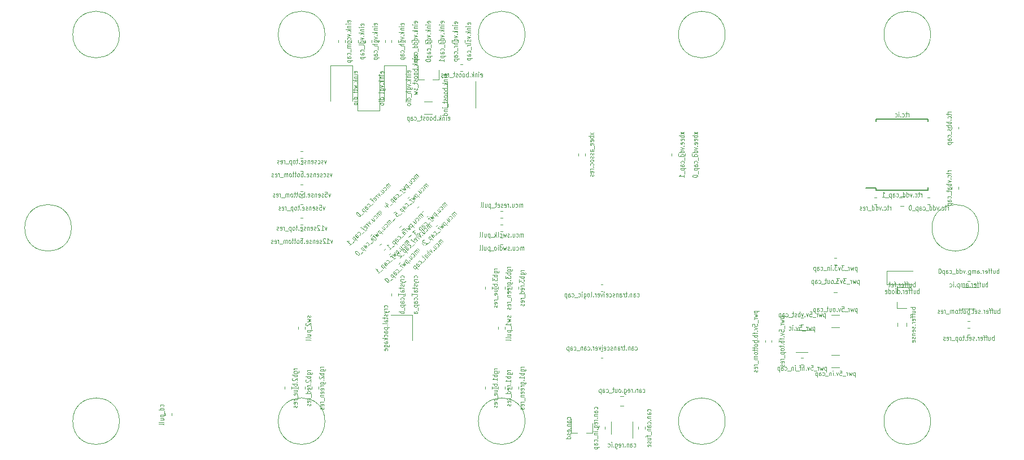
<source format=gbr>
G04 #@! TF.GenerationSoftware,KiCad,Pcbnew,(5.1.0)-1*
G04 #@! TF.CreationDate,2019-09-18T00:43:19-07:00*
G04 #@! TF.ProjectId,design,64657369-676e-42e6-9b69-6361645f7063,rev?*
G04 #@! TF.SameCoordinates,Original*
G04 #@! TF.FileFunction,Legend,Bot*
G04 #@! TF.FilePolarity,Positive*
%FSLAX46Y46*%
G04 Gerber Fmt 4.6, Leading zero omitted, Abs format (unit mm)*
G04 Created by KiCad (PCBNEW (5.1.0)-1) date 2019-09-18 00:43:19*
%MOMM*%
%LPD*%
G04 APERTURE LIST*
%ADD10C,0.120000*%
%ADD11C,0.150000*%
%ADD12C,0.100000*%
G04 APERTURE END LIST*
D10*
X161650000Y-32400000D02*
X158350000Y-32400000D01*
X158350000Y-32400000D02*
X158350000Y-27000000D01*
X161650000Y-32400000D02*
X161650000Y-27000000D01*
X180162779Y-47490000D02*
X179837221Y-47490000D01*
X180162779Y-48510000D02*
X179837221Y-48510000D01*
X180162779Y-49490000D02*
X179837221Y-49490000D01*
X180162779Y-50510000D02*
X179837221Y-50510000D01*
X180162779Y-52510000D02*
X179837221Y-52510000D01*
X180162779Y-51490000D02*
X179837221Y-51490000D01*
X129490000Y-77837221D02*
X129490000Y-78162779D01*
X130510000Y-77837221D02*
X130510000Y-78162779D01*
X167582904Y-53304153D02*
X167352699Y-53073948D01*
X168304153Y-52582904D02*
X168073948Y-52352699D01*
X164538415Y-55425473D02*
X164768620Y-55195268D01*
X163817166Y-54704224D02*
X164047371Y-54474019D01*
X162402953Y-53290011D02*
X162633158Y-53059806D01*
X163124202Y-54011260D02*
X163354407Y-53781055D01*
X169704225Y-48817166D02*
X169474020Y-49047371D01*
X170425474Y-49538415D02*
X170195269Y-49768620D01*
X169011261Y-48124202D02*
X168781056Y-48354407D01*
X168290012Y-47402953D02*
X168059807Y-47633158D01*
X165461585Y-44574526D02*
X165231380Y-44804731D01*
X166182834Y-45295775D02*
X165952629Y-45525980D01*
X167597047Y-46709987D02*
X167366842Y-46940192D01*
X166875798Y-45988738D02*
X166645593Y-46218943D01*
X161709988Y-52597046D02*
X161940193Y-52366841D01*
X160988739Y-51875797D02*
X161218944Y-51645592D01*
X161695846Y-47417095D02*
X161926051Y-47647300D01*
X162417095Y-46695846D02*
X162647300Y-46926051D01*
X159574526Y-50461584D02*
X159804731Y-50231379D01*
X160295775Y-51182833D02*
X160525980Y-50952628D01*
X164612097Y-49977781D02*
X164977781Y-49612097D01*
X163608005Y-48973689D02*
X163973689Y-48608005D01*
X165022219Y-50387903D02*
X165387903Y-50022219D01*
X166026311Y-51391995D02*
X166391995Y-51026311D01*
X195510000Y-80162779D02*
X195510000Y-79837221D01*
X194490000Y-80162779D02*
X194490000Y-79837221D01*
X198258578Y-75290000D02*
X197741422Y-75290000D01*
X198258578Y-76710000D02*
X197741422Y-76710000D01*
X195162779Y-59510000D02*
X194837221Y-59510000D01*
X195162779Y-58490000D02*
X194837221Y-58490000D01*
X178510000Y-74162779D02*
X178510000Y-73837221D01*
X177490000Y-74162779D02*
X177490000Y-73837221D01*
X181490000Y-74162779D02*
X181490000Y-73837221D01*
X182510000Y-74162779D02*
X182510000Y-73837221D01*
X179490000Y-74162779D02*
X179490000Y-73837221D01*
X180510000Y-74162779D02*
X180510000Y-73837221D01*
X193580000Y-80760000D02*
X192650000Y-80760000D01*
X190420000Y-80760000D02*
X191350000Y-80760000D01*
X190420000Y-80760000D02*
X190420000Y-78600000D01*
X193580000Y-80760000D02*
X193580000Y-79300000D01*
X195162779Y-68490000D02*
X194837221Y-68490000D01*
X195162779Y-69510000D02*
X194837221Y-69510000D01*
X200490000Y-79837221D02*
X200490000Y-80162779D01*
X201510000Y-79837221D02*
X201510000Y-80162779D01*
X196390000Y-80900000D02*
X196390000Y-79100000D01*
X199610000Y-79100000D02*
X199610000Y-81550000D01*
X165490000Y-60162779D02*
X165490000Y-59837221D01*
X166510000Y-60162779D02*
X166510000Y-59837221D01*
X164510000Y-60162779D02*
X164510000Y-59837221D01*
X163490000Y-60162779D02*
X163490000Y-59837221D01*
X163425000Y-63100000D02*
X166575000Y-63100000D01*
X166575000Y-63100000D02*
X166575000Y-66900000D01*
X207490000Y-39162779D02*
X207490000Y-38837221D01*
X208510000Y-39162779D02*
X208510000Y-38837221D01*
X206510000Y-39162779D02*
X206510000Y-38837221D01*
X205490000Y-39162779D02*
X205490000Y-38837221D01*
X192510000Y-39162779D02*
X192510000Y-38837221D01*
X191490000Y-39162779D02*
X191490000Y-38837221D01*
X248510000Y-35162779D02*
X248510000Y-34837221D01*
X247490000Y-35162779D02*
X247490000Y-34837221D01*
D11*
X236125000Y-44325000D02*
X236125000Y-44050000D01*
X243875000Y-44325000D02*
X243875000Y-43970000D01*
X243875000Y-33675000D02*
X243875000Y-34030000D01*
X236125000Y-33675000D02*
X236125000Y-34030000D01*
X236125000Y-44325000D02*
X243875000Y-44325000D01*
X236125000Y-33675000D02*
X243875000Y-33675000D01*
X236125000Y-44050000D02*
X234600000Y-44050000D01*
D10*
X248510000Y-43837221D02*
X248510000Y-44162779D01*
X247490000Y-43837221D02*
X247490000Y-44162779D01*
X244162779Y-45490000D02*
X243837221Y-45490000D01*
X244162779Y-46510000D02*
X243837221Y-46510000D01*
X240258578Y-45290000D02*
X239741422Y-45290000D01*
X240258578Y-46710000D02*
X239741422Y-46710000D01*
X235837221Y-46510000D02*
X236162779Y-46510000D01*
X235837221Y-45490000D02*
X236162779Y-45490000D01*
X169602064Y-31090000D02*
X168397936Y-31090000D01*
X169602064Y-32910000D02*
X168397936Y-32910000D01*
X171862640Y-28000000D02*
X171862640Y-32000000D01*
X176062640Y-28000000D02*
X176062640Y-32000000D01*
X173837221Y-26510000D02*
X174162779Y-26510000D01*
X173837221Y-25490000D02*
X174162779Y-25490000D01*
X155490000Y-21837221D02*
X155490000Y-22162779D01*
X156510000Y-21837221D02*
X156510000Y-22162779D01*
X168510000Y-21837221D02*
X168510000Y-22162779D01*
X167490000Y-21837221D02*
X167490000Y-22162779D01*
X169490000Y-21837221D02*
X169490000Y-22162779D01*
X170510000Y-21837221D02*
X170510000Y-22162779D01*
X166510000Y-21837221D02*
X166510000Y-22162779D01*
X165490000Y-21837221D02*
X165490000Y-22162779D01*
X163490000Y-21837221D02*
X163490000Y-22162779D01*
X164510000Y-21837221D02*
X164510000Y-22162779D01*
X172510000Y-21837221D02*
X172510000Y-22162779D01*
X171490000Y-21837221D02*
X171490000Y-22162779D01*
X158510000Y-21837221D02*
X158510000Y-22162779D01*
X157490000Y-21837221D02*
X157490000Y-22162779D01*
X162510000Y-22162779D02*
X162510000Y-21837221D01*
X161490000Y-22162779D02*
X161490000Y-21837221D01*
X160510000Y-22162779D02*
X160510000Y-21837221D01*
X159490000Y-22162779D02*
X159490000Y-21837221D01*
X173490000Y-21837221D02*
X173490000Y-22162779D01*
X174510000Y-21837221D02*
X174510000Y-22162779D01*
X162350000Y-25600000D02*
X165650000Y-25600000D01*
X165650000Y-25600000D02*
X165650000Y-31000000D01*
X162350000Y-25600000D02*
X162350000Y-31000000D01*
X154350000Y-25600000D02*
X154350000Y-31000000D01*
X157650000Y-25600000D02*
X157650000Y-31000000D01*
X154350000Y-25600000D02*
X157650000Y-25600000D01*
X237750000Y-58500000D02*
X237750000Y-56500000D01*
X237750000Y-56500000D02*
X241650000Y-56500000D01*
X237750000Y-58500000D02*
X241650000Y-58500000D01*
X240710000Y-64758578D02*
X240710000Y-64241422D01*
X239290000Y-64758578D02*
X239290000Y-64241422D01*
X218490000Y-67162779D02*
X218490000Y-66837221D01*
X219510000Y-67162779D02*
X219510000Y-66837221D01*
X220490000Y-66837221D02*
X220490000Y-67162779D01*
X221510000Y-66837221D02*
X221510000Y-67162779D01*
X225162779Y-70510000D02*
X224837221Y-70510000D01*
X225162779Y-69490000D02*
X224837221Y-69490000D01*
X225900000Y-68610000D02*
X224100000Y-68610000D01*
X224100000Y-65390000D02*
X226550000Y-65390000D01*
X229397936Y-69090000D02*
X230602064Y-69090000D01*
X229397936Y-70910000D02*
X230602064Y-70910000D01*
X230602064Y-63090000D02*
X229397936Y-63090000D01*
X230602064Y-64910000D02*
X229397936Y-64910000D01*
X224837221Y-64510000D02*
X225162779Y-64510000D01*
X224837221Y-63490000D02*
X225162779Y-63490000D01*
X230162779Y-54490000D02*
X229837221Y-54490000D01*
X230162779Y-55510000D02*
X229837221Y-55510000D01*
X230258578Y-58290000D02*
X229741422Y-58290000D01*
X230258578Y-59710000D02*
X229741422Y-59710000D01*
X250900000Y-62110000D02*
X249100000Y-62110000D01*
X249100000Y-58890000D02*
X251550000Y-58890000D01*
X249837221Y-58010000D02*
X250162779Y-58010000D01*
X249837221Y-56990000D02*
X250162779Y-56990000D01*
X250162779Y-64010000D02*
X249837221Y-64010000D01*
X250162779Y-62990000D02*
X249837221Y-62990000D01*
X249837221Y-66010000D02*
X250162779Y-66010000D01*
X249837221Y-64990000D02*
X250162779Y-64990000D01*
X239240000Y-62080000D02*
X240700000Y-62080000D01*
X239240000Y-58920000D02*
X241400000Y-58920000D01*
X239240000Y-58920000D02*
X239240000Y-59850000D01*
X239240000Y-62080000D02*
X239240000Y-61150000D01*
X170580000Y-27760000D02*
X169650000Y-27760000D01*
X167420000Y-27760000D02*
X168350000Y-27760000D01*
X167420000Y-27760000D02*
X167420000Y-25600000D01*
X170580000Y-27760000D02*
X170580000Y-26300000D01*
X148510000Y-74162779D02*
X148510000Y-73837221D01*
X147490000Y-74162779D02*
X147490000Y-73837221D01*
X151490000Y-74162779D02*
X151490000Y-73837221D01*
X152510000Y-74162779D02*
X152510000Y-73837221D01*
X150510000Y-74162779D02*
X150510000Y-73837221D01*
X149490000Y-74162779D02*
X149490000Y-73837221D01*
X177490000Y-59162779D02*
X177490000Y-58837221D01*
X178510000Y-59162779D02*
X178510000Y-58837221D01*
X180510000Y-59162779D02*
X180510000Y-58837221D01*
X179490000Y-59162779D02*
X179490000Y-58837221D01*
X181490000Y-59162779D02*
X181490000Y-58837221D01*
X182510000Y-59162779D02*
X182510000Y-58837221D01*
X150162779Y-44510000D02*
X149837221Y-44510000D01*
X150162779Y-43490000D02*
X149837221Y-43490000D01*
X149837221Y-46510000D02*
X150162779Y-46510000D01*
X149837221Y-45490000D02*
X150162779Y-45490000D01*
X150162779Y-51510000D02*
X149837221Y-51510000D01*
X150162779Y-50490000D02*
X149837221Y-50490000D01*
X149837221Y-49510000D02*
X150162779Y-49510000D01*
X149837221Y-48490000D02*
X150162779Y-48490000D01*
X150162779Y-41510000D02*
X149837221Y-41510000D01*
X150162779Y-40490000D02*
X149837221Y-40490000D01*
X149837221Y-39510000D02*
X150162779Y-39510000D01*
X149837221Y-38490000D02*
X150162779Y-38490000D01*
X179490000Y-65162779D02*
X179490000Y-64837221D01*
X180510000Y-65162779D02*
X180510000Y-64837221D01*
X150510000Y-65162779D02*
X150510000Y-64837221D01*
X149490000Y-65162779D02*
X149490000Y-64837221D01*
D12*
X153500000Y-79000000D02*
G75*
G03X153500000Y-79000000I-3500000J0D01*
G01*
X183500000Y-79000000D02*
G75*
G03X183500000Y-79000000I-3500000J0D01*
G01*
X213500000Y-79000000D02*
G75*
G03X213500000Y-79000000I-3500000J0D01*
G01*
X244300000Y-79000000D02*
G75*
G03X244300000Y-79000000I-3500000J0D01*
G01*
X183500000Y-21000000D02*
G75*
G03X183500000Y-21000000I-3500000J0D01*
G01*
X213500000Y-21000000D02*
G75*
G03X213500000Y-21000000I-3500000J0D01*
G01*
X153500000Y-21000000D02*
G75*
G03X153500000Y-21000000I-3500000J0D01*
G01*
X122700000Y-21000000D02*
G75*
G03X122700000Y-21000000I-3500000J0D01*
G01*
X122700000Y-79000000D02*
G75*
G03X122700000Y-79000000I-3500000J0D01*
G01*
X244300000Y-21000000D02*
G75*
G03X244300000Y-21000000I-3500000J0D01*
G01*
X115500000Y-50000000D02*
G75*
G03X115500000Y-50000000I-3500000J0D01*
G01*
X251500000Y-50000000D02*
G75*
G03X251500000Y-50000000I-3500000J0D01*
G01*
X162266211Y-26776617D02*
X162301925Y-26719474D01*
X162301925Y-26605188D01*
X162266211Y-26548045D01*
X162194782Y-26519474D01*
X161909068Y-26519474D01*
X161837640Y-26548045D01*
X161801925Y-26605188D01*
X161801925Y-26719474D01*
X161837640Y-26776617D01*
X161909068Y-26805188D01*
X161980497Y-26805188D01*
X162051925Y-26519474D01*
X162301925Y-27062331D02*
X161801925Y-27062331D01*
X161551925Y-27062331D02*
X161587640Y-27033760D01*
X161623354Y-27062331D01*
X161587640Y-27090902D01*
X161551925Y-27062331D01*
X161623354Y-27062331D01*
X161801925Y-27348045D02*
X162301925Y-27348045D01*
X161873354Y-27348045D02*
X161837640Y-27376617D01*
X161801925Y-27433760D01*
X161801925Y-27519474D01*
X161837640Y-27576617D01*
X161909068Y-27605188D01*
X162301925Y-27605188D01*
X162301925Y-27890902D02*
X161551925Y-27890902D01*
X162016211Y-27948045D02*
X162301925Y-28119474D01*
X161801925Y-28119474D02*
X162087640Y-27890902D01*
X162230497Y-28376617D02*
X162266211Y-28405188D01*
X162301925Y-28376617D01*
X162266211Y-28348045D01*
X162230497Y-28376617D01*
X162301925Y-28376617D01*
X161801925Y-28605188D02*
X162301925Y-28748045D01*
X161801925Y-28890902D01*
X161801925Y-29376617D02*
X162409068Y-29376617D01*
X162480497Y-29348045D01*
X162516211Y-29319474D01*
X162551925Y-29262331D01*
X162551925Y-29176617D01*
X162516211Y-29119474D01*
X162266211Y-29376617D02*
X162301925Y-29319474D01*
X162301925Y-29205188D01*
X162266211Y-29148045D01*
X162230497Y-29119474D01*
X162159068Y-29090902D01*
X161944782Y-29090902D01*
X161873354Y-29119474D01*
X161837640Y-29148045D01*
X161801925Y-29205188D01*
X161801925Y-29319474D01*
X161837640Y-29376617D01*
X162301925Y-29748045D02*
X162266211Y-29690902D01*
X162194782Y-29662331D01*
X161551925Y-29662331D01*
X162373354Y-29833760D02*
X162373354Y-30290902D01*
X162301925Y-30690902D02*
X161551925Y-30690902D01*
X162266211Y-30690902D02*
X162301925Y-30633760D01*
X162301925Y-30519474D01*
X162266211Y-30462331D01*
X162230497Y-30433760D01*
X162159068Y-30405188D01*
X161944782Y-30405188D01*
X161873354Y-30433760D01*
X161837640Y-30462331D01*
X161801925Y-30519474D01*
X161801925Y-30633760D01*
X161837640Y-30690902D01*
X162301925Y-30976617D02*
X161801925Y-30976617D01*
X161551925Y-30976617D02*
X161587640Y-30948045D01*
X161623354Y-30976617D01*
X161587640Y-31005188D01*
X161551925Y-30976617D01*
X161623354Y-30976617D01*
X162301925Y-31348045D02*
X162266211Y-31290902D01*
X162230497Y-31262331D01*
X162159068Y-31233760D01*
X161944782Y-31233760D01*
X161873354Y-31262331D01*
X161837640Y-31290902D01*
X161801925Y-31348045D01*
X161801925Y-31433760D01*
X161837640Y-31490902D01*
X161873354Y-31519474D01*
X161944782Y-31548045D01*
X162159068Y-31548045D01*
X162230497Y-31519474D01*
X162266211Y-31490902D01*
X162301925Y-31433760D01*
X162301925Y-31348045D01*
X183128570Y-46909285D02*
X183128570Y-46409285D01*
X183128570Y-46480714D02*
X183099999Y-46445000D01*
X183042856Y-46409285D01*
X182957141Y-46409285D01*
X182899999Y-46445000D01*
X182871427Y-46516428D01*
X182871427Y-46909285D01*
X182871427Y-46516428D02*
X182842856Y-46445000D01*
X182785713Y-46409285D01*
X182699999Y-46409285D01*
X182642856Y-46445000D01*
X182614284Y-46516428D01*
X182614284Y-46909285D01*
X182071427Y-46873571D02*
X182128570Y-46909285D01*
X182242856Y-46909285D01*
X182299999Y-46873571D01*
X182328570Y-46837857D01*
X182357141Y-46766428D01*
X182357141Y-46552142D01*
X182328570Y-46480714D01*
X182299999Y-46445000D01*
X182242856Y-46409285D01*
X182128570Y-46409285D01*
X182071427Y-46445000D01*
X181557141Y-46409285D02*
X181557141Y-46909285D01*
X181814284Y-46409285D02*
X181814284Y-46802142D01*
X181785713Y-46873571D01*
X181728570Y-46909285D01*
X181642856Y-46909285D01*
X181585713Y-46873571D01*
X181557141Y-46837857D01*
X181271427Y-46837857D02*
X181242856Y-46873571D01*
X181271427Y-46909285D01*
X181299999Y-46873571D01*
X181271427Y-46837857D01*
X181271427Y-46909285D01*
X180985713Y-46909285D02*
X180985713Y-46409285D01*
X180985713Y-46552142D02*
X180957141Y-46480714D01*
X180928570Y-46445000D01*
X180871427Y-46409285D01*
X180814284Y-46409285D01*
X180385713Y-46873571D02*
X180442856Y-46909285D01*
X180557141Y-46909285D01*
X180614284Y-46873571D01*
X180642856Y-46802142D01*
X180642856Y-46516428D01*
X180614284Y-46445000D01*
X180557141Y-46409285D01*
X180442856Y-46409285D01*
X180385713Y-46445000D01*
X180357141Y-46516428D01*
X180357141Y-46587857D01*
X180642856Y-46659285D01*
X180128570Y-46873571D02*
X180071427Y-46909285D01*
X179957141Y-46909285D01*
X179899999Y-46873571D01*
X179871427Y-46802142D01*
X179871427Y-46766428D01*
X179899999Y-46695000D01*
X179957141Y-46659285D01*
X180042856Y-46659285D01*
X180099999Y-46623571D01*
X180128570Y-46552142D01*
X180128570Y-46516428D01*
X180099999Y-46445000D01*
X180042856Y-46409285D01*
X179957141Y-46409285D01*
X179899999Y-46445000D01*
X179385713Y-46873571D02*
X179442856Y-46909285D01*
X179557141Y-46909285D01*
X179614284Y-46873571D01*
X179642856Y-46802142D01*
X179642856Y-46516428D01*
X179614284Y-46445000D01*
X179557141Y-46409285D01*
X179442856Y-46409285D01*
X179385713Y-46445000D01*
X179357141Y-46516428D01*
X179357141Y-46587857D01*
X179642856Y-46659285D01*
X179185713Y-46409285D02*
X178957141Y-46409285D01*
X179099999Y-46159285D02*
X179099999Y-46802142D01*
X179071427Y-46873571D01*
X179014284Y-46909285D01*
X178957141Y-46909285D01*
X178899999Y-46980714D02*
X178442856Y-46980714D01*
X178299999Y-46409285D02*
X178299999Y-47159285D01*
X178299999Y-46445000D02*
X178242856Y-46409285D01*
X178128570Y-46409285D01*
X178071427Y-46445000D01*
X178042856Y-46480714D01*
X178014284Y-46552142D01*
X178014284Y-46766428D01*
X178042856Y-46837857D01*
X178071427Y-46873571D01*
X178128570Y-46909285D01*
X178242856Y-46909285D01*
X178299999Y-46873571D01*
X177499999Y-46409285D02*
X177499999Y-46909285D01*
X177757141Y-46409285D02*
X177757141Y-46802142D01*
X177728570Y-46873571D01*
X177671427Y-46909285D01*
X177585713Y-46909285D01*
X177528570Y-46873571D01*
X177499999Y-46837857D01*
X177128570Y-46909285D02*
X177185713Y-46873571D01*
X177214284Y-46802142D01*
X177214284Y-46159285D01*
X176814284Y-46909285D02*
X176871427Y-46873571D01*
X176899999Y-46802142D01*
X176899999Y-46159285D01*
X183228571Y-51339285D02*
X183228571Y-50839285D01*
X183228571Y-50910714D02*
X183200000Y-50875000D01*
X183142857Y-50839285D01*
X183057142Y-50839285D01*
X183000000Y-50875000D01*
X182971428Y-50946428D01*
X182971428Y-51339285D01*
X182971428Y-50946428D02*
X182942857Y-50875000D01*
X182885714Y-50839285D01*
X182800000Y-50839285D01*
X182742857Y-50875000D01*
X182714285Y-50946428D01*
X182714285Y-51339285D01*
X182171428Y-51303571D02*
X182228571Y-51339285D01*
X182342857Y-51339285D01*
X182400000Y-51303571D01*
X182428571Y-51267857D01*
X182457142Y-51196428D01*
X182457142Y-50982142D01*
X182428571Y-50910714D01*
X182400000Y-50875000D01*
X182342857Y-50839285D01*
X182228571Y-50839285D01*
X182171428Y-50875000D01*
X181657142Y-50839285D02*
X181657142Y-51339285D01*
X181914285Y-50839285D02*
X181914285Y-51232142D01*
X181885714Y-51303571D01*
X181828571Y-51339285D01*
X181742857Y-51339285D01*
X181685714Y-51303571D01*
X181657142Y-51267857D01*
X181371428Y-51267857D02*
X181342857Y-51303571D01*
X181371428Y-51339285D01*
X181400000Y-51303571D01*
X181371428Y-51267857D01*
X181371428Y-51339285D01*
X181114285Y-51303571D02*
X181057142Y-51339285D01*
X180942857Y-51339285D01*
X180885714Y-51303571D01*
X180857142Y-51232142D01*
X180857142Y-51196428D01*
X180885714Y-51125000D01*
X180942857Y-51089285D01*
X181028571Y-51089285D01*
X181085714Y-51053571D01*
X181114285Y-50982142D01*
X181114285Y-50946428D01*
X181085714Y-50875000D01*
X181028571Y-50839285D01*
X180942857Y-50839285D01*
X180885714Y-50875000D01*
X180657142Y-50839285D02*
X180542857Y-51339285D01*
X180428571Y-50982142D01*
X180314285Y-51339285D01*
X180200000Y-50839285D01*
X179714285Y-51303571D02*
X179771428Y-51339285D01*
X179885714Y-51339285D01*
X179942857Y-51303571D01*
X179971428Y-51267857D01*
X180000000Y-51196428D01*
X180000000Y-50982142D01*
X179971428Y-50910714D01*
X179942857Y-50875000D01*
X179885714Y-50839285D01*
X179771428Y-50839285D01*
X179714285Y-50875000D01*
X179371428Y-51339285D02*
X179428571Y-51303571D01*
X179457142Y-51232142D01*
X179457142Y-50589285D01*
X179142857Y-51339285D02*
X179142857Y-50589285D01*
X179085714Y-51053571D02*
X178914285Y-51339285D01*
X178914285Y-50839285D02*
X179142857Y-51125000D01*
X178800000Y-51410714D02*
X178342857Y-51410714D01*
X178200000Y-50839285D02*
X178200000Y-51589285D01*
X178200000Y-50875000D02*
X178142857Y-50839285D01*
X178028571Y-50839285D01*
X177971428Y-50875000D01*
X177942857Y-50910714D01*
X177914285Y-50982142D01*
X177914285Y-51196428D01*
X177942857Y-51267857D01*
X177971428Y-51303571D01*
X178028571Y-51339285D01*
X178142857Y-51339285D01*
X178200000Y-51303571D01*
X177400000Y-50839285D02*
X177400000Y-51339285D01*
X177657142Y-50839285D02*
X177657142Y-51232142D01*
X177628571Y-51303571D01*
X177571428Y-51339285D01*
X177485714Y-51339285D01*
X177428571Y-51303571D01*
X177400000Y-51267857D01*
X177028571Y-51339285D02*
X177085714Y-51303571D01*
X177114285Y-51232142D01*
X177114285Y-50589285D01*
X176714285Y-51339285D02*
X176771428Y-51303571D01*
X176800000Y-51232142D01*
X176800000Y-50589285D01*
X183257142Y-53339285D02*
X183257142Y-52839285D01*
X183257142Y-52910714D02*
X183228571Y-52875000D01*
X183171428Y-52839285D01*
X183085714Y-52839285D01*
X183028571Y-52875000D01*
X183000000Y-52946428D01*
X183000000Y-53339285D01*
X183000000Y-52946428D02*
X182971428Y-52875000D01*
X182914285Y-52839285D01*
X182828571Y-52839285D01*
X182771428Y-52875000D01*
X182742857Y-52946428D01*
X182742857Y-53339285D01*
X182200000Y-53303571D02*
X182257142Y-53339285D01*
X182371428Y-53339285D01*
X182428571Y-53303571D01*
X182457142Y-53267857D01*
X182485714Y-53196428D01*
X182485714Y-52982142D01*
X182457142Y-52910714D01*
X182428571Y-52875000D01*
X182371428Y-52839285D01*
X182257142Y-52839285D01*
X182200000Y-52875000D01*
X181685714Y-52839285D02*
X181685714Y-53339285D01*
X181942857Y-52839285D02*
X181942857Y-53232142D01*
X181914285Y-53303571D01*
X181857142Y-53339285D01*
X181771428Y-53339285D01*
X181714285Y-53303571D01*
X181685714Y-53267857D01*
X181400000Y-53267857D02*
X181371428Y-53303571D01*
X181400000Y-53339285D01*
X181428571Y-53303571D01*
X181400000Y-53267857D01*
X181400000Y-53339285D01*
X181142857Y-53303571D02*
X181085714Y-53339285D01*
X180971428Y-53339285D01*
X180914285Y-53303571D01*
X180885714Y-53232142D01*
X180885714Y-53196428D01*
X180914285Y-53125000D01*
X180971428Y-53089285D01*
X181057142Y-53089285D01*
X181114285Y-53053571D01*
X181142857Y-52982142D01*
X181142857Y-52946428D01*
X181114285Y-52875000D01*
X181057142Y-52839285D01*
X180971428Y-52839285D01*
X180914285Y-52875000D01*
X180685714Y-52839285D02*
X180571428Y-53339285D01*
X180457142Y-52982142D01*
X180342857Y-53339285D01*
X180228571Y-52839285D01*
X179742857Y-53339285D02*
X179742857Y-52589285D01*
X179742857Y-53303571D02*
X179800000Y-53339285D01*
X179914285Y-53339285D01*
X179971428Y-53303571D01*
X180000000Y-53267857D01*
X180028571Y-53196428D01*
X180028571Y-52982142D01*
X180000000Y-52910714D01*
X179971428Y-52875000D01*
X179914285Y-52839285D01*
X179800000Y-52839285D01*
X179742857Y-52875000D01*
X179457142Y-53339285D02*
X179457142Y-52839285D01*
X179457142Y-52589285D02*
X179485714Y-52625000D01*
X179457142Y-52660714D01*
X179428571Y-52625000D01*
X179457142Y-52589285D01*
X179457142Y-52660714D01*
X179085714Y-53339285D02*
X179142857Y-53303571D01*
X179171428Y-53267857D01*
X179200000Y-53196428D01*
X179200000Y-52982142D01*
X179171428Y-52910714D01*
X179142857Y-52875000D01*
X179085714Y-52839285D01*
X179000000Y-52839285D01*
X178942857Y-52875000D01*
X178914285Y-52910714D01*
X178885714Y-52982142D01*
X178885714Y-53196428D01*
X178914285Y-53267857D01*
X178942857Y-53303571D01*
X179000000Y-53339285D01*
X179085714Y-53339285D01*
X178771428Y-53410714D02*
X178314285Y-53410714D01*
X178171428Y-52839285D02*
X178171428Y-53589285D01*
X178171428Y-52875000D02*
X178114285Y-52839285D01*
X178000000Y-52839285D01*
X177942857Y-52875000D01*
X177914285Y-52910714D01*
X177885714Y-52982142D01*
X177885714Y-53196428D01*
X177914285Y-53267857D01*
X177942857Y-53303571D01*
X178000000Y-53339285D01*
X178114285Y-53339285D01*
X178171428Y-53303571D01*
X177371428Y-52839285D02*
X177371428Y-53339285D01*
X177628571Y-52839285D02*
X177628571Y-53232142D01*
X177600000Y-53303571D01*
X177542857Y-53339285D01*
X177457142Y-53339285D01*
X177400000Y-53303571D01*
X177371428Y-53267857D01*
X177000000Y-53339285D02*
X177057142Y-53303571D01*
X177085714Y-53232142D01*
X177085714Y-52589285D01*
X176685714Y-53339285D02*
X176742857Y-53303571D01*
X176771428Y-53232142D01*
X176771428Y-52589285D01*
X129303571Y-76785714D02*
X129339285Y-76728571D01*
X129339285Y-76614285D01*
X129303571Y-76557142D01*
X129267857Y-76528571D01*
X129196428Y-76500000D01*
X128982142Y-76500000D01*
X128910714Y-76528571D01*
X128875000Y-76557142D01*
X128839285Y-76614285D01*
X128839285Y-76728571D01*
X128875000Y-76785714D01*
X129339285Y-77300000D02*
X128589285Y-77300000D01*
X129303571Y-77300000D02*
X129339285Y-77242857D01*
X129339285Y-77128571D01*
X129303571Y-77071428D01*
X129267857Y-77042857D01*
X129196428Y-77014285D01*
X128982142Y-77014285D01*
X128910714Y-77042857D01*
X128875000Y-77071428D01*
X128839285Y-77128571D01*
X128839285Y-77242857D01*
X128875000Y-77300000D01*
X129410714Y-77442857D02*
X129410714Y-77900000D01*
X128839285Y-78042857D02*
X129589285Y-78042857D01*
X128875000Y-78042857D02*
X128839285Y-78100000D01*
X128839285Y-78214285D01*
X128875000Y-78271428D01*
X128910714Y-78300000D01*
X128982142Y-78328571D01*
X129196428Y-78328571D01*
X129267857Y-78300000D01*
X129303571Y-78271428D01*
X129339285Y-78214285D01*
X129339285Y-78100000D01*
X129303571Y-78042857D01*
X128839285Y-78842857D02*
X129339285Y-78842857D01*
X128839285Y-78585714D02*
X129232142Y-78585714D01*
X129303571Y-78614285D01*
X129339285Y-78671428D01*
X129339285Y-78757142D01*
X129303571Y-78814285D01*
X129267857Y-78842857D01*
X129339285Y-79214285D02*
X129303571Y-79157142D01*
X129232142Y-79128571D01*
X128589285Y-79128571D01*
X129339285Y-79528571D02*
X129303571Y-79471428D01*
X129232142Y-79442857D01*
X128589285Y-79442857D01*
X171179606Y-52078387D02*
X170826053Y-51724834D01*
X170876561Y-51775341D02*
X170831104Y-51770291D01*
X170765444Y-51785443D01*
X170704835Y-51846052D01*
X170689682Y-51911712D01*
X170719987Y-51982423D01*
X170997779Y-52260215D01*
X170719987Y-51982423D02*
X170649276Y-51952118D01*
X170583616Y-51967270D01*
X170523007Y-52027879D01*
X170507855Y-52093539D01*
X170538160Y-52164250D01*
X170815951Y-52442042D01*
X170406840Y-52800646D02*
X170472500Y-52785494D01*
X170553312Y-52704682D01*
X170568464Y-52639022D01*
X170563413Y-52593565D01*
X170533109Y-52522854D01*
X170381586Y-52371331D01*
X170310875Y-52341027D01*
X170265418Y-52335976D01*
X170199758Y-52351128D01*
X170118946Y-52431940D01*
X170103794Y-52497600D01*
X169714885Y-52836001D02*
X170068439Y-53189555D01*
X169896713Y-52654174D02*
X170174505Y-52931966D01*
X170204809Y-53002677D01*
X170189657Y-53068337D01*
X170129048Y-53128946D01*
X170063388Y-53144098D01*
X170017931Y-53139047D01*
X169815900Y-53341078D02*
X169820951Y-53386535D01*
X169866408Y-53391585D01*
X169861357Y-53346129D01*
X169815900Y-53341078D01*
X169866408Y-53391585D01*
X169351230Y-53199656D02*
X169603768Y-53654225D01*
X169149200Y-53401687D01*
X169341129Y-53916865D02*
X168810799Y-53386535D01*
X169012829Y-53588565D02*
X168947169Y-53603717D01*
X168866357Y-53684530D01*
X168851205Y-53750190D01*
X168856256Y-53795646D01*
X168886560Y-53866357D01*
X169038083Y-54017880D01*
X169108794Y-54048185D01*
X169154251Y-54053235D01*
X169219910Y-54038083D01*
X169300723Y-53957271D01*
X169315875Y-53891611D01*
X168775443Y-54482550D02*
X168497651Y-54204758D01*
X168467347Y-54134047D01*
X168482499Y-54068388D01*
X168563311Y-53987575D01*
X168628971Y-53972423D01*
X168750190Y-54457296D02*
X168815849Y-54442144D01*
X168916865Y-54341129D01*
X168932017Y-54275469D01*
X168901712Y-54204758D01*
X168851205Y-54154251D01*
X168780494Y-54123946D01*
X168714834Y-54139098D01*
X168613819Y-54240114D01*
X168548159Y-54255266D01*
X168280469Y-54270418D02*
X168118844Y-54432042D01*
X168043083Y-54154251D02*
X168497651Y-54608819D01*
X168527956Y-54679530D01*
X168512804Y-54745190D01*
X168472398Y-54785596D01*
X168482499Y-54876510D02*
X168159250Y-55199758D01*
X167800646Y-55406840D02*
X167866306Y-55391687D01*
X167947118Y-55310875D01*
X167962271Y-55245215D01*
X167957220Y-55199758D01*
X167926915Y-55129048D01*
X167775392Y-54977525D01*
X167704682Y-54947220D01*
X167659225Y-54942170D01*
X167593565Y-54957322D01*
X167512753Y-55038134D01*
X167497600Y-55103794D01*
X167462245Y-55795748D02*
X167184453Y-55517956D01*
X167154149Y-55447246D01*
X167169301Y-55381586D01*
X167250113Y-55300774D01*
X167315773Y-55285621D01*
X167436991Y-55770495D02*
X167502651Y-55755342D01*
X167603666Y-55654327D01*
X167618819Y-55588667D01*
X167588514Y-55517956D01*
X167538006Y-55467449D01*
X167467296Y-55437144D01*
X167401636Y-55452297D01*
X167300621Y-55553312D01*
X167234961Y-55568464D01*
X166906661Y-55644226D02*
X167436991Y-56174556D01*
X166931915Y-55669479D02*
X166866255Y-55684632D01*
X166785443Y-55765444D01*
X166770291Y-55831104D01*
X166775341Y-55876561D01*
X166805646Y-55947271D01*
X166957169Y-56098794D01*
X167027879Y-56129099D01*
X167073336Y-56134150D01*
X167138996Y-56118997D01*
X167219808Y-56038185D01*
X167234961Y-55972525D01*
X167532957Y-53603717D02*
X167179404Y-53250164D01*
X167229911Y-53300672D02*
X167184454Y-53295621D01*
X167118794Y-53310773D01*
X167058185Y-53371382D01*
X167043033Y-53437042D01*
X167073338Y-53507753D01*
X167351130Y-53785545D01*
X167073338Y-53507753D02*
X167002627Y-53477448D01*
X166936967Y-53492601D01*
X166876358Y-53553210D01*
X166861206Y-53618870D01*
X166891510Y-53689580D01*
X167169302Y-53967372D01*
X166760190Y-54325977D02*
X166825850Y-54310824D01*
X166906662Y-54230012D01*
X166921815Y-54164352D01*
X166916764Y-54118895D01*
X166886459Y-54048185D01*
X166734936Y-53896662D01*
X166664226Y-53866357D01*
X166618769Y-53861306D01*
X166553109Y-53876459D01*
X166472297Y-53957271D01*
X166457145Y-54022931D01*
X166068236Y-54361332D02*
X166421789Y-54714885D01*
X166250063Y-54179504D02*
X166527855Y-54457296D01*
X166558160Y-54528007D01*
X166543008Y-54593667D01*
X166482398Y-54654276D01*
X166416738Y-54669428D01*
X166371282Y-54664378D01*
X166169251Y-54866408D02*
X166174302Y-54911865D01*
X166219759Y-54916916D01*
X166214708Y-54871459D01*
X166169251Y-54866408D01*
X166219759Y-54916916D01*
X165664175Y-54765393D02*
X166194505Y-55295723D01*
X165689429Y-54790647D02*
X165623769Y-54805799D01*
X165542956Y-54886611D01*
X165527804Y-54952271D01*
X165532855Y-54997728D01*
X165563160Y-55068439D01*
X165714682Y-55219962D01*
X165785393Y-55250266D01*
X165830850Y-55255317D01*
X165896510Y-55240165D01*
X165977322Y-55159352D01*
X165992474Y-55093692D01*
X165320723Y-55108845D02*
X165593464Y-55543210D01*
X165260114Y-55371484D01*
X165431840Y-55704835D01*
X164997474Y-55432094D01*
X165189403Y-55947271D02*
X164835850Y-55593718D01*
X164936865Y-55694733D02*
X164866154Y-55664429D01*
X164820697Y-55659378D01*
X164755038Y-55674530D01*
X164714631Y-55714936D01*
X165078286Y-56159403D02*
X164755038Y-56482652D01*
X164396433Y-56689733D02*
X164462093Y-56674581D01*
X164542905Y-56593769D01*
X164558058Y-56528109D01*
X164553007Y-56482652D01*
X164522702Y-56411942D01*
X164371180Y-56260419D01*
X164300469Y-56230114D01*
X164255012Y-56225063D01*
X164189352Y-56240216D01*
X164108540Y-56321028D01*
X164093388Y-56386688D01*
X164058032Y-57078642D02*
X163780240Y-56800850D01*
X163749936Y-56730140D01*
X163765088Y-56664480D01*
X163845900Y-56583667D01*
X163911560Y-56568515D01*
X164032778Y-57053388D02*
X164098438Y-57038236D01*
X164199454Y-56937221D01*
X164214606Y-56871561D01*
X164184301Y-56800850D01*
X164133794Y-56750343D01*
X164063083Y-56720038D01*
X163997423Y-56735190D01*
X163896408Y-56836206D01*
X163830748Y-56851358D01*
X163502448Y-56927119D02*
X164032778Y-57457449D01*
X163527702Y-56952373D02*
X163462042Y-56967525D01*
X163381230Y-57048338D01*
X163366078Y-57113998D01*
X163371129Y-57159454D01*
X163401433Y-57230165D01*
X163552956Y-57381688D01*
X163623667Y-57411993D01*
X163669124Y-57417043D01*
X163734783Y-57401891D01*
X163815596Y-57321079D01*
X163830748Y-57255419D01*
X163623667Y-57614023D02*
X163300418Y-57937272D01*
X162537753Y-57538262D02*
X162497347Y-57578668D01*
X162482194Y-57644328D01*
X162487245Y-57689784D01*
X162517550Y-57760495D01*
X162598362Y-57881713D01*
X162724631Y-58007983D01*
X162845849Y-58088795D01*
X162916560Y-58119099D01*
X162962017Y-58124150D01*
X163027677Y-58108998D01*
X163068083Y-58068592D01*
X163083235Y-58002932D01*
X163078184Y-57957475D01*
X163047880Y-57886764D01*
X162967068Y-57765546D01*
X162840798Y-57639277D01*
X162719580Y-57558465D01*
X162648869Y-57528160D01*
X162603413Y-57523109D01*
X162537753Y-57538262D01*
X166118744Y-52189504D02*
X165765191Y-51835951D01*
X165815698Y-51886459D02*
X165770241Y-51881408D01*
X165704581Y-51896560D01*
X165643972Y-51957169D01*
X165628820Y-52022829D01*
X165659125Y-52093540D01*
X165936917Y-52371332D01*
X165659125Y-52093540D02*
X165588414Y-52063235D01*
X165522754Y-52078388D01*
X165462145Y-52138997D01*
X165446993Y-52204657D01*
X165477297Y-52275367D01*
X165755089Y-52553159D01*
X165345977Y-52911764D02*
X165411637Y-52896611D01*
X165492449Y-52815799D01*
X165507602Y-52750139D01*
X165502551Y-52704682D01*
X165472246Y-52633972D01*
X165320723Y-52482449D01*
X165250013Y-52452144D01*
X165204556Y-52447093D01*
X165138896Y-52462246D01*
X165058084Y-52543058D01*
X165042932Y-52608718D01*
X164654023Y-52947119D02*
X165007576Y-53300672D01*
X164835850Y-52765291D02*
X165113642Y-53043083D01*
X165143947Y-53113794D01*
X165128795Y-53179454D01*
X165068185Y-53240063D01*
X165002525Y-53255215D01*
X164957069Y-53250165D01*
X164755038Y-53452195D02*
X164760089Y-53497652D01*
X164805546Y-53502703D01*
X164800495Y-53457246D01*
X164755038Y-53452195D01*
X164805546Y-53502703D01*
X164249962Y-53351180D02*
X164780292Y-53881510D01*
X164275216Y-53376434D02*
X164209556Y-53391586D01*
X164128743Y-53472398D01*
X164113591Y-53538058D01*
X164118642Y-53583515D01*
X164148947Y-53654226D01*
X164300469Y-53805749D01*
X164371180Y-53836053D01*
X164416637Y-53841104D01*
X164482297Y-53825952D01*
X164563109Y-53745139D01*
X164578261Y-53679479D01*
X163906510Y-53694632D02*
X164179251Y-54128997D01*
X163845901Y-53957271D01*
X164017627Y-54290622D01*
X163583261Y-54017881D01*
X163775190Y-54533058D02*
X163421637Y-54179505D01*
X163522652Y-54280520D02*
X163451941Y-54250216D01*
X163406484Y-54245165D01*
X163340825Y-54260317D01*
X163300418Y-54300723D01*
X163664073Y-54745190D02*
X163340825Y-55068439D01*
X162982220Y-55275520D02*
X163047880Y-55260368D01*
X163128692Y-55179556D01*
X163143845Y-55113896D01*
X163138794Y-55068439D01*
X163108489Y-54997729D01*
X162956967Y-54846206D01*
X162886256Y-54815901D01*
X162840799Y-54810850D01*
X162775139Y-54826003D01*
X162694327Y-54906815D01*
X162679175Y-54972475D01*
X162643819Y-55664429D02*
X162366027Y-55386637D01*
X162335723Y-55315927D01*
X162350875Y-55250267D01*
X162431687Y-55169454D01*
X162497347Y-55154302D01*
X162618565Y-55639175D02*
X162684225Y-55624023D01*
X162785241Y-55523008D01*
X162800393Y-55457348D01*
X162770088Y-55386637D01*
X162719581Y-55336130D01*
X162648870Y-55305825D01*
X162583210Y-55320977D01*
X162482195Y-55421993D01*
X162416535Y-55437145D01*
X162088235Y-55512906D02*
X162618565Y-56043236D01*
X162113489Y-55538160D02*
X162047829Y-55553312D01*
X161967017Y-55634125D01*
X161951865Y-55699785D01*
X161956916Y-55745241D01*
X161987220Y-55815952D01*
X162138743Y-55967475D01*
X162209454Y-55997780D01*
X162254911Y-56002830D01*
X162320570Y-55987678D01*
X162401383Y-55906866D01*
X162416535Y-55841206D01*
X162209454Y-56199810D02*
X161886205Y-56523059D01*
X161512448Y-56795800D02*
X161754885Y-56553363D01*
X161633667Y-56674582D02*
X161103337Y-56144252D01*
X161219504Y-56179607D01*
X161310418Y-56189709D01*
X161376078Y-56174556D01*
X173189811Y-47946864D02*
X172836258Y-47593311D01*
X172886765Y-47643819D02*
X172841308Y-47638768D01*
X172775648Y-47653920D01*
X172715039Y-47714529D01*
X172699887Y-47780189D01*
X172730192Y-47850900D01*
X173007984Y-48128692D01*
X172730192Y-47850900D02*
X172659481Y-47820595D01*
X172593821Y-47835748D01*
X172533212Y-47896357D01*
X172518060Y-47962017D01*
X172548364Y-48032727D01*
X172826156Y-48310519D01*
X172417044Y-48669124D02*
X172482704Y-48653971D01*
X172563516Y-48573159D01*
X172578669Y-48507499D01*
X172573618Y-48462042D01*
X172543313Y-48391332D01*
X172391790Y-48239809D01*
X172321080Y-48209504D01*
X172275623Y-48204453D01*
X172209963Y-48219606D01*
X172129151Y-48300418D01*
X172113999Y-48366078D01*
X171725090Y-48704479D02*
X172078643Y-49058032D01*
X171906917Y-48522651D02*
X172184709Y-48800443D01*
X172215014Y-48871154D01*
X172199862Y-48936814D01*
X172139252Y-48997423D01*
X172073592Y-49012575D01*
X172028136Y-49007525D01*
X171826105Y-49209555D02*
X171831156Y-49255012D01*
X171876613Y-49260063D01*
X171871562Y-49214606D01*
X171826105Y-49209555D01*
X171876613Y-49260063D01*
X171321029Y-49108540D02*
X171851359Y-49638870D01*
X171346283Y-49133794D02*
X171280623Y-49148946D01*
X171199810Y-49229758D01*
X171184658Y-49295418D01*
X171189709Y-49340875D01*
X171220014Y-49411586D01*
X171371536Y-49563109D01*
X171442247Y-49593413D01*
X171487704Y-49598464D01*
X171553364Y-49583312D01*
X171634176Y-49502499D01*
X171649328Y-49436839D01*
X170977577Y-49451992D02*
X171250318Y-49886357D01*
X170916968Y-49714631D01*
X171088694Y-50047982D01*
X170654328Y-49775241D01*
X170846257Y-50290418D02*
X170492704Y-49936865D01*
X170593719Y-50037880D02*
X170523008Y-50007576D01*
X170477551Y-50002525D01*
X170411892Y-50017677D01*
X170371485Y-50058083D01*
X170735140Y-50502550D02*
X170411892Y-50825799D01*
X170053287Y-51032880D02*
X170118947Y-51017728D01*
X170199759Y-50936916D01*
X170214912Y-50871256D01*
X170209861Y-50825799D01*
X170179556Y-50755089D01*
X170028034Y-50603566D01*
X169957323Y-50573261D01*
X169911866Y-50568210D01*
X169846206Y-50583363D01*
X169765394Y-50664175D01*
X169750242Y-50729835D01*
X169714886Y-51421789D02*
X169437094Y-51143997D01*
X169406790Y-51073287D01*
X169421942Y-51007627D01*
X169502754Y-50926814D01*
X169568414Y-50911662D01*
X169689632Y-51396535D02*
X169755292Y-51381383D01*
X169856308Y-51280368D01*
X169871460Y-51214708D01*
X169841155Y-51143997D01*
X169790648Y-51093490D01*
X169719937Y-51063185D01*
X169654277Y-51078337D01*
X169553262Y-51179353D01*
X169487602Y-51194505D01*
X169159302Y-51270266D02*
X169689632Y-51800596D01*
X169184556Y-51295520D02*
X169118896Y-51310672D01*
X169038084Y-51391485D01*
X169022932Y-51457145D01*
X169027983Y-51502601D01*
X169058287Y-51573312D01*
X169209810Y-51724835D01*
X169280521Y-51755140D01*
X169325978Y-51760190D01*
X169391637Y-51745038D01*
X169472450Y-51664226D01*
X169487602Y-51598566D01*
X169280521Y-51957170D02*
X168957272Y-52280419D01*
X168346130Y-51830901D02*
X168300673Y-51825850D01*
X168235013Y-51841003D01*
X168133998Y-51942018D01*
X168118845Y-52007678D01*
X168123896Y-52053135D01*
X168154201Y-52123845D01*
X168204708Y-52174353D01*
X168300673Y-52229911D01*
X168846155Y-52290520D01*
X168583515Y-52553160D01*
X171775598Y-46532651D02*
X171422045Y-46179098D01*
X171472552Y-46229606D02*
X171427095Y-46224555D01*
X171361435Y-46239707D01*
X171300826Y-46300316D01*
X171285674Y-46365976D01*
X171315979Y-46436687D01*
X171593771Y-46714479D01*
X171315979Y-46436687D02*
X171245268Y-46406382D01*
X171179608Y-46421535D01*
X171118999Y-46482144D01*
X171103847Y-46547804D01*
X171134151Y-46618514D01*
X171411943Y-46896306D01*
X171002831Y-47254911D02*
X171068491Y-47239758D01*
X171149303Y-47158946D01*
X171164456Y-47093286D01*
X171159405Y-47047829D01*
X171129100Y-46977119D01*
X170977577Y-46825596D01*
X170906867Y-46795291D01*
X170861410Y-46790240D01*
X170795750Y-46805393D01*
X170714938Y-46886205D01*
X170699786Y-46951865D01*
X170310877Y-47290266D02*
X170664430Y-47643819D01*
X170492704Y-47108438D02*
X170770496Y-47386230D01*
X170800801Y-47456941D01*
X170785649Y-47522601D01*
X170725039Y-47583210D01*
X170659379Y-47598362D01*
X170613923Y-47593312D01*
X170411892Y-47795342D02*
X170416943Y-47840799D01*
X170462400Y-47845850D01*
X170457349Y-47800393D01*
X170411892Y-47795342D01*
X170462400Y-47845850D01*
X169906816Y-47694327D02*
X170437146Y-48224657D01*
X169932070Y-47719581D02*
X169866410Y-47734733D01*
X169785597Y-47815545D01*
X169770445Y-47881205D01*
X169775496Y-47926662D01*
X169805801Y-47997373D01*
X169957323Y-48148896D01*
X170028034Y-48179200D01*
X170073491Y-48184251D01*
X170139151Y-48169099D01*
X170219963Y-48088286D01*
X170235115Y-48022626D01*
X169563364Y-48037779D02*
X169836105Y-48472144D01*
X169502755Y-48300418D01*
X169674481Y-48633769D01*
X169240115Y-48361028D01*
X169432044Y-48876205D02*
X169078491Y-48522652D01*
X169179506Y-48623667D02*
X169108795Y-48593363D01*
X169063338Y-48588312D01*
X168997679Y-48603464D01*
X168957272Y-48643870D01*
X169320927Y-49088337D02*
X168997679Y-49411586D01*
X168639074Y-49618667D02*
X168704734Y-49603515D01*
X168785546Y-49522703D01*
X168800699Y-49457043D01*
X168795648Y-49411586D01*
X168765343Y-49340876D01*
X168613821Y-49189353D01*
X168543110Y-49159048D01*
X168497653Y-49153997D01*
X168431993Y-49169150D01*
X168351181Y-49249962D01*
X168336029Y-49315622D01*
X168300673Y-50007576D02*
X168022881Y-49729784D01*
X167992577Y-49659074D01*
X168007729Y-49593414D01*
X168088541Y-49512601D01*
X168154201Y-49497449D01*
X168275419Y-49982322D02*
X168341079Y-49967170D01*
X168442095Y-49866155D01*
X168457247Y-49800495D01*
X168426942Y-49729784D01*
X168376435Y-49679277D01*
X168305724Y-49648972D01*
X168240064Y-49664124D01*
X168139049Y-49765140D01*
X168073389Y-49780292D01*
X167745089Y-49856053D02*
X168275419Y-50386383D01*
X167770343Y-49881307D02*
X167704683Y-49896459D01*
X167623871Y-49977272D01*
X167608719Y-50042932D01*
X167613770Y-50088388D01*
X167644074Y-50159099D01*
X167795597Y-50310622D01*
X167866308Y-50340927D01*
X167911765Y-50345977D01*
X167977424Y-50330825D01*
X168058237Y-50250013D01*
X168073389Y-50184353D01*
X167866308Y-50542957D02*
X167543059Y-50866206D01*
X166901612Y-50345977D02*
X166638972Y-50608617D01*
X166982424Y-50669226D01*
X166921815Y-50729835D01*
X166906663Y-50795495D01*
X166911714Y-50840952D01*
X166942018Y-50911663D01*
X167068287Y-51037932D01*
X167138998Y-51068236D01*
X167184455Y-51073287D01*
X167250115Y-51058135D01*
X167371333Y-50936917D01*
X167386485Y-50871257D01*
X167381434Y-50825800D01*
X167532957Y-42290010D02*
X167179404Y-41936457D01*
X167229911Y-41986965D02*
X167184454Y-41981914D01*
X167118794Y-41997066D01*
X167058185Y-42057675D01*
X167043033Y-42123335D01*
X167073338Y-42194046D01*
X167351130Y-42471838D01*
X167073338Y-42194046D02*
X167002627Y-42163741D01*
X166936967Y-42178894D01*
X166876358Y-42239503D01*
X166861206Y-42305163D01*
X166891510Y-42375873D01*
X167169302Y-42653665D01*
X166760190Y-43012270D02*
X166825850Y-42997117D01*
X166906662Y-42916305D01*
X166921815Y-42850645D01*
X166916764Y-42805188D01*
X166886459Y-42734478D01*
X166734936Y-42582955D01*
X166664226Y-42552650D01*
X166618769Y-42547599D01*
X166553109Y-42562752D01*
X166472297Y-42643564D01*
X166457145Y-42709224D01*
X166068236Y-43047625D02*
X166421789Y-43401178D01*
X166250063Y-42865797D02*
X166527855Y-43143589D01*
X166558160Y-43214300D01*
X166543008Y-43279960D01*
X166482398Y-43340569D01*
X166416738Y-43355721D01*
X166371282Y-43350671D01*
X166169251Y-43552701D02*
X166174302Y-43598158D01*
X166219759Y-43603209D01*
X166214708Y-43557752D01*
X166169251Y-43552701D01*
X166219759Y-43603209D01*
X165664175Y-43451686D02*
X166194505Y-43982016D01*
X165689429Y-43476940D02*
X165623769Y-43492092D01*
X165542956Y-43572904D01*
X165527804Y-43638564D01*
X165532855Y-43684021D01*
X165563160Y-43754732D01*
X165714682Y-43906255D01*
X165785393Y-43936559D01*
X165830850Y-43941610D01*
X165896510Y-43926458D01*
X165977322Y-43845645D01*
X165992474Y-43779985D01*
X165320723Y-43795138D02*
X165593464Y-44229503D01*
X165260114Y-44057777D01*
X165431840Y-44391128D01*
X164997474Y-44118387D01*
X165189403Y-44633564D02*
X164835850Y-44280011D01*
X164936865Y-44381026D02*
X164866154Y-44350722D01*
X164820697Y-44345671D01*
X164755038Y-44360823D01*
X164714631Y-44401229D01*
X165078286Y-44845696D02*
X164755038Y-45168945D01*
X164396433Y-45376026D02*
X164462093Y-45360874D01*
X164542905Y-45280062D01*
X164558058Y-45214402D01*
X164553007Y-45168945D01*
X164522702Y-45098235D01*
X164371180Y-44946712D01*
X164300469Y-44916407D01*
X164255012Y-44911356D01*
X164189352Y-44926509D01*
X164108540Y-45007321D01*
X164093388Y-45072981D01*
X164058032Y-45764935D02*
X163780240Y-45487143D01*
X163749936Y-45416433D01*
X163765088Y-45350773D01*
X163845900Y-45269960D01*
X163911560Y-45254808D01*
X164032778Y-45739681D02*
X164098438Y-45724529D01*
X164199454Y-45623514D01*
X164214606Y-45557854D01*
X164184301Y-45487143D01*
X164133794Y-45436636D01*
X164063083Y-45406331D01*
X163997423Y-45421483D01*
X163896408Y-45522499D01*
X163830748Y-45537651D01*
X163502448Y-45613412D02*
X164032778Y-46143742D01*
X163527702Y-45638666D02*
X163462042Y-45653818D01*
X163381230Y-45734631D01*
X163366078Y-45800291D01*
X163371129Y-45845747D01*
X163401433Y-45916458D01*
X163552956Y-46067981D01*
X163623667Y-46098286D01*
X163669124Y-46103336D01*
X163734783Y-46088184D01*
X163815596Y-46007372D01*
X163830748Y-45941712D01*
X163623667Y-46300316D02*
X163300418Y-46623565D01*
X162613514Y-46502347D02*
X162967068Y-46855900D01*
X162512499Y-46199301D02*
X162992321Y-46477093D01*
X162729682Y-46739732D01*
X168947170Y-43704222D02*
X168593617Y-43350669D01*
X168644124Y-43401177D02*
X168598667Y-43396126D01*
X168533007Y-43411278D01*
X168472398Y-43471887D01*
X168457246Y-43537547D01*
X168487551Y-43608258D01*
X168765343Y-43886050D01*
X168487551Y-43608258D02*
X168416840Y-43577953D01*
X168351180Y-43593106D01*
X168290571Y-43653715D01*
X168275419Y-43719375D01*
X168305723Y-43790085D01*
X168583515Y-44067877D01*
X168174403Y-44426482D02*
X168240063Y-44411329D01*
X168320875Y-44330517D01*
X168336028Y-44264857D01*
X168330977Y-44219400D01*
X168300672Y-44148690D01*
X168149149Y-43997167D01*
X168078439Y-43966862D01*
X168032982Y-43961811D01*
X167967322Y-43976964D01*
X167886510Y-44057776D01*
X167871358Y-44123436D01*
X167482449Y-44461837D02*
X167836002Y-44815390D01*
X167664276Y-44280009D02*
X167942068Y-44557801D01*
X167972373Y-44628512D01*
X167957221Y-44694172D01*
X167896611Y-44754781D01*
X167830951Y-44769933D01*
X167785495Y-44764883D01*
X167583464Y-44966913D02*
X167588515Y-45012370D01*
X167633972Y-45017421D01*
X167628921Y-44971964D01*
X167583464Y-44966913D01*
X167633972Y-45017421D01*
X167078388Y-44865898D02*
X167608718Y-45396228D01*
X167103642Y-44891152D02*
X167037982Y-44906304D01*
X166957169Y-44987116D01*
X166942017Y-45052776D01*
X166947068Y-45098233D01*
X166977373Y-45168944D01*
X167128895Y-45320467D01*
X167199606Y-45350771D01*
X167245063Y-45355822D01*
X167310723Y-45340670D01*
X167391535Y-45259857D01*
X167406687Y-45194197D01*
X166734936Y-45209350D02*
X167007677Y-45643715D01*
X166674327Y-45471989D01*
X166846053Y-45805340D01*
X166411687Y-45532599D01*
X166603616Y-46047776D02*
X166250063Y-45694223D01*
X166351078Y-45795238D02*
X166280367Y-45764934D01*
X166234910Y-45759883D01*
X166169251Y-45775035D01*
X166128844Y-45815441D01*
X166492499Y-46259908D02*
X166169251Y-46583157D01*
X165810646Y-46790238D02*
X165876306Y-46775086D01*
X165957118Y-46694274D01*
X165972271Y-46628614D01*
X165967220Y-46583157D01*
X165936915Y-46512447D01*
X165785393Y-46360924D01*
X165714682Y-46330619D01*
X165669225Y-46325568D01*
X165603565Y-46340721D01*
X165522753Y-46421533D01*
X165507601Y-46487193D01*
X165472245Y-47179147D02*
X165194453Y-46901355D01*
X165164149Y-46830645D01*
X165179301Y-46764985D01*
X165260113Y-46684172D01*
X165325773Y-46669020D01*
X165446991Y-47153893D02*
X165512651Y-47138741D01*
X165613667Y-47037726D01*
X165628819Y-46972066D01*
X165598514Y-46901355D01*
X165548007Y-46850848D01*
X165477296Y-46820543D01*
X165411636Y-46835695D01*
X165310621Y-46936711D01*
X165244961Y-46951863D01*
X164916661Y-47027624D02*
X165446991Y-47557954D01*
X164941915Y-47052878D02*
X164876255Y-47068030D01*
X164795443Y-47148843D01*
X164780291Y-47214503D01*
X164785342Y-47259959D01*
X164815646Y-47330670D01*
X164967169Y-47482193D01*
X165037880Y-47512498D01*
X165083337Y-47517548D01*
X165148996Y-47502396D01*
X165229809Y-47421584D01*
X165244961Y-47355924D01*
X165037880Y-47714528D02*
X164714631Y-48037777D01*
X163830747Y-47759985D02*
X164032778Y-47557954D01*
X164305519Y-47790289D01*
X164260062Y-47785239D01*
X164194402Y-47800391D01*
X164093387Y-47901406D01*
X164078235Y-47967066D01*
X164083286Y-48012523D01*
X164113590Y-48083234D01*
X164239859Y-48209503D01*
X164310570Y-48239807D01*
X164356027Y-48244858D01*
X164421687Y-48229706D01*
X164522702Y-48128691D01*
X164537854Y-48063031D01*
X164532803Y-48017574D01*
X163482245Y-49169147D02*
X163128692Y-48815594D01*
X163179199Y-48866102D02*
X163133742Y-48861051D01*
X163068082Y-48876203D01*
X163007473Y-48936812D01*
X162992321Y-49002472D01*
X163022626Y-49073183D01*
X163300418Y-49350975D01*
X163022626Y-49073183D02*
X162951915Y-49042878D01*
X162886255Y-49058031D01*
X162825646Y-49118640D01*
X162810494Y-49184300D01*
X162840798Y-49255010D01*
X163118590Y-49532802D01*
X162709478Y-49891407D02*
X162775138Y-49876254D01*
X162855950Y-49795442D01*
X162871103Y-49729782D01*
X162866052Y-49684325D01*
X162835747Y-49613615D01*
X162684224Y-49462092D01*
X162613514Y-49431787D01*
X162568057Y-49426736D01*
X162502397Y-49441889D01*
X162421585Y-49522701D01*
X162406433Y-49588361D01*
X162017524Y-49926762D02*
X162371077Y-50280315D01*
X162199351Y-49744934D02*
X162477143Y-50022726D01*
X162507448Y-50093437D01*
X162492295Y-50159097D01*
X162431686Y-50219706D01*
X162366026Y-50234858D01*
X162320570Y-50229808D01*
X162118539Y-50431838D02*
X162123590Y-50477295D01*
X162169047Y-50482346D01*
X162163996Y-50436889D01*
X162118539Y-50431838D01*
X162169047Y-50482346D01*
X161613463Y-50330823D02*
X162143793Y-50861153D01*
X161638717Y-50356077D02*
X161573057Y-50371229D01*
X161492244Y-50452041D01*
X161477092Y-50517701D01*
X161482143Y-50563158D01*
X161512448Y-50633869D01*
X161663970Y-50785392D01*
X161734681Y-50815696D01*
X161780138Y-50820747D01*
X161845798Y-50805595D01*
X161926610Y-50724782D01*
X161941762Y-50659122D01*
X161270011Y-50674275D02*
X161542752Y-51108640D01*
X161209402Y-50936914D01*
X161381128Y-51270265D01*
X160946762Y-50997524D01*
X161138691Y-51512701D02*
X160785138Y-51159148D01*
X160886153Y-51260163D02*
X160815442Y-51229859D01*
X160769985Y-51224808D01*
X160704325Y-51239960D01*
X160663919Y-51280366D01*
X160694224Y-51957168D02*
X160416432Y-51679377D01*
X160386127Y-51608666D01*
X160401280Y-51543006D01*
X160482092Y-51462194D01*
X160547752Y-51447041D01*
X160668970Y-51931915D02*
X160734630Y-51916762D01*
X160835645Y-51815747D01*
X160850798Y-51750087D01*
X160820493Y-51679377D01*
X160769985Y-51628869D01*
X160699275Y-51598564D01*
X160633615Y-51613717D01*
X160532600Y-51714732D01*
X160466940Y-51729884D01*
X160643716Y-52108691D02*
X160320468Y-52431940D01*
X159961863Y-52639021D02*
X160027523Y-52623869D01*
X160108335Y-52543057D01*
X160123488Y-52477397D01*
X160118437Y-52431940D01*
X160088132Y-52361230D01*
X159936610Y-52209707D01*
X159865899Y-52179402D01*
X159820442Y-52174351D01*
X159754782Y-52189504D01*
X159673970Y-52270316D01*
X159658818Y-52335976D01*
X159623462Y-53027930D02*
X159345670Y-52750138D01*
X159315366Y-52679428D01*
X159330518Y-52613768D01*
X159411330Y-52532955D01*
X159476990Y-52517803D01*
X159598208Y-53002676D02*
X159663868Y-52987524D01*
X159764884Y-52886509D01*
X159780036Y-52820849D01*
X159749731Y-52750138D01*
X159699224Y-52699631D01*
X159628513Y-52669326D01*
X159562853Y-52684478D01*
X159461838Y-52785494D01*
X159396178Y-52800646D01*
X159067878Y-52876407D02*
X159598208Y-53406737D01*
X159093132Y-52901661D02*
X159027472Y-52916813D01*
X158946660Y-52997626D01*
X158931508Y-53063286D01*
X158936559Y-53108742D01*
X158966863Y-53179453D01*
X159118386Y-53330976D01*
X159189097Y-53361281D01*
X159234554Y-53366331D01*
X159300213Y-53351179D01*
X159381026Y-53270367D01*
X159396178Y-53204707D01*
X159189097Y-53563311D02*
X158865848Y-53886560D01*
X158103183Y-53487550D02*
X158062777Y-53527956D01*
X158047624Y-53593616D01*
X158052675Y-53639072D01*
X158082980Y-53709783D01*
X158163792Y-53831001D01*
X158290061Y-53957271D01*
X158411279Y-54038083D01*
X158481990Y-54068387D01*
X158527447Y-54073438D01*
X158593107Y-54058286D01*
X158633513Y-54017880D01*
X158648665Y-53952220D01*
X158643614Y-53906763D01*
X158613310Y-53836052D01*
X158532498Y-53714834D01*
X158406228Y-53588565D01*
X158285010Y-53507753D01*
X158214299Y-53477448D01*
X158168843Y-53472397D01*
X158103183Y-53487550D01*
X163340824Y-43653716D02*
X162987270Y-43300162D01*
X163037778Y-43350670D02*
X162992321Y-43345619D01*
X162926661Y-43360772D01*
X162866052Y-43421381D01*
X162850900Y-43487041D01*
X162881204Y-43557751D01*
X163158996Y-43835543D01*
X162881204Y-43557751D02*
X162810494Y-43527447D01*
X162744834Y-43542599D01*
X162684224Y-43603208D01*
X162669072Y-43668868D01*
X162699377Y-43739579D01*
X162977169Y-44017371D01*
X162568057Y-44375975D02*
X162633717Y-44360823D01*
X162714529Y-44280010D01*
X162729681Y-44214350D01*
X162724631Y-44168894D01*
X162694326Y-44098183D01*
X162542803Y-43946660D01*
X162472092Y-43916355D01*
X162426636Y-43911305D01*
X162360976Y-43926457D01*
X162280163Y-44007269D01*
X162265011Y-44072929D01*
X161876102Y-44411330D02*
X162229656Y-44764884D01*
X162057930Y-44229503D02*
X162335722Y-44507295D01*
X162366026Y-44578005D01*
X162350874Y-44643665D01*
X162290265Y-44704274D01*
X162224605Y-44719427D01*
X162179148Y-44714376D01*
X161977118Y-44916407D02*
X161982168Y-44961863D01*
X162027625Y-44966914D01*
X162022575Y-44921457D01*
X161977118Y-44916407D01*
X162027625Y-44966914D01*
X161512448Y-44774985D02*
X161764986Y-45229554D01*
X161310417Y-44977016D01*
X161502346Y-45492193D02*
X161148793Y-45138640D01*
X161249808Y-45239655D02*
X161179097Y-45209351D01*
X161133640Y-45204300D01*
X161067980Y-45219452D01*
X161027574Y-45259858D01*
X161052828Y-45891204D02*
X161118488Y-45876051D01*
X161199300Y-45795239D01*
X161214453Y-45729579D01*
X161184148Y-45658869D01*
X160982117Y-45456838D01*
X160911407Y-45426534D01*
X160845747Y-45441686D01*
X160764935Y-45522498D01*
X160749782Y-45588158D01*
X160780087Y-45658869D01*
X160830595Y-45709376D01*
X161083133Y-45557853D01*
X160583107Y-45704325D02*
X160421483Y-45865950D01*
X160876051Y-46118488D02*
X160421483Y-45663919D01*
X160350772Y-45633615D01*
X160285112Y-45648767D01*
X160244706Y-45689173D01*
X160785138Y-46310417D02*
X160461889Y-46633666D01*
X160103285Y-46840747D02*
X160168945Y-46825595D01*
X160249757Y-46744783D01*
X160264909Y-46679123D01*
X160259858Y-46633666D01*
X160229554Y-46562955D01*
X160078031Y-46411432D01*
X160007320Y-46381128D01*
X159961863Y-46376077D01*
X159896203Y-46391229D01*
X159815391Y-46472041D01*
X159800239Y-46537701D01*
X159764884Y-47229656D02*
X159487092Y-46951864D01*
X159456787Y-46881153D01*
X159471939Y-46815493D01*
X159552752Y-46734681D01*
X159618412Y-46719529D01*
X159739630Y-47204402D02*
X159805290Y-47189250D01*
X159906305Y-47088234D01*
X159921457Y-47022575D01*
X159891153Y-46951864D01*
X159840645Y-46901356D01*
X159769934Y-46871052D01*
X159704274Y-46886204D01*
X159603259Y-46987219D01*
X159537599Y-47002372D01*
X159209300Y-47078133D02*
X159739630Y-47608463D01*
X159234554Y-47103387D02*
X159168894Y-47118539D01*
X159088081Y-47199351D01*
X159072929Y-47265011D01*
X159077980Y-47310468D01*
X159108284Y-47381179D01*
X159259807Y-47532702D01*
X159330518Y-47563006D01*
X159375975Y-47568057D01*
X159441635Y-47552905D01*
X159522447Y-47472092D01*
X159537599Y-47406433D01*
X159330518Y-47765037D02*
X159007269Y-48088285D01*
X158244604Y-47689275D02*
X158204198Y-47729681D01*
X158189046Y-47795341D01*
X158194096Y-47840798D01*
X158224401Y-47911509D01*
X158305213Y-48032727D01*
X158431482Y-48158996D01*
X158552701Y-48239808D01*
X158623411Y-48270113D01*
X158668868Y-48275164D01*
X158734528Y-48260011D01*
X158774934Y-48219605D01*
X158790086Y-48153945D01*
X158785036Y-48108489D01*
X158754731Y-48037778D01*
X158673919Y-47916560D01*
X158547650Y-47790290D01*
X158426432Y-47709478D01*
X158355721Y-47679174D01*
X158310264Y-47674123D01*
X158244604Y-47689275D01*
X161926611Y-47896356D02*
X161573057Y-47542802D01*
X161623565Y-47593310D02*
X161578108Y-47588259D01*
X161512448Y-47603412D01*
X161451839Y-47664021D01*
X161436687Y-47729681D01*
X161466991Y-47800391D01*
X161744783Y-48078183D01*
X161466991Y-47800391D02*
X161396281Y-47770087D01*
X161330621Y-47785239D01*
X161270011Y-47845848D01*
X161254859Y-47911508D01*
X161285164Y-47982219D01*
X161562956Y-48260011D01*
X161153844Y-48618615D02*
X161219504Y-48603463D01*
X161300316Y-48522650D01*
X161315468Y-48456990D01*
X161310418Y-48411534D01*
X161280113Y-48340823D01*
X161128590Y-48189300D01*
X161057879Y-48158995D01*
X161012423Y-48153945D01*
X160946763Y-48169097D01*
X160865950Y-48249909D01*
X160850798Y-48315569D01*
X160461889Y-48653970D02*
X160815443Y-49007524D01*
X160643717Y-48472143D02*
X160921509Y-48749935D01*
X160951813Y-48820645D01*
X160936661Y-48886305D01*
X160876052Y-48946914D01*
X160810392Y-48962067D01*
X160764935Y-48957016D01*
X160562905Y-49159047D02*
X160567955Y-49204503D01*
X160613412Y-49209554D01*
X160608362Y-49164097D01*
X160562905Y-49159047D01*
X160613412Y-49209554D01*
X160098235Y-49017625D02*
X160350773Y-49472194D01*
X159896204Y-49219656D01*
X160088133Y-49734833D02*
X159734580Y-49381280D01*
X159835595Y-49482295D02*
X159764884Y-49451991D01*
X159719427Y-49446940D01*
X159653767Y-49462092D01*
X159613361Y-49502498D01*
X159638615Y-50133844D02*
X159704275Y-50118691D01*
X159785087Y-50037879D01*
X159800240Y-49972219D01*
X159769935Y-49901509D01*
X159567904Y-49699478D01*
X159497194Y-49669174D01*
X159431534Y-49684326D01*
X159350722Y-49765138D01*
X159335569Y-49830798D01*
X159365874Y-49901509D01*
X159416382Y-49952016D01*
X159668920Y-49800493D01*
X159168894Y-49946965D02*
X159007270Y-50108590D01*
X159461838Y-50361128D02*
X159007270Y-49906559D01*
X158936559Y-49876255D01*
X158870899Y-49891407D01*
X158830493Y-49931813D01*
X159370925Y-50553057D02*
X159047676Y-50876306D01*
X158689072Y-51083387D02*
X158754732Y-51068235D01*
X158835544Y-50987423D01*
X158850696Y-50921763D01*
X158845645Y-50876306D01*
X158815341Y-50805595D01*
X158663818Y-50654072D01*
X158593107Y-50623768D01*
X158547650Y-50618717D01*
X158481990Y-50633869D01*
X158401178Y-50714681D01*
X158386026Y-50780341D01*
X158350671Y-51472296D02*
X158072879Y-51194504D01*
X158042574Y-51123793D01*
X158057726Y-51058133D01*
X158138539Y-50977321D01*
X158204199Y-50962169D01*
X158325417Y-51447042D02*
X158391077Y-51431890D01*
X158492092Y-51330874D01*
X158507244Y-51265215D01*
X158476940Y-51194504D01*
X158426432Y-51143996D01*
X158355721Y-51113692D01*
X158290061Y-51128844D01*
X158189046Y-51229859D01*
X158123386Y-51245012D01*
X157795087Y-51320773D02*
X158325417Y-51851103D01*
X157820341Y-51346027D02*
X157754681Y-51361179D01*
X157673868Y-51441991D01*
X157658716Y-51507651D01*
X157663767Y-51553108D01*
X157694071Y-51623819D01*
X157845594Y-51775342D01*
X157916305Y-51805646D01*
X157961762Y-51810697D01*
X158027422Y-51795545D01*
X158108234Y-51714732D01*
X158123386Y-51649073D01*
X157916305Y-52007677D02*
X157593056Y-52330925D01*
X157219300Y-52603667D02*
X157461736Y-52361230D01*
X157340518Y-52482448D02*
X156810188Y-51952118D01*
X156926356Y-51987474D01*
X157017269Y-51997575D01*
X157082929Y-51982423D01*
X168184505Y-48214554D02*
X167830952Y-47861001D01*
X167881459Y-47911509D02*
X167836002Y-47906458D01*
X167770342Y-47921610D01*
X167709733Y-47982219D01*
X167694581Y-48047879D01*
X167724886Y-48118590D01*
X168002678Y-48396382D01*
X167724886Y-48118590D02*
X167654175Y-48088285D01*
X167588515Y-48103438D01*
X167527906Y-48164047D01*
X167512754Y-48229707D01*
X167543058Y-48300417D01*
X167820850Y-48578209D01*
X167411738Y-48936814D02*
X167477398Y-48921661D01*
X167558210Y-48840849D01*
X167573363Y-48775189D01*
X167568312Y-48729732D01*
X167538007Y-48659022D01*
X167386484Y-48507499D01*
X167315774Y-48477194D01*
X167270317Y-48472143D01*
X167204657Y-48487296D01*
X167123845Y-48568108D01*
X167108693Y-48633768D01*
X166719784Y-48972169D02*
X167073337Y-49325722D01*
X166901611Y-48790341D02*
X167179403Y-49068133D01*
X167209708Y-49138844D01*
X167194555Y-49204504D01*
X167133946Y-49265113D01*
X167068286Y-49280265D01*
X167022830Y-49275215D01*
X166820799Y-49477245D02*
X166825850Y-49522702D01*
X166871307Y-49527753D01*
X166866256Y-49482296D01*
X166820799Y-49477245D01*
X166871307Y-49527753D01*
X166315723Y-49376230D02*
X166846053Y-49906560D01*
X166340977Y-49401484D02*
X166275317Y-49416636D01*
X166194504Y-49497448D01*
X166179352Y-49563108D01*
X166184403Y-49608565D01*
X166214708Y-49679276D01*
X166366230Y-49830799D01*
X166436941Y-49861103D01*
X166482398Y-49866154D01*
X166548058Y-49851002D01*
X166628870Y-49770189D01*
X166644022Y-49704529D01*
X165972271Y-49719682D02*
X166245012Y-50154047D01*
X165911662Y-49982321D01*
X166083388Y-50315672D01*
X165649022Y-50042931D01*
X165840951Y-50558108D02*
X165487398Y-50204555D01*
X165588413Y-50305570D02*
X165517702Y-50275266D01*
X165472245Y-50270215D01*
X165406585Y-50285367D01*
X165366179Y-50325773D01*
X165396484Y-51002575D02*
X165118692Y-50724784D01*
X165088387Y-50654073D01*
X165103540Y-50588413D01*
X165184352Y-50507601D01*
X165250012Y-50492448D01*
X165371230Y-50977322D02*
X165436890Y-50962169D01*
X165537905Y-50861154D01*
X165553058Y-50795494D01*
X165522753Y-50724784D01*
X165472245Y-50674276D01*
X165401535Y-50643971D01*
X165335875Y-50659124D01*
X165234860Y-50760139D01*
X165169200Y-50775291D01*
X165345976Y-51154098D02*
X165022728Y-51477347D01*
X164664123Y-51684428D02*
X164729783Y-51669276D01*
X164810595Y-51588464D01*
X164825748Y-51522804D01*
X164820697Y-51477347D01*
X164790392Y-51406637D01*
X164638870Y-51255114D01*
X164568159Y-51224809D01*
X164522702Y-51219758D01*
X164457042Y-51234911D01*
X164376230Y-51315723D01*
X164361078Y-51381383D01*
X164325722Y-52073337D02*
X164047930Y-51795545D01*
X164017626Y-51724835D01*
X164032778Y-51659175D01*
X164113590Y-51578362D01*
X164179250Y-51563210D01*
X164300468Y-52048083D02*
X164366128Y-52032931D01*
X164467144Y-51931916D01*
X164482296Y-51866256D01*
X164451991Y-51795545D01*
X164401484Y-51745038D01*
X164330773Y-51714733D01*
X164265113Y-51729885D01*
X164164098Y-51830901D01*
X164098438Y-51846053D01*
X163770138Y-51921814D02*
X164300468Y-52452144D01*
X163795392Y-51947068D02*
X163729732Y-51962220D01*
X163648920Y-52043033D01*
X163633768Y-52108693D01*
X163638819Y-52154149D01*
X163669123Y-52224860D01*
X163820646Y-52376383D01*
X163891357Y-52406688D01*
X163936814Y-52411738D01*
X164002473Y-52396586D01*
X164083286Y-52315774D01*
X164098438Y-52250114D01*
X163891357Y-52608718D02*
X163568108Y-52931967D01*
X163194351Y-53204708D02*
X163436788Y-52962271D01*
X163315570Y-53083490D02*
X162785240Y-52553160D01*
X162901407Y-52588515D01*
X162992321Y-52598617D01*
X163057981Y-52583464D01*
X169457298Y-49770190D02*
X169103744Y-49416636D01*
X169154252Y-49467144D02*
X169108795Y-49462093D01*
X169043135Y-49477246D01*
X168982526Y-49537855D01*
X168967374Y-49603515D01*
X168997678Y-49674225D01*
X169275470Y-49952017D01*
X168997678Y-49674225D02*
X168926968Y-49643921D01*
X168861308Y-49659073D01*
X168800698Y-49719682D01*
X168785546Y-49785342D01*
X168815851Y-49856053D01*
X169093643Y-50133845D01*
X168684531Y-50492449D02*
X168750191Y-50477297D01*
X168831003Y-50396484D01*
X168846155Y-50330824D01*
X168841105Y-50285368D01*
X168810800Y-50214657D01*
X168659277Y-50063134D01*
X168588566Y-50032829D01*
X168543110Y-50027779D01*
X168477450Y-50042931D01*
X168396637Y-50123743D01*
X168381485Y-50189403D01*
X167992576Y-50527804D02*
X168346130Y-50881358D01*
X168174404Y-50345977D02*
X168452196Y-50623769D01*
X168482500Y-50694479D01*
X168467348Y-50760139D01*
X168406739Y-50820748D01*
X168341079Y-50835901D01*
X168295622Y-50830850D01*
X168093592Y-51032881D02*
X168098642Y-51078337D01*
X168144099Y-51083388D01*
X168139049Y-51037931D01*
X168093592Y-51032881D01*
X168144099Y-51083388D01*
X167628922Y-50891459D02*
X167881460Y-51346028D01*
X167426891Y-51093490D01*
X167618820Y-51608667D02*
X167265267Y-51255114D01*
X167366282Y-51356129D02*
X167295571Y-51325825D01*
X167250114Y-51320774D01*
X167184454Y-51335926D01*
X167144048Y-51376332D01*
X167169302Y-52007678D02*
X167234962Y-51992525D01*
X167315774Y-51911713D01*
X167330927Y-51846053D01*
X167300622Y-51775343D01*
X167098591Y-51573312D01*
X167027881Y-51543008D01*
X166962221Y-51558160D01*
X166881409Y-51638972D01*
X166866256Y-51704632D01*
X166896561Y-51775343D01*
X166947069Y-51825850D01*
X167199607Y-51674327D01*
X166699581Y-51820799D02*
X166537957Y-51982424D01*
X166992525Y-52234962D02*
X166537957Y-51780393D01*
X166467246Y-51750089D01*
X166401586Y-51765241D01*
X166361180Y-51805647D01*
X166901612Y-52426891D02*
X166578363Y-52750140D01*
X166219759Y-52957221D02*
X166285419Y-52942069D01*
X166366231Y-52861257D01*
X166381383Y-52795597D01*
X166376332Y-52750140D01*
X166346028Y-52679429D01*
X166194505Y-52527906D01*
X166123794Y-52497602D01*
X166078337Y-52492551D01*
X166012677Y-52507703D01*
X165931865Y-52588515D01*
X165916713Y-52654175D01*
X165881358Y-53346130D02*
X165603566Y-53068338D01*
X165573261Y-52997627D01*
X165588413Y-52931967D01*
X165669226Y-52851155D01*
X165734886Y-52836003D01*
X165856104Y-53320876D02*
X165921764Y-53305724D01*
X166022779Y-53204708D01*
X166037931Y-53139049D01*
X166007627Y-53068338D01*
X165957119Y-53017830D01*
X165886408Y-52987526D01*
X165820748Y-53002678D01*
X165719733Y-53103693D01*
X165654073Y-53118846D01*
X165325774Y-53194607D02*
X165856104Y-53724937D01*
X165351028Y-53219861D02*
X165285368Y-53235013D01*
X165204555Y-53315825D01*
X165189403Y-53381485D01*
X165194454Y-53426942D01*
X165224758Y-53497653D01*
X165376281Y-53649176D01*
X165446992Y-53679480D01*
X165492449Y-53684531D01*
X165558109Y-53669379D01*
X165638921Y-53588566D01*
X165654073Y-53522907D01*
X165446992Y-53881511D02*
X165123743Y-54204759D01*
X164512601Y-53755242D02*
X164467144Y-53750191D01*
X164401484Y-53765343D01*
X164300469Y-53866358D01*
X164285317Y-53932018D01*
X164290367Y-53977475D01*
X164320672Y-54048186D01*
X164371180Y-54098693D01*
X164467144Y-54154252D01*
X165012626Y-54214861D01*
X164749987Y-54477501D01*
X194303571Y-77157142D02*
X194339285Y-77100000D01*
X194339285Y-76985714D01*
X194303571Y-76928571D01*
X194267857Y-76900000D01*
X194196428Y-76871428D01*
X193982142Y-76871428D01*
X193910714Y-76900000D01*
X193875000Y-76928571D01*
X193839285Y-76985714D01*
X193839285Y-77100000D01*
X193875000Y-77157142D01*
X194339285Y-77671428D02*
X193946428Y-77671428D01*
X193875000Y-77642857D01*
X193839285Y-77585714D01*
X193839285Y-77471428D01*
X193875000Y-77414285D01*
X194303571Y-77671428D02*
X194339285Y-77614285D01*
X194339285Y-77471428D01*
X194303571Y-77414285D01*
X194232142Y-77385714D01*
X194160714Y-77385714D01*
X194089285Y-77414285D01*
X194053571Y-77471428D01*
X194053571Y-77614285D01*
X194017857Y-77671428D01*
X193839285Y-77957142D02*
X194339285Y-77957142D01*
X193910714Y-77957142D02*
X193875000Y-77985714D01*
X193839285Y-78042857D01*
X193839285Y-78128571D01*
X193875000Y-78185714D01*
X193946428Y-78214285D01*
X194339285Y-78214285D01*
X194267857Y-78500000D02*
X194303571Y-78528571D01*
X194339285Y-78500000D01*
X194303571Y-78471428D01*
X194267857Y-78500000D01*
X194339285Y-78500000D01*
X194339285Y-78785714D02*
X193839285Y-78785714D01*
X193982142Y-78785714D02*
X193910714Y-78814285D01*
X193875000Y-78842857D01*
X193839285Y-78900000D01*
X193839285Y-78957142D01*
X194303571Y-79385714D02*
X194339285Y-79328571D01*
X194339285Y-79214285D01*
X194303571Y-79157142D01*
X194232142Y-79128571D01*
X193946428Y-79128571D01*
X193875000Y-79157142D01*
X193839285Y-79214285D01*
X193839285Y-79328571D01*
X193875000Y-79385714D01*
X193946428Y-79414285D01*
X194017857Y-79414285D01*
X194089285Y-79128571D01*
X193839285Y-79928571D02*
X194446428Y-79928571D01*
X194517857Y-79900000D01*
X194553571Y-79871428D01*
X194589285Y-79814285D01*
X194589285Y-79728571D01*
X194553571Y-79671428D01*
X194303571Y-79928571D02*
X194339285Y-79871428D01*
X194339285Y-79757142D01*
X194303571Y-79700000D01*
X194267857Y-79671428D01*
X194196428Y-79642857D01*
X193982142Y-79642857D01*
X193910714Y-79671428D01*
X193875000Y-79700000D01*
X193839285Y-79757142D01*
X193839285Y-79871428D01*
X193875000Y-79928571D01*
X194267857Y-80214285D02*
X194303571Y-80242857D01*
X194339285Y-80214285D01*
X194303571Y-80185714D01*
X194267857Y-80214285D01*
X194339285Y-80214285D01*
X194339285Y-80500000D02*
X193839285Y-80500000D01*
X193589285Y-80500000D02*
X193625000Y-80471428D01*
X193660714Y-80500000D01*
X193625000Y-80528571D01*
X193589285Y-80500000D01*
X193660714Y-80500000D01*
X193839285Y-80785714D02*
X194339285Y-80785714D01*
X193910714Y-80785714D02*
X193875000Y-80814285D01*
X193839285Y-80871428D01*
X193839285Y-80957142D01*
X193875000Y-81014285D01*
X193946428Y-81042857D01*
X194339285Y-81042857D01*
X194410714Y-81185714D02*
X194410714Y-81642857D01*
X194303571Y-82042857D02*
X194339285Y-81985714D01*
X194339285Y-81871428D01*
X194303571Y-81814285D01*
X194267857Y-81785714D01*
X194196428Y-81757142D01*
X193982142Y-81757142D01*
X193910714Y-81785714D01*
X193875000Y-81814285D01*
X193839285Y-81871428D01*
X193839285Y-81985714D01*
X193875000Y-82042857D01*
X194339285Y-82557142D02*
X193946428Y-82557142D01*
X193875000Y-82528571D01*
X193839285Y-82471428D01*
X193839285Y-82357142D01*
X193875000Y-82300000D01*
X194303571Y-82557142D02*
X194339285Y-82500000D01*
X194339285Y-82357142D01*
X194303571Y-82300000D01*
X194232142Y-82271428D01*
X194160714Y-82271428D01*
X194089285Y-82300000D01*
X194053571Y-82357142D01*
X194053571Y-82500000D01*
X194017857Y-82557142D01*
X193839285Y-82842857D02*
X194589285Y-82842857D01*
X193875000Y-82842857D02*
X193839285Y-82900000D01*
X193839285Y-83014285D01*
X193875000Y-83071428D01*
X193910714Y-83100000D01*
X193982142Y-83128571D01*
X194196428Y-83128571D01*
X194267857Y-83100000D01*
X194303571Y-83071428D01*
X194339285Y-83014285D01*
X194339285Y-82900000D01*
X194303571Y-82842857D01*
X201142857Y-74653571D02*
X201200000Y-74689285D01*
X201314285Y-74689285D01*
X201371428Y-74653571D01*
X201400000Y-74617857D01*
X201428571Y-74546428D01*
X201428571Y-74332142D01*
X201400000Y-74260714D01*
X201371428Y-74225000D01*
X201314285Y-74189285D01*
X201200000Y-74189285D01*
X201142857Y-74225000D01*
X200628571Y-74689285D02*
X200628571Y-74296428D01*
X200657142Y-74225000D01*
X200714285Y-74189285D01*
X200828571Y-74189285D01*
X200885714Y-74225000D01*
X200628571Y-74653571D02*
X200685714Y-74689285D01*
X200828571Y-74689285D01*
X200885714Y-74653571D01*
X200914285Y-74582142D01*
X200914285Y-74510714D01*
X200885714Y-74439285D01*
X200828571Y-74403571D01*
X200685714Y-74403571D01*
X200628571Y-74367857D01*
X200342857Y-74189285D02*
X200342857Y-74689285D01*
X200342857Y-74260714D02*
X200314285Y-74225000D01*
X200257142Y-74189285D01*
X200171428Y-74189285D01*
X200114285Y-74225000D01*
X200085714Y-74296428D01*
X200085714Y-74689285D01*
X199800000Y-74617857D02*
X199771428Y-74653571D01*
X199800000Y-74689285D01*
X199828571Y-74653571D01*
X199800000Y-74617857D01*
X199800000Y-74689285D01*
X199514285Y-74689285D02*
X199514285Y-74189285D01*
X199514285Y-74332142D02*
X199485714Y-74260714D01*
X199457142Y-74225000D01*
X199400000Y-74189285D01*
X199342857Y-74189285D01*
X198914285Y-74653571D02*
X198971428Y-74689285D01*
X199085714Y-74689285D01*
X199142857Y-74653571D01*
X199171428Y-74582142D01*
X199171428Y-74296428D01*
X199142857Y-74225000D01*
X199085714Y-74189285D01*
X198971428Y-74189285D01*
X198914285Y-74225000D01*
X198885714Y-74296428D01*
X198885714Y-74367857D01*
X199171428Y-74439285D01*
X198371428Y-74189285D02*
X198371428Y-74796428D01*
X198400000Y-74867857D01*
X198428571Y-74903571D01*
X198485714Y-74939285D01*
X198571428Y-74939285D01*
X198628571Y-74903571D01*
X198371428Y-74653571D02*
X198428571Y-74689285D01*
X198542857Y-74689285D01*
X198600000Y-74653571D01*
X198628571Y-74617857D01*
X198657142Y-74546428D01*
X198657142Y-74332142D01*
X198628571Y-74260714D01*
X198600000Y-74225000D01*
X198542857Y-74189285D01*
X198428571Y-74189285D01*
X198371428Y-74225000D01*
X198085714Y-74617857D02*
X198057142Y-74653571D01*
X198085714Y-74689285D01*
X198114285Y-74653571D01*
X198085714Y-74617857D01*
X198085714Y-74689285D01*
X197714285Y-74689285D02*
X197771428Y-74653571D01*
X197800000Y-74617857D01*
X197828571Y-74546428D01*
X197828571Y-74332142D01*
X197800000Y-74260714D01*
X197771428Y-74225000D01*
X197714285Y-74189285D01*
X197628571Y-74189285D01*
X197571428Y-74225000D01*
X197542857Y-74260714D01*
X197514285Y-74332142D01*
X197514285Y-74546428D01*
X197542857Y-74617857D01*
X197571428Y-74653571D01*
X197628571Y-74689285D01*
X197714285Y-74689285D01*
X197000000Y-74189285D02*
X197000000Y-74689285D01*
X197257142Y-74189285D02*
X197257142Y-74582142D01*
X197228571Y-74653571D01*
X197171428Y-74689285D01*
X197085714Y-74689285D01*
X197028571Y-74653571D01*
X197000000Y-74617857D01*
X196800000Y-74189285D02*
X196571428Y-74189285D01*
X196714285Y-73939285D02*
X196714285Y-74582142D01*
X196685714Y-74653571D01*
X196628571Y-74689285D01*
X196571428Y-74689285D01*
X196514285Y-74760714D02*
X196057142Y-74760714D01*
X195657142Y-74653571D02*
X195714285Y-74689285D01*
X195828571Y-74689285D01*
X195885714Y-74653571D01*
X195914285Y-74617857D01*
X195942857Y-74546428D01*
X195942857Y-74332142D01*
X195914285Y-74260714D01*
X195885714Y-74225000D01*
X195828571Y-74189285D01*
X195714285Y-74189285D01*
X195657142Y-74225000D01*
X195142857Y-74689285D02*
X195142857Y-74296428D01*
X195171428Y-74225000D01*
X195228571Y-74189285D01*
X195342857Y-74189285D01*
X195400000Y-74225000D01*
X195142857Y-74653571D02*
X195200000Y-74689285D01*
X195342857Y-74689285D01*
X195400000Y-74653571D01*
X195428571Y-74582142D01*
X195428571Y-74510714D01*
X195400000Y-74439285D01*
X195342857Y-74403571D01*
X195200000Y-74403571D01*
X195142857Y-74367857D01*
X194857142Y-74189285D02*
X194857142Y-74939285D01*
X194857142Y-74225000D02*
X194800000Y-74189285D01*
X194685714Y-74189285D01*
X194628571Y-74225000D01*
X194600000Y-74260714D01*
X194571428Y-74332142D01*
X194571428Y-74546428D01*
X194600000Y-74617857D01*
X194628571Y-74653571D01*
X194685714Y-74689285D01*
X194800000Y-74689285D01*
X194857142Y-74653571D01*
X200285714Y-60303571D02*
X200342857Y-60339285D01*
X200457142Y-60339285D01*
X200514285Y-60303571D01*
X200542857Y-60267857D01*
X200571428Y-60196428D01*
X200571428Y-59982142D01*
X200542857Y-59910714D01*
X200514285Y-59875000D01*
X200457142Y-59839285D01*
X200342857Y-59839285D01*
X200285714Y-59875000D01*
X199771428Y-60339285D02*
X199771428Y-59946428D01*
X199800000Y-59875000D01*
X199857142Y-59839285D01*
X199971428Y-59839285D01*
X200028571Y-59875000D01*
X199771428Y-60303571D02*
X199828571Y-60339285D01*
X199971428Y-60339285D01*
X200028571Y-60303571D01*
X200057142Y-60232142D01*
X200057142Y-60160714D01*
X200028571Y-60089285D01*
X199971428Y-60053571D01*
X199828571Y-60053571D01*
X199771428Y-60017857D01*
X199485714Y-59839285D02*
X199485714Y-60339285D01*
X199485714Y-59910714D02*
X199457142Y-59875000D01*
X199400000Y-59839285D01*
X199314285Y-59839285D01*
X199257142Y-59875000D01*
X199228571Y-59946428D01*
X199228571Y-60339285D01*
X198942857Y-60267857D02*
X198914285Y-60303571D01*
X198942857Y-60339285D01*
X198971428Y-60303571D01*
X198942857Y-60267857D01*
X198942857Y-60339285D01*
X198742857Y-59839285D02*
X198514285Y-59839285D01*
X198657142Y-59589285D02*
X198657142Y-60232142D01*
X198628571Y-60303571D01*
X198571428Y-60339285D01*
X198514285Y-60339285D01*
X198314285Y-60339285D02*
X198314285Y-59839285D01*
X198314285Y-59982142D02*
X198285714Y-59910714D01*
X198257142Y-59875000D01*
X198200000Y-59839285D01*
X198142857Y-59839285D01*
X197685714Y-60339285D02*
X197685714Y-59946428D01*
X197714285Y-59875000D01*
X197771428Y-59839285D01*
X197885714Y-59839285D01*
X197942857Y-59875000D01*
X197685714Y-60303571D02*
X197742857Y-60339285D01*
X197885714Y-60339285D01*
X197942857Y-60303571D01*
X197971428Y-60232142D01*
X197971428Y-60160714D01*
X197942857Y-60089285D01*
X197885714Y-60053571D01*
X197742857Y-60053571D01*
X197685714Y-60017857D01*
X197400000Y-59839285D02*
X197400000Y-60339285D01*
X197400000Y-59910714D02*
X197371428Y-59875000D01*
X197314285Y-59839285D01*
X197228571Y-59839285D01*
X197171428Y-59875000D01*
X197142857Y-59946428D01*
X197142857Y-60339285D01*
X196885714Y-60303571D02*
X196828571Y-60339285D01*
X196714285Y-60339285D01*
X196657142Y-60303571D01*
X196628571Y-60232142D01*
X196628571Y-60196428D01*
X196657142Y-60125000D01*
X196714285Y-60089285D01*
X196800000Y-60089285D01*
X196857142Y-60053571D01*
X196885714Y-59982142D01*
X196885714Y-59946428D01*
X196857142Y-59875000D01*
X196800000Y-59839285D01*
X196714285Y-59839285D01*
X196657142Y-59875000D01*
X196114285Y-60303571D02*
X196171428Y-60339285D01*
X196285714Y-60339285D01*
X196342857Y-60303571D01*
X196371428Y-60267857D01*
X196400000Y-60196428D01*
X196400000Y-59982142D01*
X196371428Y-59910714D01*
X196342857Y-59875000D01*
X196285714Y-59839285D01*
X196171428Y-59839285D01*
X196114285Y-59875000D01*
X195628571Y-60303571D02*
X195685714Y-60339285D01*
X195800000Y-60339285D01*
X195857142Y-60303571D01*
X195885714Y-60232142D01*
X195885714Y-59946428D01*
X195857142Y-59875000D01*
X195800000Y-59839285D01*
X195685714Y-59839285D01*
X195628571Y-59875000D01*
X195600000Y-59946428D01*
X195600000Y-60017857D01*
X195885714Y-60089285D01*
X195342857Y-60339285D02*
X195342857Y-59839285D01*
X195342857Y-59589285D02*
X195371428Y-59625000D01*
X195342857Y-59660714D01*
X195314285Y-59625000D01*
X195342857Y-59589285D01*
X195342857Y-59660714D01*
X195114285Y-59839285D02*
X194971428Y-60339285D01*
X194828571Y-59839285D01*
X194371428Y-60303571D02*
X194428571Y-60339285D01*
X194542857Y-60339285D01*
X194600000Y-60303571D01*
X194628571Y-60232142D01*
X194628571Y-59946428D01*
X194600000Y-59875000D01*
X194542857Y-59839285D01*
X194428571Y-59839285D01*
X194371428Y-59875000D01*
X194342857Y-59946428D01*
X194342857Y-60017857D01*
X194628571Y-60089285D01*
X194085714Y-60339285D02*
X194085714Y-59839285D01*
X194085714Y-59982142D02*
X194057142Y-59910714D01*
X194028571Y-59875000D01*
X193971428Y-59839285D01*
X193914285Y-59839285D01*
X193714285Y-60267857D02*
X193685714Y-60303571D01*
X193714285Y-60339285D01*
X193742857Y-60303571D01*
X193714285Y-60267857D01*
X193714285Y-60339285D01*
X193342857Y-60339285D02*
X193400000Y-60303571D01*
X193428571Y-60232142D01*
X193428571Y-59589285D01*
X193028571Y-60339285D02*
X193085714Y-60303571D01*
X193114285Y-60267857D01*
X193142857Y-60196428D01*
X193142857Y-59982142D01*
X193114285Y-59910714D01*
X193085714Y-59875000D01*
X193028571Y-59839285D01*
X192942857Y-59839285D01*
X192885714Y-59875000D01*
X192857142Y-59910714D01*
X192828571Y-59982142D01*
X192828571Y-60196428D01*
X192857142Y-60267857D01*
X192885714Y-60303571D01*
X192942857Y-60339285D01*
X193028571Y-60339285D01*
X192314285Y-59839285D02*
X192314285Y-60446428D01*
X192342857Y-60517857D01*
X192371428Y-60553571D01*
X192428571Y-60589285D01*
X192514285Y-60589285D01*
X192571428Y-60553571D01*
X192314285Y-60303571D02*
X192371428Y-60339285D01*
X192485714Y-60339285D01*
X192542857Y-60303571D01*
X192571428Y-60267857D01*
X192600000Y-60196428D01*
X192600000Y-59982142D01*
X192571428Y-59910714D01*
X192542857Y-59875000D01*
X192485714Y-59839285D01*
X192371428Y-59839285D01*
X192314285Y-59875000D01*
X192028571Y-60339285D02*
X192028571Y-59839285D01*
X192028571Y-59589285D02*
X192057142Y-59625000D01*
X192028571Y-59660714D01*
X192000000Y-59625000D01*
X192028571Y-59589285D01*
X192028571Y-59660714D01*
X191485714Y-60303571D02*
X191542857Y-60339285D01*
X191657142Y-60339285D01*
X191714285Y-60303571D01*
X191742857Y-60267857D01*
X191771428Y-60196428D01*
X191771428Y-59982142D01*
X191742857Y-59910714D01*
X191714285Y-59875000D01*
X191657142Y-59839285D01*
X191542857Y-59839285D01*
X191485714Y-59875000D01*
X191371428Y-60410714D02*
X190914285Y-60410714D01*
X190514285Y-60303571D02*
X190571428Y-60339285D01*
X190685714Y-60339285D01*
X190742857Y-60303571D01*
X190771428Y-60267857D01*
X190800000Y-60196428D01*
X190800000Y-59982142D01*
X190771428Y-59910714D01*
X190742857Y-59875000D01*
X190685714Y-59839285D01*
X190571428Y-59839285D01*
X190514285Y-59875000D01*
X190000000Y-60339285D02*
X190000000Y-59946428D01*
X190028571Y-59875000D01*
X190085714Y-59839285D01*
X190200000Y-59839285D01*
X190257142Y-59875000D01*
X190000000Y-60303571D02*
X190057142Y-60339285D01*
X190200000Y-60339285D01*
X190257142Y-60303571D01*
X190285714Y-60232142D01*
X190285714Y-60160714D01*
X190257142Y-60089285D01*
X190200000Y-60053571D01*
X190057142Y-60053571D01*
X190000000Y-60017857D01*
X189714285Y-59839285D02*
X189714285Y-60589285D01*
X189714285Y-59875000D02*
X189657142Y-59839285D01*
X189542857Y-59839285D01*
X189485714Y-59875000D01*
X189457142Y-59910714D01*
X189428571Y-59982142D01*
X189428571Y-60196428D01*
X189457142Y-60267857D01*
X189485714Y-60303571D01*
X189542857Y-60339285D01*
X189657142Y-60339285D01*
X189714285Y-60303571D01*
X179339285Y-71114285D02*
X178839285Y-71114285D01*
X178982142Y-71114285D02*
X178910714Y-71142857D01*
X178875000Y-71171428D01*
X178839285Y-71228571D01*
X178839285Y-71285714D01*
X178839285Y-71742857D02*
X179446428Y-71742857D01*
X179517857Y-71714285D01*
X179553571Y-71685714D01*
X179589285Y-71628571D01*
X179589285Y-71542857D01*
X179553571Y-71485714D01*
X179303571Y-71742857D02*
X179339285Y-71685714D01*
X179339285Y-71571428D01*
X179303571Y-71514285D01*
X179267857Y-71485714D01*
X179196428Y-71457142D01*
X178982142Y-71457142D01*
X178910714Y-71485714D01*
X178875000Y-71514285D01*
X178839285Y-71571428D01*
X178839285Y-71685714D01*
X178875000Y-71742857D01*
X179339285Y-72028571D02*
X178589285Y-72028571D01*
X178875000Y-72028571D02*
X178839285Y-72085714D01*
X178839285Y-72200000D01*
X178875000Y-72257142D01*
X178910714Y-72285714D01*
X178982142Y-72314285D01*
X179196428Y-72314285D01*
X179267857Y-72285714D01*
X179303571Y-72257142D01*
X179339285Y-72200000D01*
X179339285Y-72085714D01*
X179303571Y-72028571D01*
X179339285Y-72885714D02*
X179339285Y-72542857D01*
X179339285Y-72714285D02*
X178589285Y-72714285D01*
X178696428Y-72657142D01*
X178767857Y-72600000D01*
X178803571Y-72542857D01*
X179267857Y-73142857D02*
X179303571Y-73171428D01*
X179339285Y-73142857D01*
X179303571Y-73114285D01*
X179267857Y-73142857D01*
X179339285Y-73142857D01*
X179339285Y-73428571D02*
X178589285Y-73428571D01*
X178875000Y-73428571D02*
X178839285Y-73485714D01*
X178839285Y-73600000D01*
X178875000Y-73657142D01*
X178910714Y-73685714D01*
X178982142Y-73714285D01*
X179196428Y-73714285D01*
X179267857Y-73685714D01*
X179303571Y-73657142D01*
X179339285Y-73600000D01*
X179339285Y-73485714D01*
X179303571Y-73428571D01*
X179339285Y-74057142D02*
X179303571Y-74000000D01*
X179232142Y-73971428D01*
X178589285Y-73971428D01*
X178839285Y-74542857D02*
X179339285Y-74542857D01*
X178839285Y-74285714D02*
X179232142Y-74285714D01*
X179303571Y-74314285D01*
X179339285Y-74371428D01*
X179339285Y-74457142D01*
X179303571Y-74514285D01*
X179267857Y-74542857D01*
X179303571Y-75057142D02*
X179339285Y-75000000D01*
X179339285Y-74885714D01*
X179303571Y-74828571D01*
X179232142Y-74800000D01*
X178946428Y-74800000D01*
X178875000Y-74828571D01*
X178839285Y-74885714D01*
X178839285Y-75000000D01*
X178875000Y-75057142D01*
X178946428Y-75085714D01*
X179017857Y-75085714D01*
X179089285Y-74800000D01*
X179410714Y-75200000D02*
X179410714Y-75657142D01*
X179339285Y-75800000D02*
X178839285Y-75800000D01*
X178982142Y-75800000D02*
X178910714Y-75828571D01*
X178875000Y-75857142D01*
X178839285Y-75914285D01*
X178839285Y-75971428D01*
X179303571Y-76400000D02*
X179339285Y-76342857D01*
X179339285Y-76228571D01*
X179303571Y-76171428D01*
X179232142Y-76142857D01*
X178946428Y-76142857D01*
X178875000Y-76171428D01*
X178839285Y-76228571D01*
X178839285Y-76342857D01*
X178875000Y-76400000D01*
X178946428Y-76428571D01*
X179017857Y-76428571D01*
X179089285Y-76142857D01*
X179303571Y-76657142D02*
X179339285Y-76714285D01*
X179339285Y-76828571D01*
X179303571Y-76885714D01*
X179232142Y-76914285D01*
X179196428Y-76914285D01*
X179125000Y-76885714D01*
X179089285Y-76828571D01*
X179089285Y-76742857D01*
X179053571Y-76685714D01*
X178982142Y-76657142D01*
X178946428Y-76657142D01*
X178875000Y-76685714D01*
X178839285Y-76742857D01*
X178839285Y-76828571D01*
X178875000Y-76885714D01*
X183339285Y-70828571D02*
X182839285Y-70828571D01*
X182982142Y-70828571D02*
X182910714Y-70857142D01*
X182875000Y-70885714D01*
X182839285Y-70942857D01*
X182839285Y-71000000D01*
X182839285Y-71457142D02*
X183446428Y-71457142D01*
X183517857Y-71428571D01*
X183553571Y-71400000D01*
X183589285Y-71342857D01*
X183589285Y-71257142D01*
X183553571Y-71200000D01*
X183303571Y-71457142D02*
X183339285Y-71400000D01*
X183339285Y-71285714D01*
X183303571Y-71228571D01*
X183267857Y-71200000D01*
X183196428Y-71171428D01*
X182982142Y-71171428D01*
X182910714Y-71200000D01*
X182875000Y-71228571D01*
X182839285Y-71285714D01*
X182839285Y-71400000D01*
X182875000Y-71457142D01*
X183339285Y-71742857D02*
X182589285Y-71742857D01*
X182875000Y-71742857D02*
X182839285Y-71800000D01*
X182839285Y-71914285D01*
X182875000Y-71971428D01*
X182910714Y-72000000D01*
X182982142Y-72028571D01*
X183196428Y-72028571D01*
X183267857Y-72000000D01*
X183303571Y-71971428D01*
X183339285Y-71914285D01*
X183339285Y-71800000D01*
X183303571Y-71742857D01*
X183339285Y-72600000D02*
X183339285Y-72257142D01*
X183339285Y-72428571D02*
X182589285Y-72428571D01*
X182696428Y-72371428D01*
X182767857Y-72314285D01*
X182803571Y-72257142D01*
X183267857Y-72857142D02*
X183303571Y-72885714D01*
X183339285Y-72857142D01*
X183303571Y-72828571D01*
X183267857Y-72857142D01*
X183339285Y-72857142D01*
X182839285Y-73400000D02*
X183446428Y-73400000D01*
X183517857Y-73371428D01*
X183553571Y-73342857D01*
X183589285Y-73285714D01*
X183589285Y-73200000D01*
X183553571Y-73142857D01*
X183303571Y-73400000D02*
X183339285Y-73342857D01*
X183339285Y-73228571D01*
X183303571Y-73171428D01*
X183267857Y-73142857D01*
X183196428Y-73114285D01*
X182982142Y-73114285D01*
X182910714Y-73142857D01*
X182875000Y-73171428D01*
X182839285Y-73228571D01*
X182839285Y-73342857D01*
X182875000Y-73400000D01*
X183339285Y-73685714D02*
X182839285Y-73685714D01*
X182982142Y-73685714D02*
X182910714Y-73714285D01*
X182875000Y-73742857D01*
X182839285Y-73800000D01*
X182839285Y-73857142D01*
X183303571Y-74285714D02*
X183339285Y-74228571D01*
X183339285Y-74114285D01*
X183303571Y-74057142D01*
X183232142Y-74028571D01*
X182946428Y-74028571D01*
X182875000Y-74057142D01*
X182839285Y-74114285D01*
X182839285Y-74228571D01*
X182875000Y-74285714D01*
X182946428Y-74314285D01*
X183017857Y-74314285D01*
X183089285Y-74028571D01*
X183303571Y-74800000D02*
X183339285Y-74742857D01*
X183339285Y-74628571D01*
X183303571Y-74571428D01*
X183232142Y-74542857D01*
X182946428Y-74542857D01*
X182875000Y-74571428D01*
X182839285Y-74628571D01*
X182839285Y-74742857D01*
X182875000Y-74800000D01*
X182946428Y-74828571D01*
X183017857Y-74828571D01*
X183089285Y-74542857D01*
X182839285Y-75085714D02*
X183339285Y-75085714D01*
X182910714Y-75085714D02*
X182875000Y-75114285D01*
X182839285Y-75171428D01*
X182839285Y-75257142D01*
X182875000Y-75314285D01*
X182946428Y-75342857D01*
X183339285Y-75342857D01*
X183410714Y-75485714D02*
X183410714Y-75942857D01*
X183339285Y-76085714D02*
X182839285Y-76085714D01*
X182982142Y-76085714D02*
X182910714Y-76114285D01*
X182875000Y-76142857D01*
X182839285Y-76200000D01*
X182839285Y-76257142D01*
X183303571Y-76685714D02*
X183339285Y-76628571D01*
X183339285Y-76514285D01*
X183303571Y-76457142D01*
X183232142Y-76428571D01*
X182946428Y-76428571D01*
X182875000Y-76457142D01*
X182839285Y-76514285D01*
X182839285Y-76628571D01*
X182875000Y-76685714D01*
X182946428Y-76714285D01*
X183017857Y-76714285D01*
X183089285Y-76428571D01*
X183303571Y-76942857D02*
X183339285Y-77000000D01*
X183339285Y-77114285D01*
X183303571Y-77171428D01*
X183232142Y-77200000D01*
X183196428Y-77200000D01*
X183125000Y-77171428D01*
X183089285Y-77114285D01*
X183089285Y-77028571D01*
X183053571Y-76971428D01*
X182982142Y-76942857D01*
X182946428Y-76942857D01*
X182875000Y-76971428D01*
X182839285Y-77028571D01*
X182839285Y-77114285D01*
X182875000Y-77171428D01*
X181339285Y-71357142D02*
X180839285Y-71357142D01*
X180982142Y-71357142D02*
X180910714Y-71385714D01*
X180875000Y-71414285D01*
X180839285Y-71471428D01*
X180839285Y-71528571D01*
X180839285Y-71985714D02*
X181446428Y-71985714D01*
X181517857Y-71957142D01*
X181553571Y-71928571D01*
X181589285Y-71871428D01*
X181589285Y-71785714D01*
X181553571Y-71728571D01*
X181303571Y-71985714D02*
X181339285Y-71928571D01*
X181339285Y-71814285D01*
X181303571Y-71757142D01*
X181267857Y-71728571D01*
X181196428Y-71700000D01*
X180982142Y-71700000D01*
X180910714Y-71728571D01*
X180875000Y-71757142D01*
X180839285Y-71814285D01*
X180839285Y-71928571D01*
X180875000Y-71985714D01*
X181339285Y-72271428D02*
X180589285Y-72271428D01*
X180875000Y-72271428D02*
X180839285Y-72328571D01*
X180839285Y-72442857D01*
X180875000Y-72500000D01*
X180910714Y-72528571D01*
X180982142Y-72557142D01*
X181196428Y-72557142D01*
X181267857Y-72528571D01*
X181303571Y-72500000D01*
X181339285Y-72442857D01*
X181339285Y-72328571D01*
X181303571Y-72271428D01*
X181339285Y-73128571D02*
X181339285Y-72785714D01*
X181339285Y-72957142D02*
X180589285Y-72957142D01*
X180696428Y-72900000D01*
X180767857Y-72842857D01*
X180803571Y-72785714D01*
X181267857Y-73385714D02*
X181303571Y-73414285D01*
X181339285Y-73385714D01*
X181303571Y-73357142D01*
X181267857Y-73385714D01*
X181339285Y-73385714D01*
X181339285Y-73671428D02*
X180839285Y-73671428D01*
X180982142Y-73671428D02*
X180910714Y-73700000D01*
X180875000Y-73728571D01*
X180839285Y-73785714D01*
X180839285Y-73842857D01*
X181303571Y-74271428D02*
X181339285Y-74214285D01*
X181339285Y-74100000D01*
X181303571Y-74042857D01*
X181232142Y-74014285D01*
X180946428Y-74014285D01*
X180875000Y-74042857D01*
X180839285Y-74100000D01*
X180839285Y-74214285D01*
X180875000Y-74271428D01*
X180946428Y-74300000D01*
X181017857Y-74300000D01*
X181089285Y-74014285D01*
X181339285Y-74814285D02*
X180589285Y-74814285D01*
X181303571Y-74814285D02*
X181339285Y-74757142D01*
X181339285Y-74642857D01*
X181303571Y-74585714D01*
X181267857Y-74557142D01*
X181196428Y-74528571D01*
X180982142Y-74528571D01*
X180910714Y-74557142D01*
X180875000Y-74585714D01*
X180839285Y-74642857D01*
X180839285Y-74757142D01*
X180875000Y-74814285D01*
X181410714Y-74957142D02*
X181410714Y-75414285D01*
X181339285Y-75557142D02*
X180839285Y-75557142D01*
X180982142Y-75557142D02*
X180910714Y-75585714D01*
X180875000Y-75614285D01*
X180839285Y-75671428D01*
X180839285Y-75728571D01*
X181303571Y-76157142D02*
X181339285Y-76100000D01*
X181339285Y-75985714D01*
X181303571Y-75928571D01*
X181232142Y-75900000D01*
X180946428Y-75900000D01*
X180875000Y-75928571D01*
X180839285Y-75985714D01*
X180839285Y-76100000D01*
X180875000Y-76157142D01*
X180946428Y-76185714D01*
X181017857Y-76185714D01*
X181089285Y-75900000D01*
X181303571Y-76414285D02*
X181339285Y-76471428D01*
X181339285Y-76585714D01*
X181303571Y-76642857D01*
X181232142Y-76671428D01*
X181196428Y-76671428D01*
X181125000Y-76642857D01*
X181089285Y-76585714D01*
X181089285Y-76500000D01*
X181053571Y-76442857D01*
X180982142Y-76414285D01*
X180946428Y-76414285D01*
X180875000Y-76442857D01*
X180839285Y-76500000D01*
X180839285Y-76585714D01*
X180875000Y-76642857D01*
X190303571Y-78685714D02*
X190339285Y-78628571D01*
X190339285Y-78514285D01*
X190303571Y-78457142D01*
X190267857Y-78428571D01*
X190196428Y-78400000D01*
X189982142Y-78400000D01*
X189910714Y-78428571D01*
X189875000Y-78457142D01*
X189839285Y-78514285D01*
X189839285Y-78628571D01*
X189875000Y-78685714D01*
X190339285Y-79200000D02*
X189946428Y-79200000D01*
X189875000Y-79171428D01*
X189839285Y-79114285D01*
X189839285Y-79000000D01*
X189875000Y-78942857D01*
X190303571Y-79200000D02*
X190339285Y-79142857D01*
X190339285Y-79000000D01*
X190303571Y-78942857D01*
X190232142Y-78914285D01*
X190160714Y-78914285D01*
X190089285Y-78942857D01*
X190053571Y-79000000D01*
X190053571Y-79142857D01*
X190017857Y-79200000D01*
X189839285Y-79485714D02*
X190339285Y-79485714D01*
X189910714Y-79485714D02*
X189875000Y-79514285D01*
X189839285Y-79571428D01*
X189839285Y-79657142D01*
X189875000Y-79714285D01*
X189946428Y-79742857D01*
X190339285Y-79742857D01*
X190267857Y-80028571D02*
X190303571Y-80057142D01*
X190339285Y-80028571D01*
X190303571Y-80000000D01*
X190267857Y-80028571D01*
X190339285Y-80028571D01*
X190303571Y-80542857D02*
X190339285Y-80485714D01*
X190339285Y-80371428D01*
X190303571Y-80314285D01*
X190232142Y-80285714D01*
X189946428Y-80285714D01*
X189875000Y-80314285D01*
X189839285Y-80371428D01*
X189839285Y-80485714D01*
X189875000Y-80542857D01*
X189946428Y-80571428D01*
X190017857Y-80571428D01*
X190089285Y-80285714D01*
X190303571Y-80800000D02*
X190339285Y-80857142D01*
X190339285Y-80971428D01*
X190303571Y-81028571D01*
X190232142Y-81057142D01*
X190196428Y-81057142D01*
X190125000Y-81028571D01*
X190089285Y-80971428D01*
X190089285Y-80885714D01*
X190053571Y-80828571D01*
X189982142Y-80800000D01*
X189946428Y-80800000D01*
X189875000Y-80828571D01*
X189839285Y-80885714D01*
X189839285Y-80971428D01*
X189875000Y-81028571D01*
X190339285Y-81571428D02*
X189589285Y-81571428D01*
X190303571Y-81571428D02*
X190339285Y-81514285D01*
X190339285Y-81400000D01*
X190303571Y-81342857D01*
X190267857Y-81314285D01*
X190196428Y-81285714D01*
X189982142Y-81285714D01*
X189910714Y-81314285D01*
X189875000Y-81342857D01*
X189839285Y-81400000D01*
X189839285Y-81514285D01*
X189875000Y-81571428D01*
X199985714Y-68303571D02*
X200042857Y-68339285D01*
X200157142Y-68339285D01*
X200214285Y-68303571D01*
X200242857Y-68267857D01*
X200271428Y-68196428D01*
X200271428Y-67982142D01*
X200242857Y-67910714D01*
X200214285Y-67875000D01*
X200157142Y-67839285D01*
X200042857Y-67839285D01*
X199985714Y-67875000D01*
X199471428Y-68339285D02*
X199471428Y-67946428D01*
X199500000Y-67875000D01*
X199557142Y-67839285D01*
X199671428Y-67839285D01*
X199728571Y-67875000D01*
X199471428Y-68303571D02*
X199528571Y-68339285D01*
X199671428Y-68339285D01*
X199728571Y-68303571D01*
X199757142Y-68232142D01*
X199757142Y-68160714D01*
X199728571Y-68089285D01*
X199671428Y-68053571D01*
X199528571Y-68053571D01*
X199471428Y-68017857D01*
X199185714Y-67839285D02*
X199185714Y-68339285D01*
X199185714Y-67910714D02*
X199157142Y-67875000D01*
X199100000Y-67839285D01*
X199014285Y-67839285D01*
X198957142Y-67875000D01*
X198928571Y-67946428D01*
X198928571Y-68339285D01*
X198642857Y-68267857D02*
X198614285Y-68303571D01*
X198642857Y-68339285D01*
X198671428Y-68303571D01*
X198642857Y-68267857D01*
X198642857Y-68339285D01*
X198442857Y-67839285D02*
X198214285Y-67839285D01*
X198357142Y-67589285D02*
X198357142Y-68232142D01*
X198328571Y-68303571D01*
X198271428Y-68339285D01*
X198214285Y-68339285D01*
X198014285Y-68339285D02*
X198014285Y-67839285D01*
X198014285Y-67982142D02*
X197985714Y-67910714D01*
X197957142Y-67875000D01*
X197900000Y-67839285D01*
X197842857Y-67839285D01*
X197385714Y-68339285D02*
X197385714Y-67946428D01*
X197414285Y-67875000D01*
X197471428Y-67839285D01*
X197585714Y-67839285D01*
X197642857Y-67875000D01*
X197385714Y-68303571D02*
X197442857Y-68339285D01*
X197585714Y-68339285D01*
X197642857Y-68303571D01*
X197671428Y-68232142D01*
X197671428Y-68160714D01*
X197642857Y-68089285D01*
X197585714Y-68053571D01*
X197442857Y-68053571D01*
X197385714Y-68017857D01*
X197100000Y-67839285D02*
X197100000Y-68339285D01*
X197100000Y-67910714D02*
X197071428Y-67875000D01*
X197014285Y-67839285D01*
X196928571Y-67839285D01*
X196871428Y-67875000D01*
X196842857Y-67946428D01*
X196842857Y-68339285D01*
X196585714Y-68303571D02*
X196528571Y-68339285D01*
X196414285Y-68339285D01*
X196357142Y-68303571D01*
X196328571Y-68232142D01*
X196328571Y-68196428D01*
X196357142Y-68125000D01*
X196414285Y-68089285D01*
X196500000Y-68089285D01*
X196557142Y-68053571D01*
X196585714Y-67982142D01*
X196585714Y-67946428D01*
X196557142Y-67875000D01*
X196500000Y-67839285D01*
X196414285Y-67839285D01*
X196357142Y-67875000D01*
X195814285Y-68303571D02*
X195871428Y-68339285D01*
X195985714Y-68339285D01*
X196042857Y-68303571D01*
X196071428Y-68267857D01*
X196100000Y-68196428D01*
X196100000Y-67982142D01*
X196071428Y-67910714D01*
X196042857Y-67875000D01*
X195985714Y-67839285D01*
X195871428Y-67839285D01*
X195814285Y-67875000D01*
X195328571Y-68303571D02*
X195385714Y-68339285D01*
X195500000Y-68339285D01*
X195557142Y-68303571D01*
X195585714Y-68232142D01*
X195585714Y-67946428D01*
X195557142Y-67875000D01*
X195500000Y-67839285D01*
X195385714Y-67839285D01*
X195328571Y-67875000D01*
X195300000Y-67946428D01*
X195300000Y-68017857D01*
X195585714Y-68089285D01*
X195042857Y-68339285D02*
X195042857Y-67839285D01*
X195042857Y-67589285D02*
X195071428Y-67625000D01*
X195042857Y-67660714D01*
X195014285Y-67625000D01*
X195042857Y-67589285D01*
X195042857Y-67660714D01*
X194814285Y-67839285D02*
X194671428Y-68339285D01*
X194528571Y-67839285D01*
X194071428Y-68303571D02*
X194128571Y-68339285D01*
X194242857Y-68339285D01*
X194300000Y-68303571D01*
X194328571Y-68232142D01*
X194328571Y-67946428D01*
X194300000Y-67875000D01*
X194242857Y-67839285D01*
X194128571Y-67839285D01*
X194071428Y-67875000D01*
X194042857Y-67946428D01*
X194042857Y-68017857D01*
X194328571Y-68089285D01*
X193785714Y-68339285D02*
X193785714Y-67839285D01*
X193785714Y-67982142D02*
X193757142Y-67910714D01*
X193728571Y-67875000D01*
X193671428Y-67839285D01*
X193614285Y-67839285D01*
X193414285Y-68267857D02*
X193385714Y-68303571D01*
X193414285Y-68339285D01*
X193442857Y-68303571D01*
X193414285Y-68267857D01*
X193414285Y-68339285D01*
X192871428Y-68303571D02*
X192928571Y-68339285D01*
X193042857Y-68339285D01*
X193100000Y-68303571D01*
X193128571Y-68267857D01*
X193157142Y-68196428D01*
X193157142Y-67982142D01*
X193128571Y-67910714D01*
X193100000Y-67875000D01*
X193042857Y-67839285D01*
X192928571Y-67839285D01*
X192871428Y-67875000D01*
X192357142Y-68339285D02*
X192357142Y-67946428D01*
X192385714Y-67875000D01*
X192442857Y-67839285D01*
X192557142Y-67839285D01*
X192614285Y-67875000D01*
X192357142Y-68303571D02*
X192414285Y-68339285D01*
X192557142Y-68339285D01*
X192614285Y-68303571D01*
X192642857Y-68232142D01*
X192642857Y-68160714D01*
X192614285Y-68089285D01*
X192557142Y-68053571D01*
X192414285Y-68053571D01*
X192357142Y-68017857D01*
X192071428Y-67839285D02*
X192071428Y-68339285D01*
X192071428Y-67910714D02*
X192042857Y-67875000D01*
X191985714Y-67839285D01*
X191900000Y-67839285D01*
X191842857Y-67875000D01*
X191814285Y-67946428D01*
X191814285Y-68339285D01*
X191671428Y-68410714D02*
X191214285Y-68410714D01*
X190814285Y-68303571D02*
X190871428Y-68339285D01*
X190985714Y-68339285D01*
X191042857Y-68303571D01*
X191071428Y-68267857D01*
X191100000Y-68196428D01*
X191100000Y-67982142D01*
X191071428Y-67910714D01*
X191042857Y-67875000D01*
X190985714Y-67839285D01*
X190871428Y-67839285D01*
X190814285Y-67875000D01*
X190300000Y-68339285D02*
X190300000Y-67946428D01*
X190328571Y-67875000D01*
X190385714Y-67839285D01*
X190500000Y-67839285D01*
X190557142Y-67875000D01*
X190300000Y-68303571D02*
X190357142Y-68339285D01*
X190500000Y-68339285D01*
X190557142Y-68303571D01*
X190585714Y-68232142D01*
X190585714Y-68160714D01*
X190557142Y-68089285D01*
X190500000Y-68053571D01*
X190357142Y-68053571D01*
X190300000Y-68017857D01*
X190014285Y-67839285D02*
X190014285Y-68589285D01*
X190014285Y-67875000D02*
X189957142Y-67839285D01*
X189842857Y-67839285D01*
X189785714Y-67875000D01*
X189757142Y-67910714D01*
X189728571Y-67982142D01*
X189728571Y-68196428D01*
X189757142Y-68267857D01*
X189785714Y-68303571D01*
X189842857Y-68339285D01*
X189957142Y-68339285D01*
X190014285Y-68303571D01*
X202303571Y-77485714D02*
X202339285Y-77428571D01*
X202339285Y-77314285D01*
X202303571Y-77257142D01*
X202267857Y-77228571D01*
X202196428Y-77200000D01*
X201982142Y-77200000D01*
X201910714Y-77228571D01*
X201875000Y-77257142D01*
X201839285Y-77314285D01*
X201839285Y-77428571D01*
X201875000Y-77485714D01*
X202339285Y-78000000D02*
X201946428Y-78000000D01*
X201875000Y-77971428D01*
X201839285Y-77914285D01*
X201839285Y-77800000D01*
X201875000Y-77742857D01*
X202303571Y-78000000D02*
X202339285Y-77942857D01*
X202339285Y-77800000D01*
X202303571Y-77742857D01*
X202232142Y-77714285D01*
X202160714Y-77714285D01*
X202089285Y-77742857D01*
X202053571Y-77800000D01*
X202053571Y-77942857D01*
X202017857Y-78000000D01*
X201839285Y-78285714D02*
X202339285Y-78285714D01*
X201910714Y-78285714D02*
X201875000Y-78314285D01*
X201839285Y-78371428D01*
X201839285Y-78457142D01*
X201875000Y-78514285D01*
X201946428Y-78542857D01*
X202339285Y-78542857D01*
X202267857Y-78828571D02*
X202303571Y-78857142D01*
X202339285Y-78828571D01*
X202303571Y-78800000D01*
X202267857Y-78828571D01*
X202339285Y-78828571D01*
X202303571Y-79371428D02*
X202339285Y-79314285D01*
X202339285Y-79200000D01*
X202303571Y-79142857D01*
X202267857Y-79114285D01*
X202196428Y-79085714D01*
X201982142Y-79085714D01*
X201910714Y-79114285D01*
X201875000Y-79142857D01*
X201839285Y-79200000D01*
X201839285Y-79314285D01*
X201875000Y-79371428D01*
X202339285Y-79885714D02*
X201946428Y-79885714D01*
X201875000Y-79857142D01*
X201839285Y-79800000D01*
X201839285Y-79685714D01*
X201875000Y-79628571D01*
X202303571Y-79885714D02*
X202339285Y-79828571D01*
X202339285Y-79685714D01*
X202303571Y-79628571D01*
X202232142Y-79600000D01*
X202160714Y-79600000D01*
X202089285Y-79628571D01*
X202053571Y-79685714D01*
X202053571Y-79828571D01*
X202017857Y-79885714D01*
X201839285Y-80171428D02*
X202339285Y-80171428D01*
X201910714Y-80171428D02*
X201875000Y-80200000D01*
X201839285Y-80257142D01*
X201839285Y-80342857D01*
X201875000Y-80400000D01*
X201946428Y-80428571D01*
X202339285Y-80428571D01*
X202410714Y-80571428D02*
X202410714Y-81028571D01*
X201839285Y-81085714D02*
X201839285Y-81314285D01*
X202339285Y-81171428D02*
X201696428Y-81171428D01*
X201625000Y-81200000D01*
X201589285Y-81257142D01*
X201589285Y-81314285D01*
X201839285Y-81771428D02*
X202339285Y-81771428D01*
X201839285Y-81514285D02*
X202232142Y-81514285D01*
X202303571Y-81542857D01*
X202339285Y-81600000D01*
X202339285Y-81685714D01*
X202303571Y-81742857D01*
X202267857Y-81771428D01*
X202303571Y-82028571D02*
X202339285Y-82085714D01*
X202339285Y-82200000D01*
X202303571Y-82257142D01*
X202232142Y-82285714D01*
X202196428Y-82285714D01*
X202125000Y-82257142D01*
X202089285Y-82200000D01*
X202089285Y-82114285D01*
X202053571Y-82057142D01*
X201982142Y-82028571D01*
X201946428Y-82028571D01*
X201875000Y-82057142D01*
X201839285Y-82114285D01*
X201839285Y-82200000D01*
X201875000Y-82257142D01*
X202303571Y-82771428D02*
X202339285Y-82714285D01*
X202339285Y-82600000D01*
X202303571Y-82542857D01*
X202232142Y-82514285D01*
X201946428Y-82514285D01*
X201875000Y-82542857D01*
X201839285Y-82600000D01*
X201839285Y-82714285D01*
X201875000Y-82771428D01*
X201946428Y-82800000D01*
X202017857Y-82800000D01*
X202089285Y-82514285D01*
X199800000Y-82803571D02*
X199857142Y-82839285D01*
X199971428Y-82839285D01*
X200028571Y-82803571D01*
X200057142Y-82767857D01*
X200085714Y-82696428D01*
X200085714Y-82482142D01*
X200057142Y-82410714D01*
X200028571Y-82375000D01*
X199971428Y-82339285D01*
X199857142Y-82339285D01*
X199800000Y-82375000D01*
X199285714Y-82839285D02*
X199285714Y-82446428D01*
X199314285Y-82375000D01*
X199371428Y-82339285D01*
X199485714Y-82339285D01*
X199542857Y-82375000D01*
X199285714Y-82803571D02*
X199342857Y-82839285D01*
X199485714Y-82839285D01*
X199542857Y-82803571D01*
X199571428Y-82732142D01*
X199571428Y-82660714D01*
X199542857Y-82589285D01*
X199485714Y-82553571D01*
X199342857Y-82553571D01*
X199285714Y-82517857D01*
X199000000Y-82339285D02*
X199000000Y-82839285D01*
X199000000Y-82410714D02*
X198971428Y-82375000D01*
X198914285Y-82339285D01*
X198828571Y-82339285D01*
X198771428Y-82375000D01*
X198742857Y-82446428D01*
X198742857Y-82839285D01*
X198457142Y-82767857D02*
X198428571Y-82803571D01*
X198457142Y-82839285D01*
X198485714Y-82803571D01*
X198457142Y-82767857D01*
X198457142Y-82839285D01*
X198171428Y-82839285D02*
X198171428Y-82339285D01*
X198171428Y-82482142D02*
X198142857Y-82410714D01*
X198114285Y-82375000D01*
X198057142Y-82339285D01*
X198000000Y-82339285D01*
X197571428Y-82803571D02*
X197628571Y-82839285D01*
X197742857Y-82839285D01*
X197800000Y-82803571D01*
X197828571Y-82732142D01*
X197828571Y-82446428D01*
X197800000Y-82375000D01*
X197742857Y-82339285D01*
X197628571Y-82339285D01*
X197571428Y-82375000D01*
X197542857Y-82446428D01*
X197542857Y-82517857D01*
X197828571Y-82589285D01*
X197028571Y-82339285D02*
X197028571Y-82946428D01*
X197057142Y-83017857D01*
X197085714Y-83053571D01*
X197142857Y-83089285D01*
X197228571Y-83089285D01*
X197285714Y-83053571D01*
X197028571Y-82803571D02*
X197085714Y-82839285D01*
X197200000Y-82839285D01*
X197257142Y-82803571D01*
X197285714Y-82767857D01*
X197314285Y-82696428D01*
X197314285Y-82482142D01*
X197285714Y-82410714D01*
X197257142Y-82375000D01*
X197200000Y-82339285D01*
X197085714Y-82339285D01*
X197028571Y-82375000D01*
X196742857Y-82767857D02*
X196714285Y-82803571D01*
X196742857Y-82839285D01*
X196771428Y-82803571D01*
X196742857Y-82767857D01*
X196742857Y-82839285D01*
X196457142Y-82839285D02*
X196457142Y-82339285D01*
X196457142Y-82089285D02*
X196485714Y-82125000D01*
X196457142Y-82160714D01*
X196428571Y-82125000D01*
X196457142Y-82089285D01*
X196457142Y-82160714D01*
X195914285Y-82803571D02*
X195971428Y-82839285D01*
X196085714Y-82839285D01*
X196142857Y-82803571D01*
X196171428Y-82767857D01*
X196200000Y-82696428D01*
X196200000Y-82482142D01*
X196171428Y-82410714D01*
X196142857Y-82375000D01*
X196085714Y-82339285D01*
X195971428Y-82339285D01*
X195914285Y-82375000D01*
X167303571Y-57442857D02*
X167339285Y-57385714D01*
X167339285Y-57271428D01*
X167303571Y-57214285D01*
X167267857Y-57185714D01*
X167196428Y-57157142D01*
X166982142Y-57157142D01*
X166910714Y-57185714D01*
X166875000Y-57214285D01*
X166839285Y-57271428D01*
X166839285Y-57385714D01*
X166875000Y-57442857D01*
X167339285Y-57700000D02*
X166839285Y-57700000D01*
X166982142Y-57700000D02*
X166910714Y-57728571D01*
X166875000Y-57757142D01*
X166839285Y-57814285D01*
X166839285Y-57871428D01*
X166839285Y-58014285D02*
X167339285Y-58157142D01*
X166839285Y-58300000D02*
X167339285Y-58157142D01*
X167517857Y-58100000D01*
X167553571Y-58071428D01*
X167589285Y-58014285D01*
X167303571Y-58500000D02*
X167339285Y-58557142D01*
X167339285Y-58671428D01*
X167303571Y-58728571D01*
X167232142Y-58757142D01*
X167196428Y-58757142D01*
X167125000Y-58728571D01*
X167089285Y-58671428D01*
X167089285Y-58585714D01*
X167053571Y-58528571D01*
X166982142Y-58500000D01*
X166946428Y-58500000D01*
X166875000Y-58528571D01*
X166839285Y-58585714D01*
X166839285Y-58671428D01*
X166875000Y-58728571D01*
X166839285Y-58928571D02*
X166839285Y-59157142D01*
X166589285Y-59014285D02*
X167232142Y-59014285D01*
X167303571Y-59042857D01*
X167339285Y-59100000D01*
X167339285Y-59157142D01*
X167339285Y-59614285D02*
X166946428Y-59614285D01*
X166875000Y-59585714D01*
X166839285Y-59528571D01*
X166839285Y-59414285D01*
X166875000Y-59357142D01*
X167303571Y-59614285D02*
X167339285Y-59557142D01*
X167339285Y-59414285D01*
X167303571Y-59357142D01*
X167232142Y-59328571D01*
X167160714Y-59328571D01*
X167089285Y-59357142D01*
X167053571Y-59414285D01*
X167053571Y-59557142D01*
X167017857Y-59614285D01*
X167339285Y-59985714D02*
X167303571Y-59928571D01*
X167232142Y-59900000D01*
X166589285Y-59900000D01*
X167267857Y-60214285D02*
X167303571Y-60242857D01*
X167339285Y-60214285D01*
X167303571Y-60185714D01*
X167267857Y-60214285D01*
X167339285Y-60214285D01*
X167303571Y-60757142D02*
X167339285Y-60700000D01*
X167339285Y-60585714D01*
X167303571Y-60528571D01*
X167267857Y-60500000D01*
X167196428Y-60471428D01*
X166982142Y-60471428D01*
X166910714Y-60500000D01*
X166875000Y-60528571D01*
X166839285Y-60585714D01*
X166839285Y-60700000D01*
X166875000Y-60757142D01*
X167339285Y-61271428D02*
X166946428Y-61271428D01*
X166875000Y-61242857D01*
X166839285Y-61185714D01*
X166839285Y-61071428D01*
X166875000Y-61014285D01*
X167303571Y-61271428D02*
X167339285Y-61214285D01*
X167339285Y-61071428D01*
X167303571Y-61014285D01*
X167232142Y-60985714D01*
X167160714Y-60985714D01*
X167089285Y-61014285D01*
X167053571Y-61071428D01*
X167053571Y-61214285D01*
X167017857Y-61271428D01*
X166839285Y-61557142D02*
X167589285Y-61557142D01*
X166875000Y-61557142D02*
X166839285Y-61614285D01*
X166839285Y-61728571D01*
X166875000Y-61785714D01*
X166910714Y-61814285D01*
X166982142Y-61842857D01*
X167196428Y-61842857D01*
X167267857Y-61814285D01*
X167303571Y-61785714D01*
X167339285Y-61728571D01*
X167339285Y-61614285D01*
X167303571Y-61557142D01*
X167410714Y-61957142D02*
X167410714Y-62414285D01*
X167339285Y-62814285D02*
X166946428Y-62814285D01*
X166875000Y-62785714D01*
X166839285Y-62728571D01*
X166839285Y-62614285D01*
X166875000Y-62557142D01*
X167303571Y-62814285D02*
X167339285Y-62757142D01*
X167339285Y-62614285D01*
X167303571Y-62557142D01*
X167232142Y-62528571D01*
X167160714Y-62528571D01*
X167089285Y-62557142D01*
X167053571Y-62614285D01*
X167053571Y-62757142D01*
X167017857Y-62814285D01*
X165303571Y-57442857D02*
X165339285Y-57385714D01*
X165339285Y-57271428D01*
X165303571Y-57214285D01*
X165267857Y-57185714D01*
X165196428Y-57157142D01*
X164982142Y-57157142D01*
X164910714Y-57185714D01*
X164875000Y-57214285D01*
X164839285Y-57271428D01*
X164839285Y-57385714D01*
X164875000Y-57442857D01*
X165339285Y-57700000D02*
X164839285Y-57700000D01*
X164982142Y-57700000D02*
X164910714Y-57728571D01*
X164875000Y-57757142D01*
X164839285Y-57814285D01*
X164839285Y-57871428D01*
X164839285Y-58014285D02*
X165339285Y-58157142D01*
X164839285Y-58300000D02*
X165339285Y-58157142D01*
X165517857Y-58100000D01*
X165553571Y-58071428D01*
X165589285Y-58014285D01*
X165303571Y-58500000D02*
X165339285Y-58557142D01*
X165339285Y-58671428D01*
X165303571Y-58728571D01*
X165232142Y-58757142D01*
X165196428Y-58757142D01*
X165125000Y-58728571D01*
X165089285Y-58671428D01*
X165089285Y-58585714D01*
X165053571Y-58528571D01*
X164982142Y-58500000D01*
X164946428Y-58500000D01*
X164875000Y-58528571D01*
X164839285Y-58585714D01*
X164839285Y-58671428D01*
X164875000Y-58728571D01*
X164839285Y-58928571D02*
X164839285Y-59157142D01*
X164589285Y-59014285D02*
X165232142Y-59014285D01*
X165303571Y-59042857D01*
X165339285Y-59100000D01*
X165339285Y-59157142D01*
X165339285Y-59614285D02*
X164946428Y-59614285D01*
X164875000Y-59585714D01*
X164839285Y-59528571D01*
X164839285Y-59414285D01*
X164875000Y-59357142D01*
X165303571Y-59614285D02*
X165339285Y-59557142D01*
X165339285Y-59414285D01*
X165303571Y-59357142D01*
X165232142Y-59328571D01*
X165160714Y-59328571D01*
X165089285Y-59357142D01*
X165053571Y-59414285D01*
X165053571Y-59557142D01*
X165017857Y-59614285D01*
X165339285Y-59985714D02*
X165303571Y-59928571D01*
X165232142Y-59900000D01*
X164589285Y-59900000D01*
X165267857Y-60214285D02*
X165303571Y-60242857D01*
X165339285Y-60214285D01*
X165303571Y-60185714D01*
X165267857Y-60214285D01*
X165339285Y-60214285D01*
X165303571Y-60757142D02*
X165339285Y-60700000D01*
X165339285Y-60585714D01*
X165303571Y-60528571D01*
X165267857Y-60500000D01*
X165196428Y-60471428D01*
X164982142Y-60471428D01*
X164910714Y-60500000D01*
X164875000Y-60528571D01*
X164839285Y-60585714D01*
X164839285Y-60700000D01*
X164875000Y-60757142D01*
X165339285Y-61271428D02*
X164946428Y-61271428D01*
X164875000Y-61242857D01*
X164839285Y-61185714D01*
X164839285Y-61071428D01*
X164875000Y-61014285D01*
X165303571Y-61271428D02*
X165339285Y-61214285D01*
X165339285Y-61071428D01*
X165303571Y-61014285D01*
X165232142Y-60985714D01*
X165160714Y-60985714D01*
X165089285Y-61014285D01*
X165053571Y-61071428D01*
X165053571Y-61214285D01*
X165017857Y-61271428D01*
X164839285Y-61557142D02*
X165589285Y-61557142D01*
X164875000Y-61557142D02*
X164839285Y-61614285D01*
X164839285Y-61728571D01*
X164875000Y-61785714D01*
X164910714Y-61814285D01*
X164982142Y-61842857D01*
X165196428Y-61842857D01*
X165267857Y-61814285D01*
X165303571Y-61785714D01*
X165339285Y-61728571D01*
X165339285Y-61614285D01*
X165303571Y-61557142D01*
X165410714Y-61957142D02*
X165410714Y-62414285D01*
X165339285Y-62557142D02*
X164589285Y-62557142D01*
X164875000Y-62557142D02*
X164839285Y-62614285D01*
X164839285Y-62728571D01*
X164875000Y-62785714D01*
X164910714Y-62814285D01*
X164982142Y-62842857D01*
X165196428Y-62842857D01*
X165267857Y-62814285D01*
X165303571Y-62785714D01*
X165339285Y-62728571D01*
X165339285Y-62614285D01*
X165303571Y-62557142D01*
X162853571Y-61900000D02*
X162889285Y-61842857D01*
X162889285Y-61728571D01*
X162853571Y-61671428D01*
X162817857Y-61642857D01*
X162746428Y-61614285D01*
X162532142Y-61614285D01*
X162460714Y-61642857D01*
X162425000Y-61671428D01*
X162389285Y-61728571D01*
X162389285Y-61842857D01*
X162425000Y-61900000D01*
X162889285Y-62157142D02*
X162389285Y-62157142D01*
X162532142Y-62157142D02*
X162460714Y-62185714D01*
X162425000Y-62214285D01*
X162389285Y-62271428D01*
X162389285Y-62328571D01*
X162389285Y-62471428D02*
X162889285Y-62614285D01*
X162389285Y-62757142D02*
X162889285Y-62614285D01*
X163067857Y-62557142D01*
X163103571Y-62528571D01*
X163139285Y-62471428D01*
X162853571Y-62957142D02*
X162889285Y-63014285D01*
X162889285Y-63128571D01*
X162853571Y-63185714D01*
X162782142Y-63214285D01*
X162746428Y-63214285D01*
X162675000Y-63185714D01*
X162639285Y-63128571D01*
X162639285Y-63042857D01*
X162603571Y-62985714D01*
X162532142Y-62957142D01*
X162496428Y-62957142D01*
X162425000Y-62985714D01*
X162389285Y-63042857D01*
X162389285Y-63128571D01*
X162425000Y-63185714D01*
X162389285Y-63385714D02*
X162389285Y-63614285D01*
X162139285Y-63471428D02*
X162782142Y-63471428D01*
X162853571Y-63500000D01*
X162889285Y-63557142D01*
X162889285Y-63614285D01*
X162889285Y-64071428D02*
X162496428Y-64071428D01*
X162425000Y-64042857D01*
X162389285Y-63985714D01*
X162389285Y-63871428D01*
X162425000Y-63814285D01*
X162853571Y-64071428D02*
X162889285Y-64014285D01*
X162889285Y-63871428D01*
X162853571Y-63814285D01*
X162782142Y-63785714D01*
X162710714Y-63785714D01*
X162639285Y-63814285D01*
X162603571Y-63871428D01*
X162603571Y-64014285D01*
X162567857Y-64071428D01*
X162889285Y-64442857D02*
X162853571Y-64385714D01*
X162782142Y-64357142D01*
X162139285Y-64357142D01*
X162817857Y-64671428D02*
X162853571Y-64700000D01*
X162889285Y-64671428D01*
X162853571Y-64642857D01*
X162817857Y-64671428D01*
X162889285Y-64671428D01*
X162389285Y-64957142D02*
X163139285Y-64957142D01*
X162425000Y-64957142D02*
X162389285Y-65014285D01*
X162389285Y-65128571D01*
X162425000Y-65185714D01*
X162460714Y-65214285D01*
X162532142Y-65242857D01*
X162746428Y-65242857D01*
X162817857Y-65214285D01*
X162853571Y-65185714D01*
X162889285Y-65128571D01*
X162889285Y-65014285D01*
X162853571Y-64957142D01*
X162889285Y-65757142D02*
X162496428Y-65757142D01*
X162425000Y-65728571D01*
X162389285Y-65671428D01*
X162389285Y-65557142D01*
X162425000Y-65500000D01*
X162853571Y-65757142D02*
X162889285Y-65700000D01*
X162889285Y-65557142D01*
X162853571Y-65500000D01*
X162782142Y-65471428D01*
X162710714Y-65471428D01*
X162639285Y-65500000D01*
X162603571Y-65557142D01*
X162603571Y-65700000D01*
X162567857Y-65757142D01*
X162853571Y-66300000D02*
X162889285Y-66242857D01*
X162889285Y-66128571D01*
X162853571Y-66071428D01*
X162817857Y-66042857D01*
X162746428Y-66014285D01*
X162532142Y-66014285D01*
X162460714Y-66042857D01*
X162425000Y-66071428D01*
X162389285Y-66128571D01*
X162389285Y-66242857D01*
X162425000Y-66300000D01*
X162889285Y-66557142D02*
X162139285Y-66557142D01*
X162603571Y-66614285D02*
X162889285Y-66785714D01*
X162389285Y-66785714D02*
X162675000Y-66557142D01*
X162889285Y-67300000D02*
X162496428Y-67300000D01*
X162425000Y-67271428D01*
X162389285Y-67214285D01*
X162389285Y-67100000D01*
X162425000Y-67042857D01*
X162853571Y-67300000D02*
X162889285Y-67242857D01*
X162889285Y-67100000D01*
X162853571Y-67042857D01*
X162782142Y-67014285D01*
X162710714Y-67014285D01*
X162639285Y-67042857D01*
X162603571Y-67100000D01*
X162603571Y-67242857D01*
X162567857Y-67300000D01*
X162389285Y-67842857D02*
X162996428Y-67842857D01*
X163067857Y-67814285D01*
X163103571Y-67785714D01*
X163139285Y-67728571D01*
X163139285Y-67642857D01*
X163103571Y-67585714D01*
X162853571Y-67842857D02*
X162889285Y-67785714D01*
X162889285Y-67671428D01*
X162853571Y-67614285D01*
X162817857Y-67585714D01*
X162746428Y-67557142D01*
X162532142Y-67557142D01*
X162460714Y-67585714D01*
X162425000Y-67614285D01*
X162389285Y-67671428D01*
X162389285Y-67785714D01*
X162425000Y-67842857D01*
X162853571Y-68357142D02*
X162889285Y-68300000D01*
X162889285Y-68185714D01*
X162853571Y-68128571D01*
X162782142Y-68100000D01*
X162496428Y-68100000D01*
X162425000Y-68128571D01*
X162389285Y-68185714D01*
X162389285Y-68300000D01*
X162425000Y-68357142D01*
X162496428Y-68385714D01*
X162567857Y-68385714D01*
X162639285Y-68100000D01*
X209339285Y-35600000D02*
X208839285Y-35914285D01*
X208839285Y-35600000D02*
X209339285Y-35914285D01*
X209339285Y-36142857D02*
X208589285Y-36142857D01*
X208875000Y-36142857D02*
X208839285Y-36200000D01*
X208839285Y-36314285D01*
X208875000Y-36371428D01*
X208910714Y-36400000D01*
X208982142Y-36428571D01*
X209196428Y-36428571D01*
X209267857Y-36400000D01*
X209303571Y-36371428D01*
X209339285Y-36314285D01*
X209339285Y-36200000D01*
X209303571Y-36142857D01*
X209303571Y-36914285D02*
X209339285Y-36857142D01*
X209339285Y-36742857D01*
X209303571Y-36685714D01*
X209232142Y-36657142D01*
X208946428Y-36657142D01*
X208875000Y-36685714D01*
X208839285Y-36742857D01*
X208839285Y-36857142D01*
X208875000Y-36914285D01*
X208946428Y-36942857D01*
X209017857Y-36942857D01*
X209089285Y-36657142D01*
X209303571Y-37428571D02*
X209339285Y-37371428D01*
X209339285Y-37257142D01*
X209303571Y-37200000D01*
X209232142Y-37171428D01*
X208946428Y-37171428D01*
X208875000Y-37200000D01*
X208839285Y-37257142D01*
X208839285Y-37371428D01*
X208875000Y-37428571D01*
X208946428Y-37457142D01*
X209017857Y-37457142D01*
X209089285Y-37171428D01*
X209267857Y-37714285D02*
X209303571Y-37742857D01*
X209339285Y-37714285D01*
X209303571Y-37685714D01*
X209267857Y-37714285D01*
X209339285Y-37714285D01*
X208839285Y-37942857D02*
X209339285Y-38085714D01*
X208839285Y-38228571D01*
X209339285Y-38714285D02*
X208589285Y-38714285D01*
X209303571Y-38714285D02*
X209339285Y-38657142D01*
X209339285Y-38542857D01*
X209303571Y-38485714D01*
X209267857Y-38457142D01*
X209196428Y-38428571D01*
X208982142Y-38428571D01*
X208910714Y-38457142D01*
X208875000Y-38485714D01*
X208839285Y-38542857D01*
X208839285Y-38657142D01*
X208875000Y-38714285D01*
X209339285Y-39257142D02*
X208589285Y-39257142D01*
X209303571Y-39257142D02*
X209339285Y-39200000D01*
X209339285Y-39085714D01*
X209303571Y-39028571D01*
X209267857Y-39000000D01*
X209196428Y-38971428D01*
X208982142Y-38971428D01*
X208910714Y-39000000D01*
X208875000Y-39028571D01*
X208839285Y-39085714D01*
X208839285Y-39200000D01*
X208875000Y-39257142D01*
X209410714Y-39400000D02*
X209410714Y-39857142D01*
X209303571Y-40257142D02*
X209339285Y-40200000D01*
X209339285Y-40085714D01*
X209303571Y-40028571D01*
X209267857Y-40000000D01*
X209196428Y-39971428D01*
X208982142Y-39971428D01*
X208910714Y-40000000D01*
X208875000Y-40028571D01*
X208839285Y-40085714D01*
X208839285Y-40200000D01*
X208875000Y-40257142D01*
X209339285Y-40771428D02*
X208946428Y-40771428D01*
X208875000Y-40742857D01*
X208839285Y-40685714D01*
X208839285Y-40571428D01*
X208875000Y-40514285D01*
X209303571Y-40771428D02*
X209339285Y-40714285D01*
X209339285Y-40571428D01*
X209303571Y-40514285D01*
X209232142Y-40485714D01*
X209160714Y-40485714D01*
X209089285Y-40514285D01*
X209053571Y-40571428D01*
X209053571Y-40714285D01*
X209017857Y-40771428D01*
X208839285Y-41057142D02*
X209589285Y-41057142D01*
X208875000Y-41057142D02*
X208839285Y-41114285D01*
X208839285Y-41228571D01*
X208875000Y-41285714D01*
X208910714Y-41314285D01*
X208982142Y-41342857D01*
X209196428Y-41342857D01*
X209267857Y-41314285D01*
X209303571Y-41285714D01*
X209339285Y-41228571D01*
X209339285Y-41114285D01*
X209303571Y-41057142D01*
X209410714Y-41457142D02*
X209410714Y-41914285D01*
X208589285Y-42171428D02*
X208589285Y-42228571D01*
X208625000Y-42285714D01*
X208660714Y-42314285D01*
X208732142Y-42342857D01*
X208875000Y-42371428D01*
X209053571Y-42371428D01*
X209196428Y-42342857D01*
X209267857Y-42314285D01*
X209303571Y-42285714D01*
X209339285Y-42228571D01*
X209339285Y-42171428D01*
X209303571Y-42114285D01*
X209267857Y-42085714D01*
X209196428Y-42057142D01*
X209053571Y-42028571D01*
X208875000Y-42028571D01*
X208732142Y-42057142D01*
X208660714Y-42085714D01*
X208625000Y-42114285D01*
X208589285Y-42171428D01*
X207339285Y-35600000D02*
X206839285Y-35914285D01*
X206839285Y-35600000D02*
X207339285Y-35914285D01*
X207339285Y-36142857D02*
X206589285Y-36142857D01*
X206875000Y-36142857D02*
X206839285Y-36200000D01*
X206839285Y-36314285D01*
X206875000Y-36371428D01*
X206910714Y-36400000D01*
X206982142Y-36428571D01*
X207196428Y-36428571D01*
X207267857Y-36400000D01*
X207303571Y-36371428D01*
X207339285Y-36314285D01*
X207339285Y-36200000D01*
X207303571Y-36142857D01*
X207303571Y-36914285D02*
X207339285Y-36857142D01*
X207339285Y-36742857D01*
X207303571Y-36685714D01*
X207232142Y-36657142D01*
X206946428Y-36657142D01*
X206875000Y-36685714D01*
X206839285Y-36742857D01*
X206839285Y-36857142D01*
X206875000Y-36914285D01*
X206946428Y-36942857D01*
X207017857Y-36942857D01*
X207089285Y-36657142D01*
X207303571Y-37428571D02*
X207339285Y-37371428D01*
X207339285Y-37257142D01*
X207303571Y-37200000D01*
X207232142Y-37171428D01*
X206946428Y-37171428D01*
X206875000Y-37200000D01*
X206839285Y-37257142D01*
X206839285Y-37371428D01*
X206875000Y-37428571D01*
X206946428Y-37457142D01*
X207017857Y-37457142D01*
X207089285Y-37171428D01*
X207267857Y-37714285D02*
X207303571Y-37742857D01*
X207339285Y-37714285D01*
X207303571Y-37685714D01*
X207267857Y-37714285D01*
X207339285Y-37714285D01*
X206839285Y-37942857D02*
X207339285Y-38085714D01*
X206839285Y-38228571D01*
X207339285Y-38714285D02*
X206589285Y-38714285D01*
X207303571Y-38714285D02*
X207339285Y-38657142D01*
X207339285Y-38542857D01*
X207303571Y-38485714D01*
X207267857Y-38457142D01*
X207196428Y-38428571D01*
X206982142Y-38428571D01*
X206910714Y-38457142D01*
X206875000Y-38485714D01*
X206839285Y-38542857D01*
X206839285Y-38657142D01*
X206875000Y-38714285D01*
X207339285Y-39257142D02*
X206589285Y-39257142D01*
X207303571Y-39257142D02*
X207339285Y-39200000D01*
X207339285Y-39085714D01*
X207303571Y-39028571D01*
X207267857Y-39000000D01*
X207196428Y-38971428D01*
X206982142Y-38971428D01*
X206910714Y-39000000D01*
X206875000Y-39028571D01*
X206839285Y-39085714D01*
X206839285Y-39200000D01*
X206875000Y-39257142D01*
X207410714Y-39400000D02*
X207410714Y-39857142D01*
X207303571Y-40257142D02*
X207339285Y-40200000D01*
X207339285Y-40085714D01*
X207303571Y-40028571D01*
X207267857Y-40000000D01*
X207196428Y-39971428D01*
X206982142Y-39971428D01*
X206910714Y-40000000D01*
X206875000Y-40028571D01*
X206839285Y-40085714D01*
X206839285Y-40200000D01*
X206875000Y-40257142D01*
X207339285Y-40771428D02*
X206946428Y-40771428D01*
X206875000Y-40742857D01*
X206839285Y-40685714D01*
X206839285Y-40571428D01*
X206875000Y-40514285D01*
X207303571Y-40771428D02*
X207339285Y-40714285D01*
X207339285Y-40571428D01*
X207303571Y-40514285D01*
X207232142Y-40485714D01*
X207160714Y-40485714D01*
X207089285Y-40514285D01*
X207053571Y-40571428D01*
X207053571Y-40714285D01*
X207017857Y-40771428D01*
X206839285Y-41057142D02*
X207589285Y-41057142D01*
X206875000Y-41057142D02*
X206839285Y-41114285D01*
X206839285Y-41228571D01*
X206875000Y-41285714D01*
X206910714Y-41314285D01*
X206982142Y-41342857D01*
X207196428Y-41342857D01*
X207267857Y-41314285D01*
X207303571Y-41285714D01*
X207339285Y-41228571D01*
X207339285Y-41114285D01*
X207303571Y-41057142D01*
X207410714Y-41457142D02*
X207410714Y-41914285D01*
X207339285Y-42371428D02*
X207339285Y-42028571D01*
X207339285Y-42200000D02*
X206589285Y-42200000D01*
X206696428Y-42142857D01*
X206767857Y-42085714D01*
X206803571Y-42028571D01*
X193769285Y-35714285D02*
X193269285Y-36028571D01*
X193269285Y-35714285D02*
X193769285Y-36028571D01*
X193769285Y-36257142D02*
X193019285Y-36257142D01*
X193305000Y-36257142D02*
X193269285Y-36314285D01*
X193269285Y-36428571D01*
X193305000Y-36485714D01*
X193340714Y-36514285D01*
X193412142Y-36542857D01*
X193626428Y-36542857D01*
X193697857Y-36514285D01*
X193733571Y-36485714D01*
X193769285Y-36428571D01*
X193769285Y-36314285D01*
X193733571Y-36257142D01*
X193733571Y-37028571D02*
X193769285Y-36971428D01*
X193769285Y-36857142D01*
X193733571Y-36800000D01*
X193662142Y-36771428D01*
X193376428Y-36771428D01*
X193305000Y-36800000D01*
X193269285Y-36857142D01*
X193269285Y-36971428D01*
X193305000Y-37028571D01*
X193376428Y-37057142D01*
X193447857Y-37057142D01*
X193519285Y-36771428D01*
X193733571Y-37542857D02*
X193769285Y-37485714D01*
X193769285Y-37371428D01*
X193733571Y-37314285D01*
X193662142Y-37285714D01*
X193376428Y-37285714D01*
X193305000Y-37314285D01*
X193269285Y-37371428D01*
X193269285Y-37485714D01*
X193305000Y-37542857D01*
X193376428Y-37571428D01*
X193447857Y-37571428D01*
X193519285Y-37285714D01*
X193840714Y-37685714D02*
X193840714Y-38142857D01*
X193769285Y-38542857D02*
X193376428Y-38542857D01*
X193305000Y-38514285D01*
X193269285Y-38457142D01*
X193269285Y-38342857D01*
X193305000Y-38285714D01*
X193733571Y-38542857D02*
X193769285Y-38485714D01*
X193769285Y-38342857D01*
X193733571Y-38285714D01*
X193662142Y-38257142D01*
X193590714Y-38257142D01*
X193519285Y-38285714D01*
X193483571Y-38342857D01*
X193483571Y-38485714D01*
X193447857Y-38542857D01*
X193733571Y-38800000D02*
X193769285Y-38857142D01*
X193769285Y-38971428D01*
X193733571Y-39028571D01*
X193662142Y-39057142D01*
X193626428Y-39057142D01*
X193555000Y-39028571D01*
X193519285Y-38971428D01*
X193519285Y-38885714D01*
X193483571Y-38828571D01*
X193412142Y-38800000D01*
X193376428Y-38800000D01*
X193305000Y-38828571D01*
X193269285Y-38885714D01*
X193269285Y-38971428D01*
X193305000Y-39028571D01*
X193733571Y-39285714D02*
X193769285Y-39342857D01*
X193769285Y-39457142D01*
X193733571Y-39514285D01*
X193662142Y-39542857D01*
X193626428Y-39542857D01*
X193555000Y-39514285D01*
X193519285Y-39457142D01*
X193519285Y-39371428D01*
X193483571Y-39314285D01*
X193412142Y-39285714D01*
X193376428Y-39285714D01*
X193305000Y-39314285D01*
X193269285Y-39371428D01*
X193269285Y-39457142D01*
X193305000Y-39514285D01*
X193769285Y-39885714D02*
X193733571Y-39828571D01*
X193697857Y-39800000D01*
X193626428Y-39771428D01*
X193412142Y-39771428D01*
X193340714Y-39800000D01*
X193305000Y-39828571D01*
X193269285Y-39885714D01*
X193269285Y-39971428D01*
X193305000Y-40028571D01*
X193340714Y-40057142D01*
X193412142Y-40085714D01*
X193626428Y-40085714D01*
X193697857Y-40057142D01*
X193733571Y-40028571D01*
X193769285Y-39971428D01*
X193769285Y-39885714D01*
X193733571Y-40600000D02*
X193769285Y-40542857D01*
X193769285Y-40428571D01*
X193733571Y-40371428D01*
X193697857Y-40342857D01*
X193626428Y-40314285D01*
X193412142Y-40314285D01*
X193340714Y-40342857D01*
X193305000Y-40371428D01*
X193269285Y-40428571D01*
X193269285Y-40542857D01*
X193305000Y-40600000D01*
X193697857Y-40857142D02*
X193733571Y-40885714D01*
X193769285Y-40857142D01*
X193733571Y-40828571D01*
X193697857Y-40857142D01*
X193769285Y-40857142D01*
X193769285Y-41142857D02*
X193269285Y-41142857D01*
X193412142Y-41142857D02*
X193340714Y-41171428D01*
X193305000Y-41200000D01*
X193269285Y-41257142D01*
X193269285Y-41314285D01*
X193733571Y-41742857D02*
X193769285Y-41685714D01*
X193769285Y-41571428D01*
X193733571Y-41514285D01*
X193662142Y-41485714D01*
X193376428Y-41485714D01*
X193305000Y-41514285D01*
X193269285Y-41571428D01*
X193269285Y-41685714D01*
X193305000Y-41742857D01*
X193376428Y-41771428D01*
X193447857Y-41771428D01*
X193519285Y-41485714D01*
X193733571Y-42000000D02*
X193769285Y-42057142D01*
X193769285Y-42171428D01*
X193733571Y-42228571D01*
X193662142Y-42257142D01*
X193626428Y-42257142D01*
X193555000Y-42228571D01*
X193519285Y-42171428D01*
X193519285Y-42085714D01*
X193483571Y-42028571D01*
X193412142Y-42000000D01*
X193376428Y-42000000D01*
X193305000Y-42028571D01*
X193269285Y-42085714D01*
X193269285Y-42171428D01*
X193305000Y-42228571D01*
X247339285Y-32571428D02*
X246839285Y-32571428D01*
X246982142Y-32571428D02*
X246910714Y-32600000D01*
X246875000Y-32628571D01*
X246839285Y-32685714D01*
X246839285Y-32742857D01*
X246839285Y-32857142D02*
X246839285Y-33085714D01*
X246589285Y-32942857D02*
X247232142Y-32942857D01*
X247303571Y-32971428D01*
X247339285Y-33028571D01*
X247339285Y-33085714D01*
X247303571Y-33542857D02*
X247339285Y-33485714D01*
X247339285Y-33371428D01*
X247303571Y-33314285D01*
X247267857Y-33285714D01*
X247196428Y-33257142D01*
X246982142Y-33257142D01*
X246910714Y-33285714D01*
X246875000Y-33314285D01*
X246839285Y-33371428D01*
X246839285Y-33485714D01*
X246875000Y-33542857D01*
X247267857Y-33800000D02*
X247303571Y-33828571D01*
X247339285Y-33800000D01*
X247303571Y-33771428D01*
X247267857Y-33800000D01*
X247339285Y-33800000D01*
X247339285Y-34085714D02*
X246589285Y-34085714D01*
X246875000Y-34085714D02*
X246839285Y-34142857D01*
X246839285Y-34257142D01*
X246875000Y-34314285D01*
X246910714Y-34342857D01*
X246982142Y-34371428D01*
X247196428Y-34371428D01*
X247267857Y-34342857D01*
X247303571Y-34314285D01*
X247339285Y-34257142D01*
X247339285Y-34142857D01*
X247303571Y-34085714D01*
X247339285Y-34628571D02*
X246589285Y-34628571D01*
X246875000Y-34628571D02*
X246839285Y-34685714D01*
X246839285Y-34800000D01*
X246875000Y-34857142D01*
X246910714Y-34885714D01*
X246982142Y-34914285D01*
X247196428Y-34914285D01*
X247267857Y-34885714D01*
X247303571Y-34857142D01*
X247339285Y-34800000D01*
X247339285Y-34685714D01*
X247303571Y-34628571D01*
X247303571Y-35142857D02*
X247339285Y-35200000D01*
X247339285Y-35314285D01*
X247303571Y-35371428D01*
X247232142Y-35400000D01*
X247196428Y-35400000D01*
X247125000Y-35371428D01*
X247089285Y-35314285D01*
X247089285Y-35228571D01*
X247053571Y-35171428D01*
X246982142Y-35142857D01*
X246946428Y-35142857D01*
X246875000Y-35171428D01*
X246839285Y-35228571D01*
X246839285Y-35314285D01*
X246875000Y-35371428D01*
X247410714Y-35514285D02*
X247410714Y-35971428D01*
X247303571Y-36371428D02*
X247339285Y-36314285D01*
X247339285Y-36200000D01*
X247303571Y-36142857D01*
X247267857Y-36114285D01*
X247196428Y-36085714D01*
X246982142Y-36085714D01*
X246910714Y-36114285D01*
X246875000Y-36142857D01*
X246839285Y-36200000D01*
X246839285Y-36314285D01*
X246875000Y-36371428D01*
X247339285Y-36885714D02*
X246946428Y-36885714D01*
X246875000Y-36857142D01*
X246839285Y-36800000D01*
X246839285Y-36685714D01*
X246875000Y-36628571D01*
X247303571Y-36885714D02*
X247339285Y-36828571D01*
X247339285Y-36685714D01*
X247303571Y-36628571D01*
X247232142Y-36600000D01*
X247160714Y-36600000D01*
X247089285Y-36628571D01*
X247053571Y-36685714D01*
X247053571Y-36828571D01*
X247017857Y-36885714D01*
X246839285Y-37171428D02*
X247589285Y-37171428D01*
X246875000Y-37171428D02*
X246839285Y-37228571D01*
X246839285Y-37342857D01*
X246875000Y-37400000D01*
X246910714Y-37428571D01*
X246982142Y-37457142D01*
X247196428Y-37457142D01*
X247267857Y-37428571D01*
X247303571Y-37400000D01*
X247339285Y-37342857D01*
X247339285Y-37228571D01*
X247303571Y-37171428D01*
X241014285Y-33339285D02*
X241014285Y-32839285D01*
X241014285Y-32982142D02*
X240985714Y-32910714D01*
X240957142Y-32875000D01*
X240900000Y-32839285D01*
X240842857Y-32839285D01*
X240728571Y-32839285D02*
X240500000Y-32839285D01*
X240642857Y-32589285D02*
X240642857Y-33232142D01*
X240614285Y-33303571D01*
X240557142Y-33339285D01*
X240500000Y-33339285D01*
X240042857Y-33303571D02*
X240100000Y-33339285D01*
X240214285Y-33339285D01*
X240271428Y-33303571D01*
X240300000Y-33267857D01*
X240328571Y-33196428D01*
X240328571Y-32982142D01*
X240300000Y-32910714D01*
X240271428Y-32875000D01*
X240214285Y-32839285D01*
X240100000Y-32839285D01*
X240042857Y-32875000D01*
X239785714Y-33267857D02*
X239757142Y-33303571D01*
X239785714Y-33339285D01*
X239814285Y-33303571D01*
X239785714Y-33267857D01*
X239785714Y-33339285D01*
X239500000Y-33339285D02*
X239500000Y-32839285D01*
X239500000Y-32589285D02*
X239528571Y-32625000D01*
X239500000Y-32660714D01*
X239471428Y-32625000D01*
X239500000Y-32589285D01*
X239500000Y-32660714D01*
X238957142Y-33303571D02*
X239014285Y-33339285D01*
X239128571Y-33339285D01*
X239185714Y-33303571D01*
X239214285Y-33267857D01*
X239242857Y-33196428D01*
X239242857Y-32982142D01*
X239214285Y-32910714D01*
X239185714Y-32875000D01*
X239128571Y-32839285D01*
X239014285Y-32839285D01*
X238957142Y-32875000D01*
X247339285Y-41414285D02*
X246839285Y-41414285D01*
X246982142Y-41414285D02*
X246910714Y-41442857D01*
X246875000Y-41471428D01*
X246839285Y-41528571D01*
X246839285Y-41585714D01*
X246839285Y-41700000D02*
X246839285Y-41928571D01*
X246589285Y-41785714D02*
X247232142Y-41785714D01*
X247303571Y-41814285D01*
X247339285Y-41871428D01*
X247339285Y-41928571D01*
X247303571Y-42385714D02*
X247339285Y-42328571D01*
X247339285Y-42214285D01*
X247303571Y-42157142D01*
X247267857Y-42128571D01*
X247196428Y-42100000D01*
X246982142Y-42100000D01*
X246910714Y-42128571D01*
X246875000Y-42157142D01*
X246839285Y-42214285D01*
X246839285Y-42328571D01*
X246875000Y-42385714D01*
X247267857Y-42642857D02*
X247303571Y-42671428D01*
X247339285Y-42642857D01*
X247303571Y-42614285D01*
X247267857Y-42642857D01*
X247339285Y-42642857D01*
X246839285Y-42871428D02*
X247339285Y-43014285D01*
X246839285Y-43157142D01*
X247339285Y-43385714D02*
X246589285Y-43385714D01*
X246875000Y-43385714D02*
X246839285Y-43442857D01*
X246839285Y-43557142D01*
X246875000Y-43614285D01*
X246910714Y-43642857D01*
X246982142Y-43671428D01*
X247196428Y-43671428D01*
X247267857Y-43642857D01*
X247303571Y-43614285D01*
X247339285Y-43557142D01*
X247339285Y-43442857D01*
X247303571Y-43385714D01*
X247339285Y-44185714D02*
X246946428Y-44185714D01*
X246875000Y-44157142D01*
X246839285Y-44100000D01*
X246839285Y-43985714D01*
X246875000Y-43928571D01*
X247303571Y-44185714D02*
X247339285Y-44128571D01*
X247339285Y-43985714D01*
X247303571Y-43928571D01*
X247232142Y-43900000D01*
X247160714Y-43900000D01*
X247089285Y-43928571D01*
X247053571Y-43985714D01*
X247053571Y-44128571D01*
X247017857Y-44185714D01*
X246839285Y-44385714D02*
X246839285Y-44614285D01*
X246589285Y-44471428D02*
X247232142Y-44471428D01*
X247303571Y-44500000D01*
X247339285Y-44557142D01*
X247339285Y-44614285D01*
X247410714Y-44671428D02*
X247410714Y-45128571D01*
X247303571Y-45528571D02*
X247339285Y-45471428D01*
X247339285Y-45357142D01*
X247303571Y-45300000D01*
X247267857Y-45271428D01*
X247196428Y-45242857D01*
X246982142Y-45242857D01*
X246910714Y-45271428D01*
X246875000Y-45300000D01*
X246839285Y-45357142D01*
X246839285Y-45471428D01*
X246875000Y-45528571D01*
X247339285Y-46042857D02*
X246946428Y-46042857D01*
X246875000Y-46014285D01*
X246839285Y-45957142D01*
X246839285Y-45842857D01*
X246875000Y-45785714D01*
X247303571Y-46042857D02*
X247339285Y-45985714D01*
X247339285Y-45842857D01*
X247303571Y-45785714D01*
X247232142Y-45757142D01*
X247160714Y-45757142D01*
X247089285Y-45785714D01*
X247053571Y-45842857D01*
X247053571Y-45985714D01*
X247017857Y-46042857D01*
X246839285Y-46328571D02*
X247589285Y-46328571D01*
X246875000Y-46328571D02*
X246839285Y-46385714D01*
X246839285Y-46500000D01*
X246875000Y-46557142D01*
X246910714Y-46585714D01*
X246982142Y-46614285D01*
X247196428Y-46614285D01*
X247267857Y-46585714D01*
X247303571Y-46557142D01*
X247339285Y-46500000D01*
X247339285Y-46385714D01*
X247303571Y-46328571D01*
X246928571Y-47339285D02*
X246928571Y-46839285D01*
X246928571Y-46982142D02*
X246900000Y-46910714D01*
X246871428Y-46875000D01*
X246814285Y-46839285D01*
X246757142Y-46839285D01*
X246642857Y-46839285D02*
X246414285Y-46839285D01*
X246557142Y-46589285D02*
X246557142Y-47232142D01*
X246528571Y-47303571D01*
X246471428Y-47339285D01*
X246414285Y-47339285D01*
X245957142Y-47303571D02*
X246014285Y-47339285D01*
X246128571Y-47339285D01*
X246185714Y-47303571D01*
X246214285Y-47267857D01*
X246242857Y-47196428D01*
X246242857Y-46982142D01*
X246214285Y-46910714D01*
X246185714Y-46875000D01*
X246128571Y-46839285D01*
X246014285Y-46839285D01*
X245957142Y-46875000D01*
X245700000Y-47267857D02*
X245671428Y-47303571D01*
X245700000Y-47339285D01*
X245728571Y-47303571D01*
X245700000Y-47267857D01*
X245700000Y-47339285D01*
X245471428Y-46839285D02*
X245328571Y-47339285D01*
X245185714Y-46839285D01*
X244700000Y-47339285D02*
X244700000Y-46589285D01*
X244700000Y-47303571D02*
X244757142Y-47339285D01*
X244871428Y-47339285D01*
X244928571Y-47303571D01*
X244957142Y-47267857D01*
X244985714Y-47196428D01*
X244985714Y-46982142D01*
X244957142Y-46910714D01*
X244928571Y-46875000D01*
X244871428Y-46839285D01*
X244757142Y-46839285D01*
X244700000Y-46875000D01*
X244157142Y-47339285D02*
X244157142Y-46589285D01*
X244157142Y-47303571D02*
X244214285Y-47339285D01*
X244328571Y-47339285D01*
X244385714Y-47303571D01*
X244414285Y-47267857D01*
X244442857Y-47196428D01*
X244442857Y-46982142D01*
X244414285Y-46910714D01*
X244385714Y-46875000D01*
X244328571Y-46839285D01*
X244214285Y-46839285D01*
X244157142Y-46875000D01*
X244014285Y-47410714D02*
X243557142Y-47410714D01*
X243157142Y-47303571D02*
X243214285Y-47339285D01*
X243328571Y-47339285D01*
X243385714Y-47303571D01*
X243414285Y-47267857D01*
X243442857Y-47196428D01*
X243442857Y-46982142D01*
X243414285Y-46910714D01*
X243385714Y-46875000D01*
X243328571Y-46839285D01*
X243214285Y-46839285D01*
X243157142Y-46875000D01*
X242642857Y-47339285D02*
X242642857Y-46946428D01*
X242671428Y-46875000D01*
X242728571Y-46839285D01*
X242842857Y-46839285D01*
X242900000Y-46875000D01*
X242642857Y-47303571D02*
X242700000Y-47339285D01*
X242842857Y-47339285D01*
X242900000Y-47303571D01*
X242928571Y-47232142D01*
X242928571Y-47160714D01*
X242900000Y-47089285D01*
X242842857Y-47053571D01*
X242700000Y-47053571D01*
X242642857Y-47017857D01*
X242357142Y-46839285D02*
X242357142Y-47589285D01*
X242357142Y-46875000D02*
X242300000Y-46839285D01*
X242185714Y-46839285D01*
X242128571Y-46875000D01*
X242100000Y-46910714D01*
X242071428Y-46982142D01*
X242071428Y-47196428D01*
X242100000Y-47267857D01*
X242128571Y-47303571D01*
X242185714Y-47339285D01*
X242300000Y-47339285D01*
X242357142Y-47303571D01*
X241957142Y-47410714D02*
X241500000Y-47410714D01*
X241242857Y-46589285D02*
X241185714Y-46589285D01*
X241128571Y-46625000D01*
X241100000Y-46660714D01*
X241071428Y-46732142D01*
X241042857Y-46875000D01*
X241042857Y-47053571D01*
X241071428Y-47196428D01*
X241100000Y-47267857D01*
X241128571Y-47303571D01*
X241185714Y-47339285D01*
X241242857Y-47339285D01*
X241300000Y-47303571D01*
X241328571Y-47267857D01*
X241357142Y-47196428D01*
X241385714Y-47053571D01*
X241385714Y-46875000D01*
X241357142Y-46732142D01*
X241328571Y-46660714D01*
X241300000Y-46625000D01*
X241242857Y-46589285D01*
X242928571Y-45339285D02*
X242928571Y-44839285D01*
X242928571Y-44982142D02*
X242900000Y-44910714D01*
X242871428Y-44875000D01*
X242814285Y-44839285D01*
X242757142Y-44839285D01*
X242642857Y-44839285D02*
X242414285Y-44839285D01*
X242557142Y-44589285D02*
X242557142Y-45232142D01*
X242528571Y-45303571D01*
X242471428Y-45339285D01*
X242414285Y-45339285D01*
X241957142Y-45303571D02*
X242014285Y-45339285D01*
X242128571Y-45339285D01*
X242185714Y-45303571D01*
X242214285Y-45267857D01*
X242242857Y-45196428D01*
X242242857Y-44982142D01*
X242214285Y-44910714D01*
X242185714Y-44875000D01*
X242128571Y-44839285D01*
X242014285Y-44839285D01*
X241957142Y-44875000D01*
X241700000Y-45267857D02*
X241671428Y-45303571D01*
X241700000Y-45339285D01*
X241728571Y-45303571D01*
X241700000Y-45267857D01*
X241700000Y-45339285D01*
X241471428Y-44839285D02*
X241328571Y-45339285D01*
X241185714Y-44839285D01*
X240700000Y-45339285D02*
X240700000Y-44589285D01*
X240700000Y-45303571D02*
X240757142Y-45339285D01*
X240871428Y-45339285D01*
X240928571Y-45303571D01*
X240957142Y-45267857D01*
X240985714Y-45196428D01*
X240985714Y-44982142D01*
X240957142Y-44910714D01*
X240928571Y-44875000D01*
X240871428Y-44839285D01*
X240757142Y-44839285D01*
X240700000Y-44875000D01*
X240157142Y-45339285D02*
X240157142Y-44589285D01*
X240157142Y-45303571D02*
X240214285Y-45339285D01*
X240328571Y-45339285D01*
X240385714Y-45303571D01*
X240414285Y-45267857D01*
X240442857Y-45196428D01*
X240442857Y-44982142D01*
X240414285Y-44910714D01*
X240385714Y-44875000D01*
X240328571Y-44839285D01*
X240214285Y-44839285D01*
X240157142Y-44875000D01*
X240014285Y-45410714D02*
X239557142Y-45410714D01*
X239157142Y-45303571D02*
X239214285Y-45339285D01*
X239328571Y-45339285D01*
X239385714Y-45303571D01*
X239414285Y-45267857D01*
X239442857Y-45196428D01*
X239442857Y-44982142D01*
X239414285Y-44910714D01*
X239385714Y-44875000D01*
X239328571Y-44839285D01*
X239214285Y-44839285D01*
X239157142Y-44875000D01*
X238642857Y-45339285D02*
X238642857Y-44946428D01*
X238671428Y-44875000D01*
X238728571Y-44839285D01*
X238842857Y-44839285D01*
X238900000Y-44875000D01*
X238642857Y-45303571D02*
X238700000Y-45339285D01*
X238842857Y-45339285D01*
X238900000Y-45303571D01*
X238928571Y-45232142D01*
X238928571Y-45160714D01*
X238900000Y-45089285D01*
X238842857Y-45053571D01*
X238700000Y-45053571D01*
X238642857Y-45017857D01*
X238357142Y-44839285D02*
X238357142Y-45589285D01*
X238357142Y-44875000D02*
X238300000Y-44839285D01*
X238185714Y-44839285D01*
X238128571Y-44875000D01*
X238100000Y-44910714D01*
X238071428Y-44982142D01*
X238071428Y-45196428D01*
X238100000Y-45267857D01*
X238128571Y-45303571D01*
X238185714Y-45339285D01*
X238300000Y-45339285D01*
X238357142Y-45303571D01*
X237957142Y-45410714D02*
X237500000Y-45410714D01*
X237042857Y-45339285D02*
X237385714Y-45339285D01*
X237214285Y-45339285D02*
X237214285Y-44589285D01*
X237271428Y-44696428D01*
X237328571Y-44767857D01*
X237385714Y-44803571D01*
X238300000Y-47339285D02*
X238300000Y-46839285D01*
X238300000Y-46982142D02*
X238271428Y-46910714D01*
X238242857Y-46875000D01*
X238185714Y-46839285D01*
X238128571Y-46839285D01*
X238014285Y-46839285D02*
X237785714Y-46839285D01*
X237928571Y-46589285D02*
X237928571Y-47232142D01*
X237900000Y-47303571D01*
X237842857Y-47339285D01*
X237785714Y-47339285D01*
X237328571Y-47303571D02*
X237385714Y-47339285D01*
X237500000Y-47339285D01*
X237557142Y-47303571D01*
X237585714Y-47267857D01*
X237614285Y-47196428D01*
X237614285Y-46982142D01*
X237585714Y-46910714D01*
X237557142Y-46875000D01*
X237500000Y-46839285D01*
X237385714Y-46839285D01*
X237328571Y-46875000D01*
X237071428Y-47267857D02*
X237042857Y-47303571D01*
X237071428Y-47339285D01*
X237100000Y-47303571D01*
X237071428Y-47267857D01*
X237071428Y-47339285D01*
X236842857Y-46839285D02*
X236700000Y-47339285D01*
X236557142Y-46839285D01*
X236071428Y-47339285D02*
X236071428Y-46589285D01*
X236071428Y-47303571D02*
X236128571Y-47339285D01*
X236242857Y-47339285D01*
X236300000Y-47303571D01*
X236328571Y-47267857D01*
X236357142Y-47196428D01*
X236357142Y-46982142D01*
X236328571Y-46910714D01*
X236300000Y-46875000D01*
X236242857Y-46839285D01*
X236128571Y-46839285D01*
X236071428Y-46875000D01*
X235528571Y-47339285D02*
X235528571Y-46589285D01*
X235528571Y-47303571D02*
X235585714Y-47339285D01*
X235700000Y-47339285D01*
X235757142Y-47303571D01*
X235785714Y-47267857D01*
X235814285Y-47196428D01*
X235814285Y-46982142D01*
X235785714Y-46910714D01*
X235757142Y-46875000D01*
X235700000Y-46839285D01*
X235585714Y-46839285D01*
X235528571Y-46875000D01*
X235385714Y-47410714D02*
X234928571Y-47410714D01*
X234785714Y-47339285D02*
X234785714Y-46839285D01*
X234785714Y-46982142D02*
X234757142Y-46910714D01*
X234728571Y-46875000D01*
X234671428Y-46839285D01*
X234614285Y-46839285D01*
X234185714Y-47303571D02*
X234242857Y-47339285D01*
X234357142Y-47339285D01*
X234414285Y-47303571D01*
X234442857Y-47232142D01*
X234442857Y-46946428D01*
X234414285Y-46875000D01*
X234357142Y-46839285D01*
X234242857Y-46839285D01*
X234185714Y-46875000D01*
X234157142Y-46946428D01*
X234157142Y-47017857D01*
X234442857Y-47089285D01*
X233928571Y-47303571D02*
X233871428Y-47339285D01*
X233757142Y-47339285D01*
X233700000Y-47303571D01*
X233671428Y-47232142D01*
X233671428Y-47196428D01*
X233700000Y-47125000D01*
X233757142Y-47089285D01*
X233842857Y-47089285D01*
X233900000Y-47053571D01*
X233928571Y-46982142D01*
X233928571Y-46946428D01*
X233900000Y-46875000D01*
X233842857Y-46839285D01*
X233757142Y-46839285D01*
X233700000Y-46875000D01*
X171942857Y-33803571D02*
X172000000Y-33839285D01*
X172114285Y-33839285D01*
X172171428Y-33803571D01*
X172200000Y-33732142D01*
X172200000Y-33446428D01*
X172171428Y-33375000D01*
X172114285Y-33339285D01*
X172000000Y-33339285D01*
X171942857Y-33375000D01*
X171914285Y-33446428D01*
X171914285Y-33517857D01*
X172200000Y-33589285D01*
X171657142Y-33839285D02*
X171657142Y-33339285D01*
X171657142Y-33089285D02*
X171685714Y-33125000D01*
X171657142Y-33160714D01*
X171628571Y-33125000D01*
X171657142Y-33089285D01*
X171657142Y-33160714D01*
X171371428Y-33339285D02*
X171371428Y-33839285D01*
X171371428Y-33410714D02*
X171342857Y-33375000D01*
X171285714Y-33339285D01*
X171200000Y-33339285D01*
X171142857Y-33375000D01*
X171114285Y-33446428D01*
X171114285Y-33839285D01*
X170828571Y-33839285D02*
X170828571Y-33089285D01*
X170771428Y-33553571D02*
X170600000Y-33839285D01*
X170600000Y-33339285D02*
X170828571Y-33625000D01*
X170342857Y-33767857D02*
X170314285Y-33803571D01*
X170342857Y-33839285D01*
X170371428Y-33803571D01*
X170342857Y-33767857D01*
X170342857Y-33839285D01*
X170057142Y-33839285D02*
X170057142Y-33089285D01*
X170057142Y-33375000D02*
X170000000Y-33339285D01*
X169885714Y-33339285D01*
X169828571Y-33375000D01*
X169800000Y-33410714D01*
X169771428Y-33482142D01*
X169771428Y-33696428D01*
X169800000Y-33767857D01*
X169828571Y-33803571D01*
X169885714Y-33839285D01*
X170000000Y-33839285D01*
X170057142Y-33803571D01*
X169428571Y-33839285D02*
X169485714Y-33803571D01*
X169514285Y-33767857D01*
X169542857Y-33696428D01*
X169542857Y-33482142D01*
X169514285Y-33410714D01*
X169485714Y-33375000D01*
X169428571Y-33339285D01*
X169342857Y-33339285D01*
X169285714Y-33375000D01*
X169257142Y-33410714D01*
X169228571Y-33482142D01*
X169228571Y-33696428D01*
X169257142Y-33767857D01*
X169285714Y-33803571D01*
X169342857Y-33839285D01*
X169428571Y-33839285D01*
X168885714Y-33839285D02*
X168942857Y-33803571D01*
X168971428Y-33767857D01*
X169000000Y-33696428D01*
X169000000Y-33482142D01*
X168971428Y-33410714D01*
X168942857Y-33375000D01*
X168885714Y-33339285D01*
X168800000Y-33339285D01*
X168742857Y-33375000D01*
X168714285Y-33410714D01*
X168685714Y-33482142D01*
X168685714Y-33696428D01*
X168714285Y-33767857D01*
X168742857Y-33803571D01*
X168800000Y-33839285D01*
X168885714Y-33839285D01*
X168457142Y-33803571D02*
X168400000Y-33839285D01*
X168285714Y-33839285D01*
X168228571Y-33803571D01*
X168200000Y-33732142D01*
X168200000Y-33696428D01*
X168228571Y-33625000D01*
X168285714Y-33589285D01*
X168371428Y-33589285D01*
X168428571Y-33553571D01*
X168457142Y-33482142D01*
X168457142Y-33446428D01*
X168428571Y-33375000D01*
X168371428Y-33339285D01*
X168285714Y-33339285D01*
X168228571Y-33375000D01*
X168028571Y-33339285D02*
X167800000Y-33339285D01*
X167942857Y-33089285D02*
X167942857Y-33732142D01*
X167914285Y-33803571D01*
X167857142Y-33839285D01*
X167800000Y-33839285D01*
X167742857Y-33910714D02*
X167285714Y-33910714D01*
X166885714Y-33803571D02*
X166942857Y-33839285D01*
X167057142Y-33839285D01*
X167114285Y-33803571D01*
X167142857Y-33767857D01*
X167171428Y-33696428D01*
X167171428Y-33482142D01*
X167142857Y-33410714D01*
X167114285Y-33375000D01*
X167057142Y-33339285D01*
X166942857Y-33339285D01*
X166885714Y-33375000D01*
X166371428Y-33839285D02*
X166371428Y-33446428D01*
X166400000Y-33375000D01*
X166457142Y-33339285D01*
X166571428Y-33339285D01*
X166628571Y-33375000D01*
X166371428Y-33803571D02*
X166428571Y-33839285D01*
X166571428Y-33839285D01*
X166628571Y-33803571D01*
X166657142Y-33732142D01*
X166657142Y-33660714D01*
X166628571Y-33589285D01*
X166571428Y-33553571D01*
X166428571Y-33553571D01*
X166371428Y-33517857D01*
X166085714Y-33339285D02*
X166085714Y-34089285D01*
X166085714Y-33375000D02*
X166028571Y-33339285D01*
X165914285Y-33339285D01*
X165857142Y-33375000D01*
X165828571Y-33410714D01*
X165800000Y-33482142D01*
X165800000Y-33696428D01*
X165828571Y-33767857D01*
X165857142Y-33803571D01*
X165914285Y-33839285D01*
X166028571Y-33839285D01*
X166085714Y-33803571D01*
X171803571Y-27171428D02*
X171839285Y-27114285D01*
X171839285Y-27000000D01*
X171803571Y-26942857D01*
X171732142Y-26914285D01*
X171446428Y-26914285D01*
X171375000Y-26942857D01*
X171339285Y-27000000D01*
X171339285Y-27114285D01*
X171375000Y-27171428D01*
X171446428Y-27200000D01*
X171517857Y-27200000D01*
X171589285Y-26914285D01*
X171839285Y-27457142D02*
X171339285Y-27457142D01*
X171089285Y-27457142D02*
X171125000Y-27428571D01*
X171160714Y-27457142D01*
X171125000Y-27485714D01*
X171089285Y-27457142D01*
X171160714Y-27457142D01*
X171339285Y-27742857D02*
X171839285Y-27742857D01*
X171410714Y-27742857D02*
X171375000Y-27771428D01*
X171339285Y-27828571D01*
X171339285Y-27914285D01*
X171375000Y-27971428D01*
X171446428Y-28000000D01*
X171839285Y-28000000D01*
X171839285Y-28285714D02*
X171089285Y-28285714D01*
X171553571Y-28342857D02*
X171839285Y-28514285D01*
X171339285Y-28514285D02*
X171625000Y-28285714D01*
X171767857Y-28771428D02*
X171803571Y-28800000D01*
X171839285Y-28771428D01*
X171803571Y-28742857D01*
X171767857Y-28771428D01*
X171839285Y-28771428D01*
X171839285Y-29057142D02*
X171089285Y-29057142D01*
X171375000Y-29057142D02*
X171339285Y-29114285D01*
X171339285Y-29228571D01*
X171375000Y-29285714D01*
X171410714Y-29314285D01*
X171482142Y-29342857D01*
X171696428Y-29342857D01*
X171767857Y-29314285D01*
X171803571Y-29285714D01*
X171839285Y-29228571D01*
X171839285Y-29114285D01*
X171803571Y-29057142D01*
X171839285Y-29685714D02*
X171803571Y-29628571D01*
X171767857Y-29600000D01*
X171696428Y-29571428D01*
X171482142Y-29571428D01*
X171410714Y-29600000D01*
X171375000Y-29628571D01*
X171339285Y-29685714D01*
X171339285Y-29771428D01*
X171375000Y-29828571D01*
X171410714Y-29857142D01*
X171482142Y-29885714D01*
X171696428Y-29885714D01*
X171767857Y-29857142D01*
X171803571Y-29828571D01*
X171839285Y-29771428D01*
X171839285Y-29685714D01*
X171839285Y-30228571D02*
X171803571Y-30171428D01*
X171767857Y-30142857D01*
X171696428Y-30114285D01*
X171482142Y-30114285D01*
X171410714Y-30142857D01*
X171375000Y-30171428D01*
X171339285Y-30228571D01*
X171339285Y-30314285D01*
X171375000Y-30371428D01*
X171410714Y-30400000D01*
X171482142Y-30428571D01*
X171696428Y-30428571D01*
X171767857Y-30400000D01*
X171803571Y-30371428D01*
X171839285Y-30314285D01*
X171839285Y-30228571D01*
X171803571Y-30657142D02*
X171839285Y-30714285D01*
X171839285Y-30828571D01*
X171803571Y-30885714D01*
X171732142Y-30914285D01*
X171696428Y-30914285D01*
X171625000Y-30885714D01*
X171589285Y-30828571D01*
X171589285Y-30742857D01*
X171553571Y-30685714D01*
X171482142Y-30657142D01*
X171446428Y-30657142D01*
X171375000Y-30685714D01*
X171339285Y-30742857D01*
X171339285Y-30828571D01*
X171375000Y-30885714D01*
X171339285Y-31085714D02*
X171339285Y-31314285D01*
X171089285Y-31171428D02*
X171732142Y-31171428D01*
X171803571Y-31200000D01*
X171839285Y-31257142D01*
X171839285Y-31314285D01*
X171910714Y-31371428D02*
X171910714Y-31828571D01*
X171839285Y-31971428D02*
X171339285Y-31971428D01*
X171089285Y-31971428D02*
X171125000Y-31942857D01*
X171160714Y-31971428D01*
X171125000Y-32000000D01*
X171089285Y-31971428D01*
X171160714Y-31971428D01*
X171339285Y-32257142D02*
X171839285Y-32257142D01*
X171410714Y-32257142D02*
X171375000Y-32285714D01*
X171339285Y-32342857D01*
X171339285Y-32428571D01*
X171375000Y-32485714D01*
X171446428Y-32514285D01*
X171839285Y-32514285D01*
X171839285Y-33057142D02*
X171089285Y-33057142D01*
X171803571Y-33057142D02*
X171839285Y-33000000D01*
X171839285Y-32885714D01*
X171803571Y-32828571D01*
X171767857Y-32800000D01*
X171696428Y-32771428D01*
X171482142Y-32771428D01*
X171410714Y-32800000D01*
X171375000Y-32828571D01*
X171339285Y-32885714D01*
X171339285Y-33000000D01*
X171375000Y-33057142D01*
X176828571Y-27303571D02*
X176885714Y-27339285D01*
X177000000Y-27339285D01*
X177057142Y-27303571D01*
X177085714Y-27232142D01*
X177085714Y-26946428D01*
X177057142Y-26875000D01*
X177000000Y-26839285D01*
X176885714Y-26839285D01*
X176828571Y-26875000D01*
X176800000Y-26946428D01*
X176800000Y-27017857D01*
X177085714Y-27089285D01*
X176542857Y-27339285D02*
X176542857Y-26839285D01*
X176542857Y-26589285D02*
X176571428Y-26625000D01*
X176542857Y-26660714D01*
X176514285Y-26625000D01*
X176542857Y-26589285D01*
X176542857Y-26660714D01*
X176257142Y-26839285D02*
X176257142Y-27339285D01*
X176257142Y-26910714D02*
X176228571Y-26875000D01*
X176171428Y-26839285D01*
X176085714Y-26839285D01*
X176028571Y-26875000D01*
X176000000Y-26946428D01*
X176000000Y-27339285D01*
X175714285Y-27339285D02*
X175714285Y-26589285D01*
X175657142Y-27053571D02*
X175485714Y-27339285D01*
X175485714Y-26839285D02*
X175714285Y-27125000D01*
X175228571Y-27267857D02*
X175200000Y-27303571D01*
X175228571Y-27339285D01*
X175257142Y-27303571D01*
X175228571Y-27267857D01*
X175228571Y-27339285D01*
X174942857Y-27339285D02*
X174942857Y-26589285D01*
X174942857Y-26875000D02*
X174885714Y-26839285D01*
X174771428Y-26839285D01*
X174714285Y-26875000D01*
X174685714Y-26910714D01*
X174657142Y-26982142D01*
X174657142Y-27196428D01*
X174685714Y-27267857D01*
X174714285Y-27303571D01*
X174771428Y-27339285D01*
X174885714Y-27339285D01*
X174942857Y-27303571D01*
X174314285Y-27339285D02*
X174371428Y-27303571D01*
X174400000Y-27267857D01*
X174428571Y-27196428D01*
X174428571Y-26982142D01*
X174400000Y-26910714D01*
X174371428Y-26875000D01*
X174314285Y-26839285D01*
X174228571Y-26839285D01*
X174171428Y-26875000D01*
X174142857Y-26910714D01*
X174114285Y-26982142D01*
X174114285Y-27196428D01*
X174142857Y-27267857D01*
X174171428Y-27303571D01*
X174228571Y-27339285D01*
X174314285Y-27339285D01*
X173771428Y-27339285D02*
X173828571Y-27303571D01*
X173857142Y-27267857D01*
X173885714Y-27196428D01*
X173885714Y-26982142D01*
X173857142Y-26910714D01*
X173828571Y-26875000D01*
X173771428Y-26839285D01*
X173685714Y-26839285D01*
X173628571Y-26875000D01*
X173600000Y-26910714D01*
X173571428Y-26982142D01*
X173571428Y-27196428D01*
X173600000Y-27267857D01*
X173628571Y-27303571D01*
X173685714Y-27339285D01*
X173771428Y-27339285D01*
X173342857Y-27303571D02*
X173285714Y-27339285D01*
X173171428Y-27339285D01*
X173114285Y-27303571D01*
X173085714Y-27232142D01*
X173085714Y-27196428D01*
X173114285Y-27125000D01*
X173171428Y-27089285D01*
X173257142Y-27089285D01*
X173314285Y-27053571D01*
X173342857Y-26982142D01*
X173342857Y-26946428D01*
X173314285Y-26875000D01*
X173257142Y-26839285D01*
X173171428Y-26839285D01*
X173114285Y-26875000D01*
X172914285Y-26839285D02*
X172685714Y-26839285D01*
X172828571Y-26589285D02*
X172828571Y-27232142D01*
X172800000Y-27303571D01*
X172742857Y-27339285D01*
X172685714Y-27339285D01*
X172628571Y-27410714D02*
X172171428Y-27410714D01*
X172028571Y-27339285D02*
X172028571Y-26839285D01*
X172028571Y-26982142D02*
X172000000Y-26910714D01*
X171971428Y-26875000D01*
X171914285Y-26839285D01*
X171857142Y-26839285D01*
X171428571Y-27303571D02*
X171485714Y-27339285D01*
X171600000Y-27339285D01*
X171657142Y-27303571D01*
X171685714Y-27232142D01*
X171685714Y-26946428D01*
X171657142Y-26875000D01*
X171600000Y-26839285D01*
X171485714Y-26839285D01*
X171428571Y-26875000D01*
X171400000Y-26946428D01*
X171400000Y-27017857D01*
X171685714Y-27089285D01*
X171171428Y-27303571D02*
X171114285Y-27339285D01*
X171000000Y-27339285D01*
X170942857Y-27303571D01*
X170914285Y-27232142D01*
X170914285Y-27196428D01*
X170942857Y-27125000D01*
X171000000Y-27089285D01*
X171085714Y-27089285D01*
X171142857Y-27053571D01*
X171171428Y-26982142D01*
X171171428Y-26946428D01*
X171142857Y-26875000D01*
X171085714Y-26839285D01*
X171000000Y-26839285D01*
X170942857Y-26875000D01*
X157303571Y-19128571D02*
X157339285Y-19071428D01*
X157339285Y-18957142D01*
X157303571Y-18900000D01*
X157232142Y-18871428D01*
X156946428Y-18871428D01*
X156875000Y-18900000D01*
X156839285Y-18957142D01*
X156839285Y-19071428D01*
X156875000Y-19128571D01*
X156946428Y-19157142D01*
X157017857Y-19157142D01*
X157089285Y-18871428D01*
X157339285Y-19414285D02*
X156839285Y-19414285D01*
X156589285Y-19414285D02*
X156625000Y-19385714D01*
X156660714Y-19414285D01*
X156625000Y-19442857D01*
X156589285Y-19414285D01*
X156660714Y-19414285D01*
X156839285Y-19700000D02*
X157339285Y-19700000D01*
X156910714Y-19700000D02*
X156875000Y-19728571D01*
X156839285Y-19785714D01*
X156839285Y-19871428D01*
X156875000Y-19928571D01*
X156946428Y-19957142D01*
X157339285Y-19957142D01*
X157339285Y-20242857D02*
X156589285Y-20242857D01*
X157053571Y-20300000D02*
X157339285Y-20471428D01*
X156839285Y-20471428D02*
X157125000Y-20242857D01*
X157267857Y-20728571D02*
X157303571Y-20757142D01*
X157339285Y-20728571D01*
X157303571Y-20700000D01*
X157267857Y-20728571D01*
X157339285Y-20728571D01*
X156839285Y-20957142D02*
X157339285Y-21100000D01*
X156839285Y-21242857D01*
X157303571Y-21728571D02*
X157339285Y-21671428D01*
X157339285Y-21557142D01*
X157303571Y-21500000D01*
X157267857Y-21471428D01*
X157196428Y-21442857D01*
X156982142Y-21442857D01*
X156910714Y-21471428D01*
X156875000Y-21500000D01*
X156839285Y-21557142D01*
X156839285Y-21671428D01*
X156875000Y-21728571D01*
X157339285Y-22071428D02*
X157303571Y-22014285D01*
X157267857Y-21985714D01*
X157196428Y-21957142D01*
X156982142Y-21957142D01*
X156910714Y-21985714D01*
X156875000Y-22014285D01*
X156839285Y-22071428D01*
X156839285Y-22157142D01*
X156875000Y-22214285D01*
X156910714Y-22242857D01*
X156982142Y-22271428D01*
X157196428Y-22271428D01*
X157267857Y-22242857D01*
X157303571Y-22214285D01*
X157339285Y-22157142D01*
X157339285Y-22071428D01*
X157339285Y-22528571D02*
X156839285Y-22528571D01*
X156910714Y-22528571D02*
X156875000Y-22557142D01*
X156839285Y-22614285D01*
X156839285Y-22700000D01*
X156875000Y-22757142D01*
X156946428Y-22785714D01*
X157339285Y-22785714D01*
X156946428Y-22785714D02*
X156875000Y-22814285D01*
X156839285Y-22871428D01*
X156839285Y-22957142D01*
X156875000Y-23014285D01*
X156946428Y-23042857D01*
X157339285Y-23042857D01*
X157410714Y-23185714D02*
X157410714Y-23642857D01*
X157303571Y-24042857D02*
X157339285Y-23985714D01*
X157339285Y-23871428D01*
X157303571Y-23814285D01*
X157267857Y-23785714D01*
X157196428Y-23757142D01*
X156982142Y-23757142D01*
X156910714Y-23785714D01*
X156875000Y-23814285D01*
X156839285Y-23871428D01*
X156839285Y-23985714D01*
X156875000Y-24042857D01*
X157339285Y-24557142D02*
X156946428Y-24557142D01*
X156875000Y-24528571D01*
X156839285Y-24471428D01*
X156839285Y-24357142D01*
X156875000Y-24300000D01*
X157303571Y-24557142D02*
X157339285Y-24500000D01*
X157339285Y-24357142D01*
X157303571Y-24300000D01*
X157232142Y-24271428D01*
X157160714Y-24271428D01*
X157089285Y-24300000D01*
X157053571Y-24357142D01*
X157053571Y-24500000D01*
X157017857Y-24557142D01*
X156839285Y-24842857D02*
X157589285Y-24842857D01*
X156875000Y-24842857D02*
X156839285Y-24900000D01*
X156839285Y-25014285D01*
X156875000Y-25071428D01*
X156910714Y-25100000D01*
X156982142Y-25128571D01*
X157196428Y-25128571D01*
X157267857Y-25100000D01*
X157303571Y-25071428D01*
X157339285Y-25014285D01*
X157339285Y-24900000D01*
X157303571Y-24842857D01*
X169303571Y-19228571D02*
X169339285Y-19171428D01*
X169339285Y-19057142D01*
X169303571Y-19000000D01*
X169232142Y-18971428D01*
X168946428Y-18971428D01*
X168875000Y-19000000D01*
X168839285Y-19057142D01*
X168839285Y-19171428D01*
X168875000Y-19228571D01*
X168946428Y-19257142D01*
X169017857Y-19257142D01*
X169089285Y-18971428D01*
X169339285Y-19514285D02*
X168839285Y-19514285D01*
X168589285Y-19514285D02*
X168625000Y-19485714D01*
X168660714Y-19514285D01*
X168625000Y-19542857D01*
X168589285Y-19514285D01*
X168660714Y-19514285D01*
X168839285Y-19800000D02*
X169339285Y-19800000D01*
X168910714Y-19800000D02*
X168875000Y-19828571D01*
X168839285Y-19885714D01*
X168839285Y-19971428D01*
X168875000Y-20028571D01*
X168946428Y-20057142D01*
X169339285Y-20057142D01*
X169339285Y-20342857D02*
X168589285Y-20342857D01*
X169053571Y-20400000D02*
X169339285Y-20571428D01*
X168839285Y-20571428D02*
X169125000Y-20342857D01*
X169267857Y-20828571D02*
X169303571Y-20857142D01*
X169339285Y-20828571D01*
X169303571Y-20800000D01*
X169267857Y-20828571D01*
X169339285Y-20828571D01*
X168839285Y-21057142D02*
X169339285Y-21200000D01*
X168839285Y-21342857D01*
X169339285Y-21828571D02*
X168589285Y-21828571D01*
X169303571Y-21828571D02*
X169339285Y-21771428D01*
X169339285Y-21657142D01*
X169303571Y-21600000D01*
X169267857Y-21571428D01*
X169196428Y-21542857D01*
X168982142Y-21542857D01*
X168910714Y-21571428D01*
X168875000Y-21600000D01*
X168839285Y-21657142D01*
X168839285Y-21771428D01*
X168875000Y-21828571D01*
X169339285Y-22371428D02*
X168589285Y-22371428D01*
X169303571Y-22371428D02*
X169339285Y-22314285D01*
X169339285Y-22200000D01*
X169303571Y-22142857D01*
X169267857Y-22114285D01*
X169196428Y-22085714D01*
X168982142Y-22085714D01*
X168910714Y-22114285D01*
X168875000Y-22142857D01*
X168839285Y-22200000D01*
X168839285Y-22314285D01*
X168875000Y-22371428D01*
X169410714Y-22514285D02*
X169410714Y-22971428D01*
X169303571Y-23371428D02*
X169339285Y-23314285D01*
X169339285Y-23200000D01*
X169303571Y-23142857D01*
X169267857Y-23114285D01*
X169196428Y-23085714D01*
X168982142Y-23085714D01*
X168910714Y-23114285D01*
X168875000Y-23142857D01*
X168839285Y-23200000D01*
X168839285Y-23314285D01*
X168875000Y-23371428D01*
X169339285Y-23885714D02*
X168946428Y-23885714D01*
X168875000Y-23857142D01*
X168839285Y-23800000D01*
X168839285Y-23685714D01*
X168875000Y-23628571D01*
X169303571Y-23885714D02*
X169339285Y-23828571D01*
X169339285Y-23685714D01*
X169303571Y-23628571D01*
X169232142Y-23600000D01*
X169160714Y-23600000D01*
X169089285Y-23628571D01*
X169053571Y-23685714D01*
X169053571Y-23828571D01*
X169017857Y-23885714D01*
X168839285Y-24171428D02*
X169589285Y-24171428D01*
X168875000Y-24171428D02*
X168839285Y-24228571D01*
X168839285Y-24342857D01*
X168875000Y-24400000D01*
X168910714Y-24428571D01*
X168982142Y-24457142D01*
X169196428Y-24457142D01*
X169267857Y-24428571D01*
X169303571Y-24400000D01*
X169339285Y-24342857D01*
X169339285Y-24228571D01*
X169303571Y-24171428D01*
X168589285Y-24828571D02*
X168589285Y-24885714D01*
X168625000Y-24942857D01*
X168660714Y-24971428D01*
X168732142Y-25000000D01*
X168875000Y-25028571D01*
X169053571Y-25028571D01*
X169196428Y-25000000D01*
X169267857Y-24971428D01*
X169303571Y-24942857D01*
X169339285Y-24885714D01*
X169339285Y-24828571D01*
X169303571Y-24771428D01*
X169267857Y-24742857D01*
X169196428Y-24714285D01*
X169053571Y-24685714D01*
X168875000Y-24685714D01*
X168732142Y-24714285D01*
X168660714Y-24742857D01*
X168625000Y-24771428D01*
X168589285Y-24828571D01*
X171303571Y-19228571D02*
X171339285Y-19171428D01*
X171339285Y-19057142D01*
X171303571Y-19000000D01*
X171232142Y-18971428D01*
X170946428Y-18971428D01*
X170875000Y-19000000D01*
X170839285Y-19057142D01*
X170839285Y-19171428D01*
X170875000Y-19228571D01*
X170946428Y-19257142D01*
X171017857Y-19257142D01*
X171089285Y-18971428D01*
X171339285Y-19514285D02*
X170839285Y-19514285D01*
X170589285Y-19514285D02*
X170625000Y-19485714D01*
X170660714Y-19514285D01*
X170625000Y-19542857D01*
X170589285Y-19514285D01*
X170660714Y-19514285D01*
X170839285Y-19800000D02*
X171339285Y-19800000D01*
X170910714Y-19800000D02*
X170875000Y-19828571D01*
X170839285Y-19885714D01*
X170839285Y-19971428D01*
X170875000Y-20028571D01*
X170946428Y-20057142D01*
X171339285Y-20057142D01*
X171339285Y-20342857D02*
X170589285Y-20342857D01*
X171053571Y-20400000D02*
X171339285Y-20571428D01*
X170839285Y-20571428D02*
X171125000Y-20342857D01*
X171267857Y-20828571D02*
X171303571Y-20857142D01*
X171339285Y-20828571D01*
X171303571Y-20800000D01*
X171267857Y-20828571D01*
X171339285Y-20828571D01*
X170839285Y-21057142D02*
X171339285Y-21200000D01*
X170839285Y-21342857D01*
X171339285Y-21828571D02*
X170589285Y-21828571D01*
X171303571Y-21828571D02*
X171339285Y-21771428D01*
X171339285Y-21657142D01*
X171303571Y-21600000D01*
X171267857Y-21571428D01*
X171196428Y-21542857D01*
X170982142Y-21542857D01*
X170910714Y-21571428D01*
X170875000Y-21600000D01*
X170839285Y-21657142D01*
X170839285Y-21771428D01*
X170875000Y-21828571D01*
X171339285Y-22371428D02*
X170589285Y-22371428D01*
X171303571Y-22371428D02*
X171339285Y-22314285D01*
X171339285Y-22200000D01*
X171303571Y-22142857D01*
X171267857Y-22114285D01*
X171196428Y-22085714D01*
X170982142Y-22085714D01*
X170910714Y-22114285D01*
X170875000Y-22142857D01*
X170839285Y-22200000D01*
X170839285Y-22314285D01*
X170875000Y-22371428D01*
X171410714Y-22514285D02*
X171410714Y-22971428D01*
X171303571Y-23371428D02*
X171339285Y-23314285D01*
X171339285Y-23200000D01*
X171303571Y-23142857D01*
X171267857Y-23114285D01*
X171196428Y-23085714D01*
X170982142Y-23085714D01*
X170910714Y-23114285D01*
X170875000Y-23142857D01*
X170839285Y-23200000D01*
X170839285Y-23314285D01*
X170875000Y-23371428D01*
X171339285Y-23885714D02*
X170946428Y-23885714D01*
X170875000Y-23857142D01*
X170839285Y-23800000D01*
X170839285Y-23685714D01*
X170875000Y-23628571D01*
X171303571Y-23885714D02*
X171339285Y-23828571D01*
X171339285Y-23685714D01*
X171303571Y-23628571D01*
X171232142Y-23600000D01*
X171160714Y-23600000D01*
X171089285Y-23628571D01*
X171053571Y-23685714D01*
X171053571Y-23828571D01*
X171017857Y-23885714D01*
X170839285Y-24171428D02*
X171589285Y-24171428D01*
X170875000Y-24171428D02*
X170839285Y-24228571D01*
X170839285Y-24342857D01*
X170875000Y-24400000D01*
X170910714Y-24428571D01*
X170982142Y-24457142D01*
X171196428Y-24457142D01*
X171267857Y-24428571D01*
X171303571Y-24400000D01*
X171339285Y-24342857D01*
X171339285Y-24228571D01*
X171303571Y-24171428D01*
X171339285Y-25028571D02*
X171339285Y-24685714D01*
X171339285Y-24857142D02*
X170589285Y-24857142D01*
X170696428Y-24800000D01*
X170767857Y-24742857D01*
X170803571Y-24685714D01*
X167303571Y-19242857D02*
X167339285Y-19185714D01*
X167339285Y-19071428D01*
X167303571Y-19014285D01*
X167232142Y-18985714D01*
X166946428Y-18985714D01*
X166875000Y-19014285D01*
X166839285Y-19071428D01*
X166839285Y-19185714D01*
X166875000Y-19242857D01*
X166946428Y-19271428D01*
X167017857Y-19271428D01*
X167089285Y-18985714D01*
X167339285Y-19528571D02*
X166839285Y-19528571D01*
X166589285Y-19528571D02*
X166625000Y-19500000D01*
X166660714Y-19528571D01*
X166625000Y-19557142D01*
X166589285Y-19528571D01*
X166660714Y-19528571D01*
X166839285Y-19814285D02*
X167339285Y-19814285D01*
X166910714Y-19814285D02*
X166875000Y-19842857D01*
X166839285Y-19900000D01*
X166839285Y-19985714D01*
X166875000Y-20042857D01*
X166946428Y-20071428D01*
X167339285Y-20071428D01*
X167339285Y-20357142D02*
X166589285Y-20357142D01*
X167053571Y-20414285D02*
X167339285Y-20585714D01*
X166839285Y-20585714D02*
X167125000Y-20357142D01*
X167267857Y-20842857D02*
X167303571Y-20871428D01*
X167339285Y-20842857D01*
X167303571Y-20814285D01*
X167267857Y-20842857D01*
X167339285Y-20842857D01*
X166839285Y-21071428D02*
X167339285Y-21214285D01*
X166839285Y-21357142D01*
X167339285Y-21842857D02*
X166589285Y-21842857D01*
X167303571Y-21842857D02*
X167339285Y-21785714D01*
X167339285Y-21671428D01*
X167303571Y-21614285D01*
X167267857Y-21585714D01*
X167196428Y-21557142D01*
X166982142Y-21557142D01*
X166910714Y-21585714D01*
X166875000Y-21614285D01*
X166839285Y-21671428D01*
X166839285Y-21785714D01*
X166875000Y-21842857D01*
X167339285Y-22385714D02*
X166589285Y-22385714D01*
X167303571Y-22385714D02*
X167339285Y-22328571D01*
X167339285Y-22214285D01*
X167303571Y-22157142D01*
X167267857Y-22128571D01*
X167196428Y-22100000D01*
X166982142Y-22100000D01*
X166910714Y-22128571D01*
X166875000Y-22157142D01*
X166839285Y-22214285D01*
X166839285Y-22328571D01*
X166875000Y-22385714D01*
X167339285Y-22928571D02*
X166589285Y-22928571D01*
X167303571Y-22928571D02*
X167339285Y-22871428D01*
X167339285Y-22757142D01*
X167303571Y-22700000D01*
X167267857Y-22671428D01*
X167196428Y-22642857D01*
X166982142Y-22642857D01*
X166910714Y-22671428D01*
X166875000Y-22700000D01*
X166839285Y-22757142D01*
X166839285Y-22871428D01*
X166875000Y-22928571D01*
X167410714Y-23071428D02*
X167410714Y-23528571D01*
X167303571Y-23928571D02*
X167339285Y-23871428D01*
X167339285Y-23757142D01*
X167303571Y-23700000D01*
X167267857Y-23671428D01*
X167196428Y-23642857D01*
X166982142Y-23642857D01*
X166910714Y-23671428D01*
X166875000Y-23700000D01*
X166839285Y-23757142D01*
X166839285Y-23871428D01*
X166875000Y-23928571D01*
X167339285Y-24442857D02*
X166946428Y-24442857D01*
X166875000Y-24414285D01*
X166839285Y-24357142D01*
X166839285Y-24242857D01*
X166875000Y-24185714D01*
X167303571Y-24442857D02*
X167339285Y-24385714D01*
X167339285Y-24242857D01*
X167303571Y-24185714D01*
X167232142Y-24157142D01*
X167160714Y-24157142D01*
X167089285Y-24185714D01*
X167053571Y-24242857D01*
X167053571Y-24385714D01*
X167017857Y-24442857D01*
X166839285Y-24728571D02*
X167589285Y-24728571D01*
X166875000Y-24728571D02*
X166839285Y-24785714D01*
X166839285Y-24900000D01*
X166875000Y-24957142D01*
X166910714Y-24985714D01*
X166982142Y-25014285D01*
X167196428Y-25014285D01*
X167267857Y-24985714D01*
X167303571Y-24957142D01*
X167339285Y-24900000D01*
X167339285Y-24785714D01*
X167303571Y-24728571D01*
X165303571Y-19514285D02*
X165339285Y-19457142D01*
X165339285Y-19342857D01*
X165303571Y-19285714D01*
X165232142Y-19257142D01*
X164946428Y-19257142D01*
X164875000Y-19285714D01*
X164839285Y-19342857D01*
X164839285Y-19457142D01*
X164875000Y-19514285D01*
X164946428Y-19542857D01*
X165017857Y-19542857D01*
X165089285Y-19257142D01*
X165339285Y-19800000D02*
X164839285Y-19800000D01*
X164589285Y-19800000D02*
X164625000Y-19771428D01*
X164660714Y-19800000D01*
X164625000Y-19828571D01*
X164589285Y-19800000D01*
X164660714Y-19800000D01*
X164839285Y-20085714D02*
X165339285Y-20085714D01*
X164910714Y-20085714D02*
X164875000Y-20114285D01*
X164839285Y-20171428D01*
X164839285Y-20257142D01*
X164875000Y-20314285D01*
X164946428Y-20342857D01*
X165339285Y-20342857D01*
X165339285Y-20628571D02*
X164589285Y-20628571D01*
X165053571Y-20685714D02*
X165339285Y-20857142D01*
X164839285Y-20857142D02*
X165125000Y-20628571D01*
X165267857Y-21114285D02*
X165303571Y-21142857D01*
X165339285Y-21114285D01*
X165303571Y-21085714D01*
X165267857Y-21114285D01*
X165339285Y-21114285D01*
X164839285Y-21342857D02*
X165339285Y-21485714D01*
X164839285Y-21628571D01*
X165339285Y-22114285D02*
X164589285Y-22114285D01*
X165303571Y-22114285D02*
X165339285Y-22057142D01*
X165339285Y-21942857D01*
X165303571Y-21885714D01*
X165267857Y-21857142D01*
X165196428Y-21828571D01*
X164982142Y-21828571D01*
X164910714Y-21857142D01*
X164875000Y-21885714D01*
X164839285Y-21942857D01*
X164839285Y-22057142D01*
X164875000Y-22114285D01*
X165339285Y-22400000D02*
X164589285Y-22400000D01*
X165339285Y-22657142D02*
X164946428Y-22657142D01*
X164875000Y-22628571D01*
X164839285Y-22571428D01*
X164839285Y-22485714D01*
X164875000Y-22428571D01*
X164910714Y-22400000D01*
X165410714Y-22800000D02*
X165410714Y-23257142D01*
X165303571Y-23657142D02*
X165339285Y-23600000D01*
X165339285Y-23485714D01*
X165303571Y-23428571D01*
X165267857Y-23400000D01*
X165196428Y-23371428D01*
X164982142Y-23371428D01*
X164910714Y-23400000D01*
X164875000Y-23428571D01*
X164839285Y-23485714D01*
X164839285Y-23600000D01*
X164875000Y-23657142D01*
X165339285Y-24171428D02*
X164946428Y-24171428D01*
X164875000Y-24142857D01*
X164839285Y-24085714D01*
X164839285Y-23971428D01*
X164875000Y-23914285D01*
X165303571Y-24171428D02*
X165339285Y-24114285D01*
X165339285Y-23971428D01*
X165303571Y-23914285D01*
X165232142Y-23885714D01*
X165160714Y-23885714D01*
X165089285Y-23914285D01*
X165053571Y-23971428D01*
X165053571Y-24114285D01*
X165017857Y-24171428D01*
X164839285Y-24457142D02*
X165589285Y-24457142D01*
X164875000Y-24457142D02*
X164839285Y-24514285D01*
X164839285Y-24628571D01*
X164875000Y-24685714D01*
X164910714Y-24714285D01*
X164982142Y-24742857D01*
X165196428Y-24742857D01*
X165267857Y-24714285D01*
X165303571Y-24685714D01*
X165339285Y-24628571D01*
X165339285Y-24514285D01*
X165303571Y-24457142D01*
X173303571Y-19328571D02*
X173339285Y-19271428D01*
X173339285Y-19157142D01*
X173303571Y-19100000D01*
X173232142Y-19071428D01*
X172946428Y-19071428D01*
X172875000Y-19100000D01*
X172839285Y-19157142D01*
X172839285Y-19271428D01*
X172875000Y-19328571D01*
X172946428Y-19357142D01*
X173017857Y-19357142D01*
X173089285Y-19071428D01*
X173339285Y-19614285D02*
X172839285Y-19614285D01*
X172589285Y-19614285D02*
X172625000Y-19585714D01*
X172660714Y-19614285D01*
X172625000Y-19642857D01*
X172589285Y-19614285D01*
X172660714Y-19614285D01*
X172839285Y-19900000D02*
X173339285Y-19900000D01*
X172910714Y-19900000D02*
X172875000Y-19928571D01*
X172839285Y-19985714D01*
X172839285Y-20071428D01*
X172875000Y-20128571D01*
X172946428Y-20157142D01*
X173339285Y-20157142D01*
X173339285Y-20442857D02*
X172589285Y-20442857D01*
X173053571Y-20500000D02*
X173339285Y-20671428D01*
X172839285Y-20671428D02*
X173125000Y-20442857D01*
X173267857Y-20928571D02*
X173303571Y-20957142D01*
X173339285Y-20928571D01*
X173303571Y-20900000D01*
X173267857Y-20928571D01*
X173339285Y-20928571D01*
X172839285Y-21157142D02*
X173339285Y-21300000D01*
X172839285Y-21442857D01*
X173339285Y-21928571D02*
X172589285Y-21928571D01*
X173303571Y-21928571D02*
X173339285Y-21871428D01*
X173339285Y-21757142D01*
X173303571Y-21700000D01*
X173267857Y-21671428D01*
X173196428Y-21642857D01*
X172982142Y-21642857D01*
X172910714Y-21671428D01*
X172875000Y-21700000D01*
X172839285Y-21757142D01*
X172839285Y-21871428D01*
X172875000Y-21928571D01*
X173339285Y-22214285D02*
X172589285Y-22214285D01*
X173339285Y-22471428D02*
X172946428Y-22471428D01*
X172875000Y-22442857D01*
X172839285Y-22385714D01*
X172839285Y-22300000D01*
X172875000Y-22242857D01*
X172910714Y-22214285D01*
X173339285Y-22757142D02*
X172839285Y-22757142D01*
X172982142Y-22757142D02*
X172910714Y-22785714D01*
X172875000Y-22814285D01*
X172839285Y-22871428D01*
X172839285Y-22928571D01*
X173410714Y-22985714D02*
X173410714Y-23442857D01*
X173303571Y-23842857D02*
X173339285Y-23785714D01*
X173339285Y-23671428D01*
X173303571Y-23614285D01*
X173267857Y-23585714D01*
X173196428Y-23557142D01*
X172982142Y-23557142D01*
X172910714Y-23585714D01*
X172875000Y-23614285D01*
X172839285Y-23671428D01*
X172839285Y-23785714D01*
X172875000Y-23842857D01*
X173339285Y-24357142D02*
X172946428Y-24357142D01*
X172875000Y-24328571D01*
X172839285Y-24271428D01*
X172839285Y-24157142D01*
X172875000Y-24100000D01*
X173303571Y-24357142D02*
X173339285Y-24300000D01*
X173339285Y-24157142D01*
X173303571Y-24100000D01*
X173232142Y-24071428D01*
X173160714Y-24071428D01*
X173089285Y-24100000D01*
X173053571Y-24157142D01*
X173053571Y-24300000D01*
X173017857Y-24357142D01*
X172839285Y-24642857D02*
X173589285Y-24642857D01*
X172875000Y-24642857D02*
X172839285Y-24700000D01*
X172839285Y-24814285D01*
X172875000Y-24871428D01*
X172910714Y-24900000D01*
X172982142Y-24928571D01*
X173196428Y-24928571D01*
X173267857Y-24900000D01*
X173303571Y-24871428D01*
X173339285Y-24814285D01*
X173339285Y-24700000D01*
X173303571Y-24642857D01*
X159303571Y-19628571D02*
X159339285Y-19571428D01*
X159339285Y-19457142D01*
X159303571Y-19400000D01*
X159232142Y-19371428D01*
X158946428Y-19371428D01*
X158875000Y-19400000D01*
X158839285Y-19457142D01*
X158839285Y-19571428D01*
X158875000Y-19628571D01*
X158946428Y-19657142D01*
X159017857Y-19657142D01*
X159089285Y-19371428D01*
X159339285Y-19914285D02*
X158839285Y-19914285D01*
X158589285Y-19914285D02*
X158625000Y-19885714D01*
X158660714Y-19914285D01*
X158625000Y-19942857D01*
X158589285Y-19914285D01*
X158660714Y-19914285D01*
X158839285Y-20200000D02*
X159339285Y-20200000D01*
X158910714Y-20200000D02*
X158875000Y-20228571D01*
X158839285Y-20285714D01*
X158839285Y-20371428D01*
X158875000Y-20428571D01*
X158946428Y-20457142D01*
X159339285Y-20457142D01*
X159339285Y-20742857D02*
X158589285Y-20742857D01*
X159053571Y-20800000D02*
X159339285Y-20971428D01*
X158839285Y-20971428D02*
X159125000Y-20742857D01*
X159267857Y-21228571D02*
X159303571Y-21257142D01*
X159339285Y-21228571D01*
X159303571Y-21200000D01*
X159267857Y-21228571D01*
X159339285Y-21228571D01*
X158839285Y-21457142D02*
X159339285Y-21600000D01*
X158839285Y-21742857D01*
X159339285Y-22228571D02*
X158589285Y-22228571D01*
X159303571Y-22228571D02*
X159339285Y-22171428D01*
X159339285Y-22057142D01*
X159303571Y-22000000D01*
X159267857Y-21971428D01*
X159196428Y-21942857D01*
X158982142Y-21942857D01*
X158910714Y-21971428D01*
X158875000Y-22000000D01*
X158839285Y-22057142D01*
X158839285Y-22171428D01*
X158875000Y-22228571D01*
X159339285Y-22600000D02*
X159303571Y-22542857D01*
X159232142Y-22514285D01*
X158589285Y-22514285D01*
X159410714Y-22685714D02*
X159410714Y-23142857D01*
X159303571Y-23542857D02*
X159339285Y-23485714D01*
X159339285Y-23371428D01*
X159303571Y-23314285D01*
X159267857Y-23285714D01*
X159196428Y-23257142D01*
X158982142Y-23257142D01*
X158910714Y-23285714D01*
X158875000Y-23314285D01*
X158839285Y-23371428D01*
X158839285Y-23485714D01*
X158875000Y-23542857D01*
X159339285Y-24057142D02*
X158946428Y-24057142D01*
X158875000Y-24028571D01*
X158839285Y-23971428D01*
X158839285Y-23857142D01*
X158875000Y-23800000D01*
X159303571Y-24057142D02*
X159339285Y-24000000D01*
X159339285Y-23857142D01*
X159303571Y-23800000D01*
X159232142Y-23771428D01*
X159160714Y-23771428D01*
X159089285Y-23800000D01*
X159053571Y-23857142D01*
X159053571Y-24000000D01*
X159017857Y-24057142D01*
X158839285Y-24342857D02*
X159589285Y-24342857D01*
X158875000Y-24342857D02*
X158839285Y-24400000D01*
X158839285Y-24514285D01*
X158875000Y-24571428D01*
X158910714Y-24600000D01*
X158982142Y-24628571D01*
X159196428Y-24628571D01*
X159267857Y-24600000D01*
X159303571Y-24571428D01*
X159339285Y-24514285D01*
X159339285Y-24400000D01*
X159303571Y-24342857D01*
X161303571Y-19514285D02*
X161339285Y-19457142D01*
X161339285Y-19342857D01*
X161303571Y-19285714D01*
X161232142Y-19257142D01*
X160946428Y-19257142D01*
X160875000Y-19285714D01*
X160839285Y-19342857D01*
X160839285Y-19457142D01*
X160875000Y-19514285D01*
X160946428Y-19542857D01*
X161017857Y-19542857D01*
X161089285Y-19257142D01*
X161339285Y-19800000D02*
X160839285Y-19800000D01*
X160589285Y-19800000D02*
X160625000Y-19771428D01*
X160660714Y-19800000D01*
X160625000Y-19828571D01*
X160589285Y-19800000D01*
X160660714Y-19800000D01*
X160839285Y-20085714D02*
X161339285Y-20085714D01*
X160910714Y-20085714D02*
X160875000Y-20114285D01*
X160839285Y-20171428D01*
X160839285Y-20257142D01*
X160875000Y-20314285D01*
X160946428Y-20342857D01*
X161339285Y-20342857D01*
X161339285Y-20628571D02*
X160589285Y-20628571D01*
X161053571Y-20685714D02*
X161339285Y-20857142D01*
X160839285Y-20857142D02*
X161125000Y-20628571D01*
X161267857Y-21114285D02*
X161303571Y-21142857D01*
X161339285Y-21114285D01*
X161303571Y-21085714D01*
X161267857Y-21114285D01*
X161339285Y-21114285D01*
X160839285Y-21342857D02*
X161339285Y-21485714D01*
X160839285Y-21628571D01*
X160839285Y-22114285D02*
X161446428Y-22114285D01*
X161517857Y-22085714D01*
X161553571Y-22057142D01*
X161589285Y-22000000D01*
X161589285Y-21914285D01*
X161553571Y-21857142D01*
X161303571Y-22114285D02*
X161339285Y-22057142D01*
X161339285Y-21942857D01*
X161303571Y-21885714D01*
X161267857Y-21857142D01*
X161196428Y-21828571D01*
X160982142Y-21828571D01*
X160910714Y-21857142D01*
X160875000Y-21885714D01*
X160839285Y-21942857D01*
X160839285Y-22057142D01*
X160875000Y-22114285D01*
X161339285Y-22400000D02*
X160589285Y-22400000D01*
X161339285Y-22657142D02*
X160946428Y-22657142D01*
X160875000Y-22628571D01*
X160839285Y-22571428D01*
X160839285Y-22485714D01*
X160875000Y-22428571D01*
X160910714Y-22400000D01*
X161410714Y-22800000D02*
X161410714Y-23257142D01*
X161303571Y-23657142D02*
X161339285Y-23600000D01*
X161339285Y-23485714D01*
X161303571Y-23428571D01*
X161267857Y-23400000D01*
X161196428Y-23371428D01*
X160982142Y-23371428D01*
X160910714Y-23400000D01*
X160875000Y-23428571D01*
X160839285Y-23485714D01*
X160839285Y-23600000D01*
X160875000Y-23657142D01*
X161339285Y-24171428D02*
X160946428Y-24171428D01*
X160875000Y-24142857D01*
X160839285Y-24085714D01*
X160839285Y-23971428D01*
X160875000Y-23914285D01*
X161303571Y-24171428D02*
X161339285Y-24114285D01*
X161339285Y-23971428D01*
X161303571Y-23914285D01*
X161232142Y-23885714D01*
X161160714Y-23885714D01*
X161089285Y-23914285D01*
X161053571Y-23971428D01*
X161053571Y-24114285D01*
X161017857Y-24171428D01*
X160839285Y-24457142D02*
X161589285Y-24457142D01*
X160875000Y-24457142D02*
X160839285Y-24514285D01*
X160839285Y-24628571D01*
X160875000Y-24685714D01*
X160910714Y-24714285D01*
X160982142Y-24742857D01*
X161196428Y-24742857D01*
X161267857Y-24714285D01*
X161303571Y-24685714D01*
X161339285Y-24628571D01*
X161339285Y-24514285D01*
X161303571Y-24457142D01*
X159303571Y-19628571D02*
X159339285Y-19571428D01*
X159339285Y-19457142D01*
X159303571Y-19400000D01*
X159232142Y-19371428D01*
X158946428Y-19371428D01*
X158875000Y-19400000D01*
X158839285Y-19457142D01*
X158839285Y-19571428D01*
X158875000Y-19628571D01*
X158946428Y-19657142D01*
X159017857Y-19657142D01*
X159089285Y-19371428D01*
X159339285Y-19914285D02*
X158839285Y-19914285D01*
X158589285Y-19914285D02*
X158625000Y-19885714D01*
X158660714Y-19914285D01*
X158625000Y-19942857D01*
X158589285Y-19914285D01*
X158660714Y-19914285D01*
X158839285Y-20200000D02*
X159339285Y-20200000D01*
X158910714Y-20200000D02*
X158875000Y-20228571D01*
X158839285Y-20285714D01*
X158839285Y-20371428D01*
X158875000Y-20428571D01*
X158946428Y-20457142D01*
X159339285Y-20457142D01*
X159339285Y-20742857D02*
X158589285Y-20742857D01*
X159053571Y-20800000D02*
X159339285Y-20971428D01*
X158839285Y-20971428D02*
X159125000Y-20742857D01*
X159267857Y-21228571D02*
X159303571Y-21257142D01*
X159339285Y-21228571D01*
X159303571Y-21200000D01*
X159267857Y-21228571D01*
X159339285Y-21228571D01*
X158839285Y-21457142D02*
X159339285Y-21600000D01*
X158839285Y-21742857D01*
X158839285Y-22228571D02*
X159446428Y-22228571D01*
X159517857Y-22200000D01*
X159553571Y-22171428D01*
X159589285Y-22114285D01*
X159589285Y-22028571D01*
X159553571Y-21971428D01*
X159303571Y-22228571D02*
X159339285Y-22171428D01*
X159339285Y-22057142D01*
X159303571Y-22000000D01*
X159267857Y-21971428D01*
X159196428Y-21942857D01*
X158982142Y-21942857D01*
X158910714Y-21971428D01*
X158875000Y-22000000D01*
X158839285Y-22057142D01*
X158839285Y-22171428D01*
X158875000Y-22228571D01*
X159339285Y-22600000D02*
X159303571Y-22542857D01*
X159232142Y-22514285D01*
X158589285Y-22514285D01*
X159410714Y-22685714D02*
X159410714Y-23142857D01*
X159303571Y-23542857D02*
X159339285Y-23485714D01*
X159339285Y-23371428D01*
X159303571Y-23314285D01*
X159267857Y-23285714D01*
X159196428Y-23257142D01*
X158982142Y-23257142D01*
X158910714Y-23285714D01*
X158875000Y-23314285D01*
X158839285Y-23371428D01*
X158839285Y-23485714D01*
X158875000Y-23542857D01*
X159339285Y-24057142D02*
X158946428Y-24057142D01*
X158875000Y-24028571D01*
X158839285Y-23971428D01*
X158839285Y-23857142D01*
X158875000Y-23800000D01*
X159303571Y-24057142D02*
X159339285Y-24000000D01*
X159339285Y-23857142D01*
X159303571Y-23800000D01*
X159232142Y-23771428D01*
X159160714Y-23771428D01*
X159089285Y-23800000D01*
X159053571Y-23857142D01*
X159053571Y-24000000D01*
X159017857Y-24057142D01*
X158839285Y-24342857D02*
X159589285Y-24342857D01*
X158875000Y-24342857D02*
X158839285Y-24400000D01*
X158839285Y-24514285D01*
X158875000Y-24571428D01*
X158910714Y-24600000D01*
X158982142Y-24628571D01*
X159196428Y-24628571D01*
X159267857Y-24600000D01*
X159303571Y-24571428D01*
X159339285Y-24514285D01*
X159339285Y-24400000D01*
X159303571Y-24342857D01*
X175303571Y-19471428D02*
X175339285Y-19414285D01*
X175339285Y-19300000D01*
X175303571Y-19242857D01*
X175232142Y-19214285D01*
X174946428Y-19214285D01*
X174875000Y-19242857D01*
X174839285Y-19300000D01*
X174839285Y-19414285D01*
X174875000Y-19471428D01*
X174946428Y-19500000D01*
X175017857Y-19500000D01*
X175089285Y-19214285D01*
X175339285Y-19757142D02*
X174839285Y-19757142D01*
X174589285Y-19757142D02*
X174625000Y-19728571D01*
X174660714Y-19757142D01*
X174625000Y-19785714D01*
X174589285Y-19757142D01*
X174660714Y-19757142D01*
X174839285Y-20042857D02*
X175339285Y-20042857D01*
X174910714Y-20042857D02*
X174875000Y-20071428D01*
X174839285Y-20128571D01*
X174839285Y-20214285D01*
X174875000Y-20271428D01*
X174946428Y-20300000D01*
X175339285Y-20300000D01*
X175339285Y-20585714D02*
X174589285Y-20585714D01*
X175053571Y-20642857D02*
X175339285Y-20814285D01*
X174839285Y-20814285D02*
X175125000Y-20585714D01*
X175267857Y-21071428D02*
X175303571Y-21100000D01*
X175339285Y-21071428D01*
X175303571Y-21042857D01*
X175267857Y-21071428D01*
X175339285Y-21071428D01*
X174839285Y-21300000D02*
X175339285Y-21442857D01*
X174839285Y-21585714D01*
X175303571Y-21785714D02*
X175339285Y-21842857D01*
X175339285Y-21957142D01*
X175303571Y-22014285D01*
X175232142Y-22042857D01*
X175196428Y-22042857D01*
X175125000Y-22014285D01*
X175089285Y-21957142D01*
X175089285Y-21871428D01*
X175053571Y-21814285D01*
X174982142Y-21785714D01*
X174946428Y-21785714D01*
X174875000Y-21814285D01*
X174839285Y-21871428D01*
X174839285Y-21957142D01*
X174875000Y-22014285D01*
X175339285Y-22385714D02*
X175303571Y-22328571D01*
X175232142Y-22300000D01*
X174589285Y-22300000D01*
X175339285Y-22614285D02*
X174839285Y-22614285D01*
X174982142Y-22614285D02*
X174910714Y-22642857D01*
X174875000Y-22671428D01*
X174839285Y-22728571D01*
X174839285Y-22785714D01*
X175410714Y-22842857D02*
X175410714Y-23300000D01*
X175303571Y-23700000D02*
X175339285Y-23642857D01*
X175339285Y-23528571D01*
X175303571Y-23471428D01*
X175267857Y-23442857D01*
X175196428Y-23414285D01*
X174982142Y-23414285D01*
X174910714Y-23442857D01*
X174875000Y-23471428D01*
X174839285Y-23528571D01*
X174839285Y-23642857D01*
X174875000Y-23700000D01*
X175339285Y-24214285D02*
X174946428Y-24214285D01*
X174875000Y-24185714D01*
X174839285Y-24128571D01*
X174839285Y-24014285D01*
X174875000Y-23957142D01*
X175303571Y-24214285D02*
X175339285Y-24157142D01*
X175339285Y-24014285D01*
X175303571Y-23957142D01*
X175232142Y-23928571D01*
X175160714Y-23928571D01*
X175089285Y-23957142D01*
X175053571Y-24014285D01*
X175053571Y-24157142D01*
X175017857Y-24214285D01*
X174839285Y-24500000D02*
X175589285Y-24500000D01*
X174875000Y-24500000D02*
X174839285Y-24557142D01*
X174839285Y-24671428D01*
X174875000Y-24728571D01*
X174910714Y-24757142D01*
X174982142Y-24785714D01*
X175196428Y-24785714D01*
X175267857Y-24757142D01*
X175303571Y-24728571D01*
X175339285Y-24671428D01*
X175339285Y-24557142D01*
X175303571Y-24500000D01*
X166303571Y-26628571D02*
X166339285Y-26571428D01*
X166339285Y-26457142D01*
X166303571Y-26400000D01*
X166232142Y-26371428D01*
X165946428Y-26371428D01*
X165875000Y-26400000D01*
X165839285Y-26457142D01*
X165839285Y-26571428D01*
X165875000Y-26628571D01*
X165946428Y-26657142D01*
X166017857Y-26657142D01*
X166089285Y-26371428D01*
X166339285Y-26914285D02*
X165839285Y-26914285D01*
X165589285Y-26914285D02*
X165625000Y-26885714D01*
X165660714Y-26914285D01*
X165625000Y-26942857D01*
X165589285Y-26914285D01*
X165660714Y-26914285D01*
X165839285Y-27200000D02*
X166339285Y-27200000D01*
X165910714Y-27200000D02*
X165875000Y-27228571D01*
X165839285Y-27285714D01*
X165839285Y-27371428D01*
X165875000Y-27428571D01*
X165946428Y-27457142D01*
X166339285Y-27457142D01*
X166339285Y-27742857D02*
X165589285Y-27742857D01*
X166053571Y-27800000D02*
X166339285Y-27971428D01*
X165839285Y-27971428D02*
X166125000Y-27742857D01*
X166267857Y-28228571D02*
X166303571Y-28257142D01*
X166339285Y-28228571D01*
X166303571Y-28200000D01*
X166267857Y-28228571D01*
X166339285Y-28228571D01*
X165839285Y-28457142D02*
X166339285Y-28600000D01*
X165839285Y-28742857D01*
X165839285Y-29228571D02*
X166446428Y-29228571D01*
X166517857Y-29200000D01*
X166553571Y-29171428D01*
X166589285Y-29114285D01*
X166589285Y-29028571D01*
X166553571Y-28971428D01*
X166303571Y-29228571D02*
X166339285Y-29171428D01*
X166339285Y-29057142D01*
X166303571Y-29000000D01*
X166267857Y-28971428D01*
X166196428Y-28942857D01*
X165982142Y-28942857D01*
X165910714Y-28971428D01*
X165875000Y-29000000D01*
X165839285Y-29057142D01*
X165839285Y-29171428D01*
X165875000Y-29228571D01*
X166339285Y-29514285D02*
X165589285Y-29514285D01*
X166339285Y-29771428D02*
X165946428Y-29771428D01*
X165875000Y-29742857D01*
X165839285Y-29685714D01*
X165839285Y-29600000D01*
X165875000Y-29542857D01*
X165910714Y-29514285D01*
X166410714Y-29914285D02*
X166410714Y-30371428D01*
X166339285Y-30771428D02*
X165589285Y-30771428D01*
X166303571Y-30771428D02*
X166339285Y-30714285D01*
X166339285Y-30600000D01*
X166303571Y-30542857D01*
X166267857Y-30514285D01*
X166196428Y-30485714D01*
X165982142Y-30485714D01*
X165910714Y-30514285D01*
X165875000Y-30542857D01*
X165839285Y-30600000D01*
X165839285Y-30714285D01*
X165875000Y-30771428D01*
X166339285Y-31057142D02*
X165839285Y-31057142D01*
X165589285Y-31057142D02*
X165625000Y-31028571D01*
X165660714Y-31057142D01*
X165625000Y-31085714D01*
X165589285Y-31057142D01*
X165660714Y-31057142D01*
X166339285Y-31428571D02*
X166303571Y-31371428D01*
X166267857Y-31342857D01*
X166196428Y-31314285D01*
X165982142Y-31314285D01*
X165910714Y-31342857D01*
X165875000Y-31371428D01*
X165839285Y-31428571D01*
X165839285Y-31514285D01*
X165875000Y-31571428D01*
X165910714Y-31600000D01*
X165982142Y-31628571D01*
X166196428Y-31628571D01*
X166267857Y-31600000D01*
X166303571Y-31571428D01*
X166339285Y-31514285D01*
X166339285Y-31428571D01*
X158303571Y-26742857D02*
X158339285Y-26685714D01*
X158339285Y-26571428D01*
X158303571Y-26514285D01*
X158232142Y-26485714D01*
X157946428Y-26485714D01*
X157875000Y-26514285D01*
X157839285Y-26571428D01*
X157839285Y-26685714D01*
X157875000Y-26742857D01*
X157946428Y-26771428D01*
X158017857Y-26771428D01*
X158089285Y-26485714D01*
X158339285Y-27028571D02*
X157839285Y-27028571D01*
X157589285Y-27028571D02*
X157625000Y-27000000D01*
X157660714Y-27028571D01*
X157625000Y-27057142D01*
X157589285Y-27028571D01*
X157660714Y-27028571D01*
X157839285Y-27314285D02*
X158339285Y-27314285D01*
X157910714Y-27314285D02*
X157875000Y-27342857D01*
X157839285Y-27400000D01*
X157839285Y-27485714D01*
X157875000Y-27542857D01*
X157946428Y-27571428D01*
X158339285Y-27571428D01*
X158339285Y-27857142D02*
X157589285Y-27857142D01*
X158053571Y-27914285D02*
X158339285Y-28085714D01*
X157839285Y-28085714D02*
X158125000Y-27857142D01*
X158267857Y-28342857D02*
X158303571Y-28371428D01*
X158339285Y-28342857D01*
X158303571Y-28314285D01*
X158267857Y-28342857D01*
X158339285Y-28342857D01*
X157839285Y-28571428D02*
X158339285Y-28685714D01*
X157982142Y-28800000D01*
X158339285Y-28914285D01*
X157839285Y-29028571D01*
X157839285Y-29171428D02*
X157839285Y-29400000D01*
X157589285Y-29257142D02*
X158232142Y-29257142D01*
X158303571Y-29285714D01*
X158339285Y-29342857D01*
X158339285Y-29400000D01*
X157839285Y-29514285D02*
X157839285Y-29742857D01*
X158339285Y-29600000D02*
X157696428Y-29600000D01*
X157625000Y-29628571D01*
X157589285Y-29685714D01*
X157589285Y-29742857D01*
X158410714Y-29800000D02*
X158410714Y-30257142D01*
X158339285Y-30657142D02*
X157589285Y-30657142D01*
X158303571Y-30657142D02*
X158339285Y-30600000D01*
X158339285Y-30485714D01*
X158303571Y-30428571D01*
X158267857Y-30400000D01*
X158196428Y-30371428D01*
X157982142Y-30371428D01*
X157910714Y-30400000D01*
X157875000Y-30428571D01*
X157839285Y-30485714D01*
X157839285Y-30600000D01*
X157875000Y-30657142D01*
X158339285Y-30942857D02*
X157839285Y-30942857D01*
X157589285Y-30942857D02*
X157625000Y-30914285D01*
X157660714Y-30942857D01*
X157625000Y-30971428D01*
X157589285Y-30942857D01*
X157660714Y-30942857D01*
X158339285Y-31314285D02*
X158303571Y-31257142D01*
X158267857Y-31228571D01*
X158196428Y-31200000D01*
X157982142Y-31200000D01*
X157910714Y-31228571D01*
X157875000Y-31257142D01*
X157839285Y-31314285D01*
X157839285Y-31400000D01*
X157875000Y-31457142D01*
X157910714Y-31485714D01*
X157982142Y-31514285D01*
X158196428Y-31514285D01*
X158267857Y-31485714D01*
X158303571Y-31457142D01*
X158339285Y-31400000D01*
X158339285Y-31314285D01*
X242542857Y-59839285D02*
X242542857Y-59089285D01*
X242542857Y-59375000D02*
X242485714Y-59339285D01*
X242371428Y-59339285D01*
X242314285Y-59375000D01*
X242285714Y-59410714D01*
X242257142Y-59482142D01*
X242257142Y-59696428D01*
X242285714Y-59767857D01*
X242314285Y-59803571D01*
X242371428Y-59839285D01*
X242485714Y-59839285D01*
X242542857Y-59803571D01*
X241742857Y-59339285D02*
X241742857Y-59839285D01*
X242000000Y-59339285D02*
X242000000Y-59732142D01*
X241971428Y-59803571D01*
X241914285Y-59839285D01*
X241828571Y-59839285D01*
X241771428Y-59803571D01*
X241742857Y-59767857D01*
X241542857Y-59339285D02*
X241314285Y-59339285D01*
X241457142Y-59839285D02*
X241457142Y-59196428D01*
X241428571Y-59125000D01*
X241371428Y-59089285D01*
X241314285Y-59089285D01*
X241200000Y-59339285D02*
X240971428Y-59339285D01*
X241114285Y-59839285D02*
X241114285Y-59196428D01*
X241085714Y-59125000D01*
X241028571Y-59089285D01*
X240971428Y-59089285D01*
X240542857Y-59803571D02*
X240600000Y-59839285D01*
X240714285Y-59839285D01*
X240771428Y-59803571D01*
X240800000Y-59732142D01*
X240800000Y-59446428D01*
X240771428Y-59375000D01*
X240714285Y-59339285D01*
X240600000Y-59339285D01*
X240542857Y-59375000D01*
X240514285Y-59446428D01*
X240514285Y-59517857D01*
X240800000Y-59589285D01*
X240257142Y-59839285D02*
X240257142Y-59339285D01*
X240257142Y-59482142D02*
X240228571Y-59410714D01*
X240200000Y-59375000D01*
X240142857Y-59339285D01*
X240085714Y-59339285D01*
X239885714Y-59767857D02*
X239857142Y-59803571D01*
X239885714Y-59839285D01*
X239914285Y-59803571D01*
X239885714Y-59767857D01*
X239885714Y-59839285D01*
X239342857Y-59839285D02*
X239342857Y-59089285D01*
X239342857Y-59803571D02*
X239400000Y-59839285D01*
X239514285Y-59839285D01*
X239571428Y-59803571D01*
X239600000Y-59767857D01*
X239628571Y-59696428D01*
X239628571Y-59482142D01*
X239600000Y-59410714D01*
X239571428Y-59375000D01*
X239514285Y-59339285D01*
X239400000Y-59339285D01*
X239342857Y-59375000D01*
X239057142Y-59839285D02*
X239057142Y-59339285D01*
X239057142Y-59089285D02*
X239085714Y-59125000D01*
X239057142Y-59160714D01*
X239028571Y-59125000D01*
X239057142Y-59089285D01*
X239057142Y-59160714D01*
X238685714Y-59839285D02*
X238742857Y-59803571D01*
X238771428Y-59767857D01*
X238800000Y-59696428D01*
X238800000Y-59482142D01*
X238771428Y-59410714D01*
X238742857Y-59375000D01*
X238685714Y-59339285D01*
X238600000Y-59339285D01*
X238542857Y-59375000D01*
X238514285Y-59410714D01*
X238485714Y-59482142D01*
X238485714Y-59696428D01*
X238514285Y-59767857D01*
X238542857Y-59803571D01*
X238600000Y-59839285D01*
X238685714Y-59839285D01*
X237971428Y-59839285D02*
X237971428Y-59089285D01*
X237971428Y-59803571D02*
X238028571Y-59839285D01*
X238142857Y-59839285D01*
X238200000Y-59803571D01*
X238228571Y-59767857D01*
X238257142Y-59696428D01*
X238257142Y-59482142D01*
X238228571Y-59410714D01*
X238200000Y-59375000D01*
X238142857Y-59339285D01*
X238028571Y-59339285D01*
X237971428Y-59375000D01*
X237457142Y-59803571D02*
X237514285Y-59839285D01*
X237628571Y-59839285D01*
X237685714Y-59803571D01*
X237714285Y-59732142D01*
X237714285Y-59446428D01*
X237685714Y-59375000D01*
X237628571Y-59339285D01*
X237514285Y-59339285D01*
X237457142Y-59375000D01*
X237428571Y-59446428D01*
X237428571Y-59517857D01*
X237714285Y-59589285D01*
X241989285Y-61900000D02*
X241239285Y-61900000D01*
X241525000Y-61900000D02*
X241489285Y-61957142D01*
X241489285Y-62071428D01*
X241525000Y-62128571D01*
X241560714Y-62157142D01*
X241632142Y-62185714D01*
X241846428Y-62185714D01*
X241917857Y-62157142D01*
X241953571Y-62128571D01*
X241989285Y-62071428D01*
X241989285Y-61957142D01*
X241953571Y-61900000D01*
X241489285Y-62700000D02*
X241989285Y-62700000D01*
X241489285Y-62442857D02*
X241882142Y-62442857D01*
X241953571Y-62471428D01*
X241989285Y-62528571D01*
X241989285Y-62614285D01*
X241953571Y-62671428D01*
X241917857Y-62700000D01*
X241489285Y-62900000D02*
X241489285Y-63128571D01*
X241989285Y-62985714D02*
X241346428Y-62985714D01*
X241275000Y-63014285D01*
X241239285Y-63071428D01*
X241239285Y-63128571D01*
X241489285Y-63242857D02*
X241489285Y-63471428D01*
X241989285Y-63328571D02*
X241346428Y-63328571D01*
X241275000Y-63357142D01*
X241239285Y-63414285D01*
X241239285Y-63471428D01*
X241953571Y-63900000D02*
X241989285Y-63842857D01*
X241989285Y-63728571D01*
X241953571Y-63671428D01*
X241882142Y-63642857D01*
X241596428Y-63642857D01*
X241525000Y-63671428D01*
X241489285Y-63728571D01*
X241489285Y-63842857D01*
X241525000Y-63900000D01*
X241596428Y-63928571D01*
X241667857Y-63928571D01*
X241739285Y-63642857D01*
X241989285Y-64185714D02*
X241489285Y-64185714D01*
X241632142Y-64185714D02*
X241560714Y-64214285D01*
X241525000Y-64242857D01*
X241489285Y-64300000D01*
X241489285Y-64357142D01*
X241917857Y-64557142D02*
X241953571Y-64585714D01*
X241989285Y-64557142D01*
X241953571Y-64528571D01*
X241917857Y-64557142D01*
X241989285Y-64557142D01*
X241953571Y-64814285D02*
X241989285Y-64871428D01*
X241989285Y-64985714D01*
X241953571Y-65042857D01*
X241882142Y-65071428D01*
X241846428Y-65071428D01*
X241775000Y-65042857D01*
X241739285Y-64985714D01*
X241739285Y-64900000D01*
X241703571Y-64842857D01*
X241632142Y-64814285D01*
X241596428Y-64814285D01*
X241525000Y-64842857D01*
X241489285Y-64900000D01*
X241489285Y-64985714D01*
X241525000Y-65042857D01*
X241953571Y-65557142D02*
X241989285Y-65500000D01*
X241989285Y-65385714D01*
X241953571Y-65328571D01*
X241882142Y-65300000D01*
X241596428Y-65300000D01*
X241525000Y-65328571D01*
X241489285Y-65385714D01*
X241489285Y-65500000D01*
X241525000Y-65557142D01*
X241596428Y-65585714D01*
X241667857Y-65585714D01*
X241739285Y-65300000D01*
X241489285Y-65842857D02*
X241989285Y-65842857D01*
X241560714Y-65842857D02*
X241525000Y-65871428D01*
X241489285Y-65928571D01*
X241489285Y-66014285D01*
X241525000Y-66071428D01*
X241596428Y-66100000D01*
X241989285Y-66100000D01*
X241953571Y-66357142D02*
X241989285Y-66414285D01*
X241989285Y-66528571D01*
X241953571Y-66585714D01*
X241882142Y-66614285D01*
X241846428Y-66614285D01*
X241775000Y-66585714D01*
X241739285Y-66528571D01*
X241739285Y-66442857D01*
X241703571Y-66385714D01*
X241632142Y-66357142D01*
X241596428Y-66357142D01*
X241525000Y-66385714D01*
X241489285Y-66442857D01*
X241489285Y-66528571D01*
X241525000Y-66585714D01*
X241953571Y-67100000D02*
X241989285Y-67042857D01*
X241989285Y-66928571D01*
X241953571Y-66871428D01*
X241882142Y-66842857D01*
X241596428Y-66842857D01*
X241525000Y-66871428D01*
X241489285Y-66928571D01*
X241489285Y-67042857D01*
X241525000Y-67100000D01*
X241596428Y-67128571D01*
X241667857Y-67128571D01*
X241739285Y-66842857D01*
X217839285Y-62428571D02*
X218589285Y-62428571D01*
X217875000Y-62428571D02*
X217839285Y-62485714D01*
X217839285Y-62600000D01*
X217875000Y-62657142D01*
X217910714Y-62685714D01*
X217982142Y-62714285D01*
X218196428Y-62714285D01*
X218267857Y-62685714D01*
X218303571Y-62657142D01*
X218339285Y-62600000D01*
X218339285Y-62485714D01*
X218303571Y-62428571D01*
X217839285Y-62914285D02*
X218339285Y-63028571D01*
X217982142Y-63142857D01*
X218339285Y-63257142D01*
X217839285Y-63371428D01*
X218339285Y-63600000D02*
X217839285Y-63600000D01*
X217982142Y-63600000D02*
X217910714Y-63628571D01*
X217875000Y-63657142D01*
X217839285Y-63714285D01*
X217839285Y-63771428D01*
X218410714Y-63828571D02*
X218410714Y-64285714D01*
X217589285Y-64714285D02*
X217589285Y-64428571D01*
X217946428Y-64400000D01*
X217910714Y-64428571D01*
X217875000Y-64485714D01*
X217875000Y-64628571D01*
X217910714Y-64685714D01*
X217946428Y-64714285D01*
X218017857Y-64742857D01*
X218196428Y-64742857D01*
X218267857Y-64714285D01*
X218303571Y-64685714D01*
X218339285Y-64628571D01*
X218339285Y-64485714D01*
X218303571Y-64428571D01*
X218267857Y-64400000D01*
X217839285Y-64942857D02*
X218339285Y-65085714D01*
X217839285Y-65228571D01*
X218267857Y-65457142D02*
X218303571Y-65485714D01*
X218339285Y-65457142D01*
X218303571Y-65428571D01*
X218267857Y-65457142D01*
X218339285Y-65457142D01*
X217839285Y-65657142D02*
X217839285Y-65885714D01*
X218339285Y-65742857D02*
X217696428Y-65742857D01*
X217625000Y-65771428D01*
X217589285Y-65828571D01*
X217589285Y-65885714D01*
X218339285Y-66085714D02*
X217589285Y-66085714D01*
X217875000Y-66085714D02*
X217839285Y-66142857D01*
X217839285Y-66257142D01*
X217875000Y-66314285D01*
X217910714Y-66342857D01*
X217982142Y-66371428D01*
X218196428Y-66371428D01*
X218267857Y-66342857D01*
X218303571Y-66314285D01*
X218339285Y-66257142D01*
X218339285Y-66142857D01*
X218303571Y-66085714D01*
X218267857Y-66628571D02*
X218303571Y-66657142D01*
X218339285Y-66628571D01*
X218303571Y-66600000D01*
X218267857Y-66628571D01*
X218339285Y-66628571D01*
X218339285Y-66914285D02*
X217589285Y-66914285D01*
X217875000Y-66914285D02*
X217839285Y-66971428D01*
X217839285Y-67085714D01*
X217875000Y-67142857D01*
X217910714Y-67171428D01*
X217982142Y-67200000D01*
X218196428Y-67200000D01*
X218267857Y-67171428D01*
X218303571Y-67142857D01*
X218339285Y-67085714D01*
X218339285Y-66971428D01*
X218303571Y-66914285D01*
X218339285Y-67542857D02*
X218303571Y-67485714D01*
X218267857Y-67457142D01*
X218196428Y-67428571D01*
X217982142Y-67428571D01*
X217910714Y-67457142D01*
X217875000Y-67485714D01*
X217839285Y-67542857D01*
X217839285Y-67628571D01*
X217875000Y-67685714D01*
X217910714Y-67714285D01*
X217982142Y-67742857D01*
X218196428Y-67742857D01*
X218267857Y-67714285D01*
X218303571Y-67685714D01*
X218339285Y-67628571D01*
X218339285Y-67542857D01*
X217839285Y-67914285D02*
X217839285Y-68142857D01*
X217589285Y-68000000D02*
X218232142Y-68000000D01*
X218303571Y-68028571D01*
X218339285Y-68085714D01*
X218339285Y-68142857D01*
X217839285Y-68257142D02*
X217839285Y-68485714D01*
X217589285Y-68342857D02*
X218232142Y-68342857D01*
X218303571Y-68371428D01*
X218339285Y-68428571D01*
X218339285Y-68485714D01*
X218339285Y-68771428D02*
X218303571Y-68714285D01*
X218267857Y-68685714D01*
X218196428Y-68657142D01*
X217982142Y-68657142D01*
X217910714Y-68685714D01*
X217875000Y-68714285D01*
X217839285Y-68771428D01*
X217839285Y-68857142D01*
X217875000Y-68914285D01*
X217910714Y-68942857D01*
X217982142Y-68971428D01*
X218196428Y-68971428D01*
X218267857Y-68942857D01*
X218303571Y-68914285D01*
X218339285Y-68857142D01*
X218339285Y-68771428D01*
X218339285Y-69228571D02*
X217839285Y-69228571D01*
X217910714Y-69228571D02*
X217875000Y-69257142D01*
X217839285Y-69314285D01*
X217839285Y-69399999D01*
X217875000Y-69457142D01*
X217946428Y-69485714D01*
X218339285Y-69485714D01*
X217946428Y-69485714D02*
X217875000Y-69514285D01*
X217839285Y-69571428D01*
X217839285Y-69657142D01*
X217875000Y-69714285D01*
X217946428Y-69742857D01*
X218339285Y-69742857D01*
X218410714Y-69885714D02*
X218410714Y-70342857D01*
X218339285Y-70485714D02*
X217839285Y-70485714D01*
X217982142Y-70485714D02*
X217910714Y-70514285D01*
X217875000Y-70542857D01*
X217839285Y-70599999D01*
X217839285Y-70657142D01*
X218303571Y-71085714D02*
X218339285Y-71028571D01*
X218339285Y-70914285D01*
X218303571Y-70857142D01*
X218232142Y-70828571D01*
X217946428Y-70828571D01*
X217875000Y-70857142D01*
X217839285Y-70914285D01*
X217839285Y-71028571D01*
X217875000Y-71085714D01*
X217946428Y-71114285D01*
X218017857Y-71114285D01*
X218089285Y-70828571D01*
X218303571Y-71342857D02*
X218339285Y-71399999D01*
X218339285Y-71514285D01*
X218303571Y-71571428D01*
X218232142Y-71599999D01*
X218196428Y-71599999D01*
X218125000Y-71571428D01*
X218089285Y-71514285D01*
X218089285Y-71428571D01*
X218053571Y-71371428D01*
X217982142Y-71342857D01*
X217946428Y-71342857D01*
X217875000Y-71371428D01*
X217839285Y-71428571D01*
X217839285Y-71514285D01*
X217875000Y-71571428D01*
X221839285Y-63271428D02*
X222589285Y-63271428D01*
X221875000Y-63271428D02*
X221839285Y-63328571D01*
X221839285Y-63442857D01*
X221875000Y-63500000D01*
X221910714Y-63528571D01*
X221982142Y-63557142D01*
X222196428Y-63557142D01*
X222267857Y-63528571D01*
X222303571Y-63500000D01*
X222339285Y-63442857D01*
X222339285Y-63328571D01*
X222303571Y-63271428D01*
X221839285Y-63757142D02*
X222339285Y-63871428D01*
X221982142Y-63985714D01*
X222339285Y-64100000D01*
X221839285Y-64214285D01*
X222339285Y-64442857D02*
X221839285Y-64442857D01*
X221982142Y-64442857D02*
X221910714Y-64471428D01*
X221875000Y-64500000D01*
X221839285Y-64557142D01*
X221839285Y-64614285D01*
X222410714Y-64671428D02*
X222410714Y-65128571D01*
X221589285Y-65557142D02*
X221589285Y-65271428D01*
X221946428Y-65242857D01*
X221910714Y-65271428D01*
X221875000Y-65328571D01*
X221875000Y-65471428D01*
X221910714Y-65528571D01*
X221946428Y-65557142D01*
X
... [101979 chars truncated]
</source>
